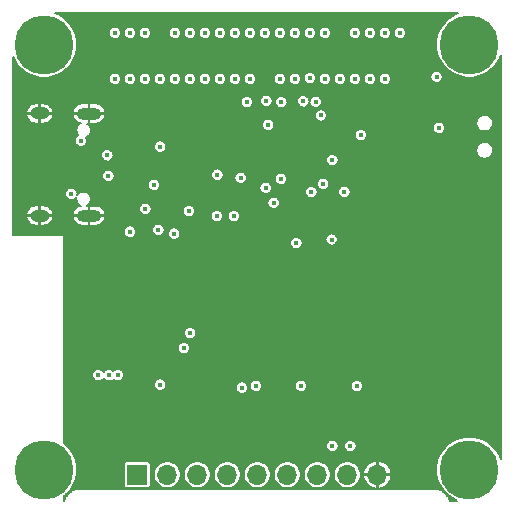
<source format=gbr>
G04 #@! TF.GenerationSoftware,KiCad,Pcbnew,(5.1.6)-1*
G04 #@! TF.CreationDate,2020-10-15T10:51:02+02:00*
G04 #@! TF.ProjectId,DynOSSAT-EDU-Comms,44796e4f-5353-4415-942d-4544552d436f,rev?*
G04 #@! TF.SameCoordinates,Original*
G04 #@! TF.FileFunction,Copper,L2,Inr*
G04 #@! TF.FilePolarity,Positive*
%FSLAX46Y46*%
G04 Gerber Fmt 4.6, Leading zero omitted, Abs format (unit mm)*
G04 Created by KiCad (PCBNEW (5.1.6)-1) date 2020-10-15 10:51:02*
%MOMM*%
%LPD*%
G01*
G04 APERTURE LIST*
G04 #@! TA.AperFunction,ViaPad*
%ADD10C,5.000000*%
G04 #@! TD*
G04 #@! TA.AperFunction,ViaPad*
%ADD11C,0.800000*%
G04 #@! TD*
G04 #@! TA.AperFunction,ViaPad*
%ADD12O,1.600000X1.000000*%
G04 #@! TD*
G04 #@! TA.AperFunction,ViaPad*
%ADD13O,2.100000X1.000000*%
G04 #@! TD*
G04 #@! TA.AperFunction,ViaPad*
%ADD14R,1.700000X1.700000*%
G04 #@! TD*
G04 #@! TA.AperFunction,ViaPad*
%ADD15O,1.700000X1.700000*%
G04 #@! TD*
G04 #@! TA.AperFunction,ViaPad*
%ADD16C,0.450000*%
G04 #@! TD*
G04 #@! TA.AperFunction,Conductor*
%ADD17C,0.200000*%
G04 #@! TD*
G04 APERTURE END LIST*
D10*
X130903000Y-91513000D03*
D11*
X132778000Y-91513000D03*
X132228825Y-92838825D03*
X130903000Y-93388000D03*
X129577175Y-92838825D03*
X129028000Y-91513000D03*
X129577175Y-90187175D03*
X130903000Y-89638000D03*
X132228825Y-90187175D03*
X168230825Y-90187175D03*
X166905000Y-89638000D03*
X165579175Y-90187175D03*
X165030000Y-91513000D03*
X165579175Y-92838825D03*
X166905000Y-93388000D03*
X168230825Y-92838825D03*
X168780000Y-91513000D03*
D10*
X166905000Y-91513000D03*
X130903000Y-127508000D03*
D11*
X132778000Y-127508000D03*
X132228825Y-128833825D03*
X130903000Y-129383000D03*
X129577175Y-128833825D03*
X129028000Y-127508000D03*
X129577175Y-126182175D03*
X130903000Y-125633000D03*
X132228825Y-126182175D03*
X168230825Y-126182175D03*
X166905000Y-125633000D03*
X165579175Y-126182175D03*
X165030000Y-127508000D03*
X165579175Y-128833825D03*
X166905000Y-129383000D03*
X168230825Y-128833825D03*
X168780000Y-127508000D03*
D10*
X166905000Y-127508000D03*
D12*
X130528900Y-97341500D03*
D13*
X134708900Y-105985500D03*
D12*
X130528900Y-105981500D03*
D13*
X134708900Y-97345500D03*
D14*
X138811000Y-127914400D03*
D15*
X141351000Y-127914400D03*
X143891000Y-127914400D03*
X146431000Y-127914400D03*
X148971000Y-127914400D03*
X151511000Y-127914400D03*
X154051000Y-127914400D03*
X156591000Y-127914400D03*
X159131000Y-127914400D03*
D16*
X153352500Y-97980500D03*
X149034500Y-104203500D03*
X164592000Y-104394000D03*
X165608000Y-104394000D03*
X145669000Y-123190000D03*
X148209000Y-123317000D03*
X133022000Y-121182000D03*
X149606000Y-94405992D03*
X161036000Y-94406004D03*
X155956000Y-90505994D03*
X140716000Y-90506006D03*
X148844000Y-110490000D03*
X141986000Y-114554000D03*
X141986000Y-112014000D03*
X146050000Y-110490000D03*
X139954000Y-114046000D03*
X134874000Y-111760000D03*
X134874000Y-116840000D03*
X133604000Y-111760000D03*
X133604000Y-116840000D03*
X151384000Y-108204000D03*
X149098000Y-116332000D03*
X163068000Y-116332000D03*
X159258000Y-116332000D03*
X164592000Y-105918000D03*
X165608000Y-105918000D03*
X168656000Y-104140000D03*
X167894000Y-104140000D03*
X167132000Y-104140000D03*
X166370000Y-104140000D03*
X166370000Y-106934000D03*
X168656000Y-106934000D03*
X164846000Y-108204000D03*
X164846000Y-108966000D03*
X164846000Y-109728000D03*
X164846000Y-110490000D03*
X165862000Y-110998000D03*
X166624000Y-110998000D03*
X167386000Y-110998000D03*
X168148000Y-110998000D03*
X168910000Y-110998000D03*
X165862000Y-107442000D03*
X159258000Y-113284000D03*
X159258000Y-110490000D03*
X159321500Y-108267500D03*
X159258000Y-119888000D03*
X141478000Y-97282000D03*
X162814000Y-94742000D03*
X156972000Y-101600000D03*
X159258000Y-101600000D03*
X161798000Y-101600000D03*
X148526500Y-97853500D03*
X148259800Y-102133400D03*
X142570200Y-98958400D03*
X146253200Y-100076000D03*
X134010400Y-99644200D03*
X133222998Y-104140000D03*
X140716000Y-94405994D03*
X141986000Y-90506008D03*
X143256000Y-90506006D03*
X156337000Y-103987600D03*
X159766000Y-94405996D03*
X144526000Y-90506004D03*
X153416000Y-94361000D03*
X157734000Y-99187000D03*
X147650200Y-120557009D03*
X157378400Y-120421400D03*
X145796000Y-90505992D03*
X152146000Y-94406000D03*
X154330400Y-97510600D03*
X154533600Y-103301800D03*
X147066000Y-90506008D03*
X148336000Y-90506004D03*
X148336000Y-94406000D03*
X149885400Y-98298000D03*
X141912000Y-107515996D03*
X147066000Y-94405994D03*
X145796000Y-94405992D03*
X143256000Y-94406012D03*
X141986000Y-94405994D03*
X157226000Y-90505996D03*
X137160000Y-119507000D03*
X158496000Y-90505994D03*
X156845000Y-125501400D03*
X159766000Y-90506004D03*
X161036000Y-90506030D03*
X135509000Y-119507000D03*
X136398000Y-119507000D03*
X144526000Y-94406000D03*
X139446000Y-90506008D03*
X153416000Y-90505992D03*
X152857200Y-96316800D03*
X150342600Y-104902000D03*
X154686000Y-90505984D03*
X152273000Y-108331000D03*
X153898600Y-96367600D03*
X136271000Y-100888800D03*
X136347200Y-102616000D03*
X150876000Y-94406000D03*
X136906000Y-94406006D03*
X138176000Y-94406008D03*
X145578054Y-102525054D03*
X155956000Y-94405996D03*
X154686000Y-94406008D03*
X136906000Y-90505990D03*
X155257500Y-108013500D03*
X153543000Y-104013000D03*
X155321000Y-101282500D03*
X164338000Y-98552000D03*
X138176000Y-90505992D03*
X164134800Y-94234000D03*
X140208000Y-103378000D03*
X143154400Y-105613204D03*
X139446000Y-94405986D03*
X140741400Y-100152200D03*
X150952200Y-102870000D03*
X147548600Y-102793800D03*
X148844000Y-120396000D03*
X152654000Y-120396000D03*
X149606000Y-90506000D03*
X148082000Y-96393000D03*
X139482021Y-105410000D03*
X155321000Y-125476000D03*
X150876000Y-90506000D03*
X149733000Y-96266000D03*
X138176000Y-107351021D03*
X140741401Y-120294401D03*
X152146000Y-90506000D03*
X140589000Y-107188000D03*
X151003000Y-96393000D03*
X157226000Y-94406000D03*
X146964400Y-106045000D03*
X143273000Y-115951000D03*
X158496000Y-94405996D03*
X149669500Y-103632000D03*
X145524999Y-106027999D03*
X142748000Y-117221000D03*
D17*
G36*
X165578703Y-89031672D02*
G01*
X165120104Y-89338098D01*
X164730098Y-89728104D01*
X164423672Y-90186703D01*
X164212602Y-90696270D01*
X164105000Y-91237224D01*
X164105000Y-91788776D01*
X164212602Y-92329730D01*
X164423672Y-92839297D01*
X164730098Y-93297896D01*
X165120104Y-93687902D01*
X165578703Y-93994328D01*
X166088270Y-94205398D01*
X166629224Y-94313000D01*
X167180776Y-94313000D01*
X167721730Y-94205398D01*
X168231297Y-93994328D01*
X168689896Y-93687902D01*
X169079902Y-93297896D01*
X169386328Y-92839297D01*
X169562000Y-92415188D01*
X169562001Y-126605814D01*
X169386328Y-126181703D01*
X169079902Y-125723104D01*
X168689896Y-125333098D01*
X168231297Y-125026672D01*
X167721730Y-124815602D01*
X167180776Y-124708000D01*
X166629224Y-124708000D01*
X166088270Y-124815602D01*
X165578703Y-125026672D01*
X165120104Y-125333098D01*
X164730098Y-125723104D01*
X164423672Y-126181703D01*
X164212602Y-126691270D01*
X164105000Y-127232224D01*
X164105000Y-127783776D01*
X164212602Y-128324730D01*
X164423672Y-128834297D01*
X164730098Y-129292896D01*
X165120104Y-129682902D01*
X165578703Y-129989328D01*
X165884033Y-130115800D01*
X165255292Y-130115800D01*
X165217092Y-129992394D01*
X165203920Y-129961059D01*
X165191189Y-129929549D01*
X165188731Y-129924925D01*
X165095907Y-129753249D01*
X165076900Y-129725070D01*
X165058289Y-129696630D01*
X165054980Y-129692572D01*
X164930576Y-129542194D01*
X164906430Y-129518216D01*
X164882679Y-129493963D01*
X164878645Y-129490625D01*
X164727403Y-129367275D01*
X164699090Y-129348464D01*
X164671050Y-129329264D01*
X164666444Y-129326774D01*
X164494121Y-129235148D01*
X164462686Y-129222192D01*
X164431459Y-129208808D01*
X164426457Y-129207259D01*
X164239621Y-129150850D01*
X164206273Y-129144247D01*
X164173035Y-129137182D01*
X164167827Y-129136635D01*
X163973594Y-129117590D01*
X163973593Y-129117590D01*
X163955418Y-129115800D01*
X133916836Y-129115803D01*
X133900620Y-129117400D01*
X133896031Y-129117368D01*
X133890820Y-129117878D01*
X133696723Y-129138279D01*
X133663359Y-129145128D01*
X133630045Y-129151483D01*
X133625036Y-129152995D01*
X133625030Y-129152996D01*
X133625024Y-129152998D01*
X133438594Y-129210708D01*
X133407259Y-129223880D01*
X133375749Y-129236611D01*
X133371125Y-129239069D01*
X133199449Y-129331893D01*
X133171270Y-129350900D01*
X133142830Y-129369511D01*
X133138772Y-129372820D01*
X132988394Y-129497224D01*
X132964416Y-129521370D01*
X132940163Y-129545121D01*
X132936825Y-129549155D01*
X132813475Y-129700397D01*
X132794664Y-129728710D01*
X132775464Y-129756750D01*
X132772974Y-129761356D01*
X132681348Y-129933679D01*
X132668392Y-129965114D01*
X132655008Y-129996341D01*
X132653459Y-130001343D01*
X132618902Y-130115800D01*
X132561000Y-130115800D01*
X132561000Y-129767691D01*
X132687896Y-129682902D01*
X133077902Y-129292896D01*
X133384328Y-128834297D01*
X133595398Y-128324730D01*
X133703000Y-127783776D01*
X133703000Y-127232224D01*
X133669618Y-127064400D01*
X137659549Y-127064400D01*
X137659549Y-128764400D01*
X137665341Y-128823210D01*
X137682496Y-128879760D01*
X137710353Y-128931877D01*
X137747842Y-128977558D01*
X137793523Y-129015047D01*
X137845640Y-129042904D01*
X137902190Y-129060059D01*
X137961000Y-129065851D01*
X139661000Y-129065851D01*
X139719810Y-129060059D01*
X139776360Y-129042904D01*
X139828477Y-129015047D01*
X139874158Y-128977558D01*
X139911647Y-128931877D01*
X139939504Y-128879760D01*
X139956659Y-128823210D01*
X139962451Y-128764400D01*
X139962451Y-127801135D01*
X140201000Y-127801135D01*
X140201000Y-128027665D01*
X140245194Y-128249843D01*
X140331884Y-128459129D01*
X140457737Y-128647482D01*
X140617918Y-128807663D01*
X140806271Y-128933516D01*
X141015557Y-129020206D01*
X141237735Y-129064400D01*
X141464265Y-129064400D01*
X141686443Y-129020206D01*
X141895729Y-128933516D01*
X142084082Y-128807663D01*
X142244263Y-128647482D01*
X142370116Y-128459129D01*
X142456806Y-128249843D01*
X142501000Y-128027665D01*
X142501000Y-127801135D01*
X142741000Y-127801135D01*
X142741000Y-128027665D01*
X142785194Y-128249843D01*
X142871884Y-128459129D01*
X142997737Y-128647482D01*
X143157918Y-128807663D01*
X143346271Y-128933516D01*
X143555557Y-129020206D01*
X143777735Y-129064400D01*
X144004265Y-129064400D01*
X144226443Y-129020206D01*
X144435729Y-128933516D01*
X144624082Y-128807663D01*
X144784263Y-128647482D01*
X144910116Y-128459129D01*
X144996806Y-128249843D01*
X145041000Y-128027665D01*
X145041000Y-127801135D01*
X145281000Y-127801135D01*
X145281000Y-128027665D01*
X145325194Y-128249843D01*
X145411884Y-128459129D01*
X145537737Y-128647482D01*
X145697918Y-128807663D01*
X145886271Y-128933516D01*
X146095557Y-129020206D01*
X146317735Y-129064400D01*
X146544265Y-129064400D01*
X146766443Y-129020206D01*
X146975729Y-128933516D01*
X147164082Y-128807663D01*
X147324263Y-128647482D01*
X147450116Y-128459129D01*
X147536806Y-128249843D01*
X147581000Y-128027665D01*
X147581000Y-127801135D01*
X147821000Y-127801135D01*
X147821000Y-128027665D01*
X147865194Y-128249843D01*
X147951884Y-128459129D01*
X148077737Y-128647482D01*
X148237918Y-128807663D01*
X148426271Y-128933516D01*
X148635557Y-129020206D01*
X148857735Y-129064400D01*
X149084265Y-129064400D01*
X149306443Y-129020206D01*
X149515729Y-128933516D01*
X149704082Y-128807663D01*
X149864263Y-128647482D01*
X149990116Y-128459129D01*
X150076806Y-128249843D01*
X150121000Y-128027665D01*
X150121000Y-127801135D01*
X150361000Y-127801135D01*
X150361000Y-128027665D01*
X150405194Y-128249843D01*
X150491884Y-128459129D01*
X150617737Y-128647482D01*
X150777918Y-128807663D01*
X150966271Y-128933516D01*
X151175557Y-129020206D01*
X151397735Y-129064400D01*
X151624265Y-129064400D01*
X151846443Y-129020206D01*
X152055729Y-128933516D01*
X152244082Y-128807663D01*
X152404263Y-128647482D01*
X152530116Y-128459129D01*
X152616806Y-128249843D01*
X152661000Y-128027665D01*
X152661000Y-127801135D01*
X152901000Y-127801135D01*
X152901000Y-128027665D01*
X152945194Y-128249843D01*
X153031884Y-128459129D01*
X153157737Y-128647482D01*
X153317918Y-128807663D01*
X153506271Y-128933516D01*
X153715557Y-129020206D01*
X153937735Y-129064400D01*
X154164265Y-129064400D01*
X154386443Y-129020206D01*
X154595729Y-128933516D01*
X154784082Y-128807663D01*
X154944263Y-128647482D01*
X155070116Y-128459129D01*
X155156806Y-128249843D01*
X155201000Y-128027665D01*
X155201000Y-127801135D01*
X155441000Y-127801135D01*
X155441000Y-128027665D01*
X155485194Y-128249843D01*
X155571884Y-128459129D01*
X155697737Y-128647482D01*
X155857918Y-128807663D01*
X156046271Y-128933516D01*
X156255557Y-129020206D01*
X156477735Y-129064400D01*
X156704265Y-129064400D01*
X156926443Y-129020206D01*
X157135729Y-128933516D01*
X157324082Y-128807663D01*
X157484263Y-128647482D01*
X157610116Y-128459129D01*
X157696806Y-128249843D01*
X157721286Y-128126773D01*
X157949941Y-128126773D01*
X158014067Y-128353105D01*
X158121116Y-128562578D01*
X158266974Y-128747142D01*
X158446036Y-128899704D01*
X158651421Y-129014402D01*
X158875236Y-129086827D01*
X158918627Y-129095458D01*
X159106000Y-129026619D01*
X159106000Y-127939400D01*
X159156000Y-127939400D01*
X159156000Y-129026619D01*
X159343373Y-129095458D01*
X159386764Y-129086827D01*
X159610579Y-129014402D01*
X159815964Y-128899704D01*
X159995026Y-128747142D01*
X160140884Y-128562578D01*
X160247933Y-128353105D01*
X160312059Y-128126773D01*
X160243241Y-127939400D01*
X159156000Y-127939400D01*
X159106000Y-127939400D01*
X158018759Y-127939400D01*
X157949941Y-128126773D01*
X157721286Y-128126773D01*
X157741000Y-128027665D01*
X157741000Y-127801135D01*
X157721287Y-127702027D01*
X157949941Y-127702027D01*
X158018759Y-127889400D01*
X159106000Y-127889400D01*
X159106000Y-126802181D01*
X159156000Y-126802181D01*
X159156000Y-127889400D01*
X160243241Y-127889400D01*
X160312059Y-127702027D01*
X160247933Y-127475695D01*
X160140884Y-127266222D01*
X159995026Y-127081658D01*
X159815964Y-126929096D01*
X159610579Y-126814398D01*
X159386764Y-126741973D01*
X159343373Y-126733342D01*
X159156000Y-126802181D01*
X159106000Y-126802181D01*
X158918627Y-126733342D01*
X158875236Y-126741973D01*
X158651421Y-126814398D01*
X158446036Y-126929096D01*
X158266974Y-127081658D01*
X158121116Y-127266222D01*
X158014067Y-127475695D01*
X157949941Y-127702027D01*
X157721287Y-127702027D01*
X157696806Y-127578957D01*
X157610116Y-127369671D01*
X157484263Y-127181318D01*
X157324082Y-127021137D01*
X157135729Y-126895284D01*
X156926443Y-126808594D01*
X156704265Y-126764400D01*
X156477735Y-126764400D01*
X156255557Y-126808594D01*
X156046271Y-126895284D01*
X155857918Y-127021137D01*
X155697737Y-127181318D01*
X155571884Y-127369671D01*
X155485194Y-127578957D01*
X155441000Y-127801135D01*
X155201000Y-127801135D01*
X155156806Y-127578957D01*
X155070116Y-127369671D01*
X154944263Y-127181318D01*
X154784082Y-127021137D01*
X154595729Y-126895284D01*
X154386443Y-126808594D01*
X154164265Y-126764400D01*
X153937735Y-126764400D01*
X153715557Y-126808594D01*
X153506271Y-126895284D01*
X153317918Y-127021137D01*
X153157737Y-127181318D01*
X153031884Y-127369671D01*
X152945194Y-127578957D01*
X152901000Y-127801135D01*
X152661000Y-127801135D01*
X152616806Y-127578957D01*
X152530116Y-127369671D01*
X152404263Y-127181318D01*
X152244082Y-127021137D01*
X152055729Y-126895284D01*
X151846443Y-126808594D01*
X151624265Y-126764400D01*
X151397735Y-126764400D01*
X151175557Y-126808594D01*
X150966271Y-126895284D01*
X150777918Y-127021137D01*
X150617737Y-127181318D01*
X150491884Y-127369671D01*
X150405194Y-127578957D01*
X150361000Y-127801135D01*
X150121000Y-127801135D01*
X150076806Y-127578957D01*
X149990116Y-127369671D01*
X149864263Y-127181318D01*
X149704082Y-127021137D01*
X149515729Y-126895284D01*
X149306443Y-126808594D01*
X149084265Y-126764400D01*
X148857735Y-126764400D01*
X148635557Y-126808594D01*
X148426271Y-126895284D01*
X148237918Y-127021137D01*
X148077737Y-127181318D01*
X147951884Y-127369671D01*
X147865194Y-127578957D01*
X147821000Y-127801135D01*
X147581000Y-127801135D01*
X147536806Y-127578957D01*
X147450116Y-127369671D01*
X147324263Y-127181318D01*
X147164082Y-127021137D01*
X146975729Y-126895284D01*
X146766443Y-126808594D01*
X146544265Y-126764400D01*
X146317735Y-126764400D01*
X146095557Y-126808594D01*
X145886271Y-126895284D01*
X145697918Y-127021137D01*
X145537737Y-127181318D01*
X145411884Y-127369671D01*
X145325194Y-127578957D01*
X145281000Y-127801135D01*
X145041000Y-127801135D01*
X144996806Y-127578957D01*
X144910116Y-127369671D01*
X144784263Y-127181318D01*
X144624082Y-127021137D01*
X144435729Y-126895284D01*
X144226443Y-126808594D01*
X144004265Y-126764400D01*
X143777735Y-126764400D01*
X143555557Y-126808594D01*
X143346271Y-126895284D01*
X143157918Y-127021137D01*
X142997737Y-127181318D01*
X142871884Y-127369671D01*
X142785194Y-127578957D01*
X142741000Y-127801135D01*
X142501000Y-127801135D01*
X142456806Y-127578957D01*
X142370116Y-127369671D01*
X142244263Y-127181318D01*
X142084082Y-127021137D01*
X141895729Y-126895284D01*
X141686443Y-126808594D01*
X141464265Y-126764400D01*
X141237735Y-126764400D01*
X141015557Y-126808594D01*
X140806271Y-126895284D01*
X140617918Y-127021137D01*
X140457737Y-127181318D01*
X140331884Y-127369671D01*
X140245194Y-127578957D01*
X140201000Y-127801135D01*
X139962451Y-127801135D01*
X139962451Y-127064400D01*
X139956659Y-127005590D01*
X139939504Y-126949040D01*
X139911647Y-126896923D01*
X139874158Y-126851242D01*
X139828477Y-126813753D01*
X139776360Y-126785896D01*
X139719810Y-126768741D01*
X139661000Y-126762949D01*
X137961000Y-126762949D01*
X137902190Y-126768741D01*
X137845640Y-126785896D01*
X137793523Y-126813753D01*
X137747842Y-126851242D01*
X137710353Y-126896923D01*
X137682496Y-126949040D01*
X137665341Y-127005590D01*
X137659549Y-127064400D01*
X133669618Y-127064400D01*
X133595398Y-126691270D01*
X133384328Y-126181703D01*
X133077902Y-125723104D01*
X132779090Y-125424292D01*
X154796000Y-125424292D01*
X154796000Y-125527708D01*
X154816176Y-125629137D01*
X154855751Y-125724681D01*
X154913206Y-125810668D01*
X154986332Y-125883794D01*
X155072319Y-125941249D01*
X155167863Y-125980824D01*
X155269292Y-126001000D01*
X155372708Y-126001000D01*
X155474137Y-125980824D01*
X155569681Y-125941249D01*
X155655668Y-125883794D01*
X155728794Y-125810668D01*
X155786249Y-125724681D01*
X155825824Y-125629137D01*
X155846000Y-125527708D01*
X155846000Y-125449692D01*
X156320000Y-125449692D01*
X156320000Y-125553108D01*
X156340176Y-125654537D01*
X156379751Y-125750081D01*
X156437206Y-125836068D01*
X156510332Y-125909194D01*
X156596319Y-125966649D01*
X156691863Y-126006224D01*
X156793292Y-126026400D01*
X156896708Y-126026400D01*
X156998137Y-126006224D01*
X157093681Y-125966649D01*
X157179668Y-125909194D01*
X157252794Y-125836068D01*
X157310249Y-125750081D01*
X157349824Y-125654537D01*
X157370000Y-125553108D01*
X157370000Y-125449692D01*
X157349824Y-125348263D01*
X157310249Y-125252719D01*
X157252794Y-125166732D01*
X157179668Y-125093606D01*
X157093681Y-125036151D01*
X156998137Y-124996576D01*
X156896708Y-124976400D01*
X156793292Y-124976400D01*
X156691863Y-124996576D01*
X156596319Y-125036151D01*
X156510332Y-125093606D01*
X156437206Y-125166732D01*
X156379751Y-125252719D01*
X156340176Y-125348263D01*
X156320000Y-125449692D01*
X155846000Y-125449692D01*
X155846000Y-125424292D01*
X155825824Y-125322863D01*
X155786249Y-125227319D01*
X155728794Y-125141332D01*
X155655668Y-125068206D01*
X155569681Y-125010751D01*
X155474137Y-124971176D01*
X155372708Y-124951000D01*
X155269292Y-124951000D01*
X155167863Y-124971176D01*
X155072319Y-125010751D01*
X154986332Y-125068206D01*
X154913206Y-125141332D01*
X154855751Y-125227319D01*
X154816176Y-125322863D01*
X154796000Y-125424292D01*
X132779090Y-125424292D01*
X132687896Y-125333098D01*
X132561000Y-125248309D01*
X132561000Y-120242693D01*
X140216401Y-120242693D01*
X140216401Y-120346109D01*
X140236577Y-120447538D01*
X140276152Y-120543082D01*
X140333607Y-120629069D01*
X140406733Y-120702195D01*
X140492720Y-120759650D01*
X140588264Y-120799225D01*
X140689693Y-120819401D01*
X140793109Y-120819401D01*
X140894538Y-120799225D01*
X140990082Y-120759650D01*
X141076069Y-120702195D01*
X141149195Y-120629069D01*
X141206650Y-120543082D01*
X141222299Y-120505301D01*
X147125200Y-120505301D01*
X147125200Y-120608717D01*
X147145376Y-120710146D01*
X147184951Y-120805690D01*
X147242406Y-120891677D01*
X147315532Y-120964803D01*
X147401519Y-121022258D01*
X147497063Y-121061833D01*
X147598492Y-121082009D01*
X147701908Y-121082009D01*
X147803337Y-121061833D01*
X147898881Y-121022258D01*
X147984868Y-120964803D01*
X148057994Y-120891677D01*
X148115449Y-120805690D01*
X148155024Y-120710146D01*
X148175200Y-120608717D01*
X148175200Y-120505301D01*
X148155024Y-120403872D01*
X148130346Y-120344292D01*
X148319000Y-120344292D01*
X148319000Y-120447708D01*
X148339176Y-120549137D01*
X148378751Y-120644681D01*
X148436206Y-120730668D01*
X148509332Y-120803794D01*
X148595319Y-120861249D01*
X148690863Y-120900824D01*
X148792292Y-120921000D01*
X148895708Y-120921000D01*
X148997137Y-120900824D01*
X149092681Y-120861249D01*
X149178668Y-120803794D01*
X149251794Y-120730668D01*
X149309249Y-120644681D01*
X149348824Y-120549137D01*
X149369000Y-120447708D01*
X149369000Y-120344292D01*
X152129000Y-120344292D01*
X152129000Y-120447708D01*
X152149176Y-120549137D01*
X152188751Y-120644681D01*
X152246206Y-120730668D01*
X152319332Y-120803794D01*
X152405319Y-120861249D01*
X152500863Y-120900824D01*
X152602292Y-120921000D01*
X152705708Y-120921000D01*
X152807137Y-120900824D01*
X152902681Y-120861249D01*
X152988668Y-120803794D01*
X153061794Y-120730668D01*
X153119249Y-120644681D01*
X153158824Y-120549137D01*
X153179000Y-120447708D01*
X153179000Y-120369692D01*
X156853400Y-120369692D01*
X156853400Y-120473108D01*
X156873576Y-120574537D01*
X156913151Y-120670081D01*
X156970606Y-120756068D01*
X157043732Y-120829194D01*
X157129719Y-120886649D01*
X157225263Y-120926224D01*
X157326692Y-120946400D01*
X157430108Y-120946400D01*
X157531537Y-120926224D01*
X157627081Y-120886649D01*
X157713068Y-120829194D01*
X157786194Y-120756068D01*
X157843649Y-120670081D01*
X157883224Y-120574537D01*
X157903400Y-120473108D01*
X157903400Y-120369692D01*
X157883224Y-120268263D01*
X157843649Y-120172719D01*
X157786194Y-120086732D01*
X157713068Y-120013606D01*
X157627081Y-119956151D01*
X157531537Y-119916576D01*
X157430108Y-119896400D01*
X157326692Y-119896400D01*
X157225263Y-119916576D01*
X157129719Y-119956151D01*
X157043732Y-120013606D01*
X156970606Y-120086732D01*
X156913151Y-120172719D01*
X156873576Y-120268263D01*
X156853400Y-120369692D01*
X153179000Y-120369692D01*
X153179000Y-120344292D01*
X153158824Y-120242863D01*
X153119249Y-120147319D01*
X153061794Y-120061332D01*
X152988668Y-119988206D01*
X152902681Y-119930751D01*
X152807137Y-119891176D01*
X152705708Y-119871000D01*
X152602292Y-119871000D01*
X152500863Y-119891176D01*
X152405319Y-119930751D01*
X152319332Y-119988206D01*
X152246206Y-120061332D01*
X152188751Y-120147319D01*
X152149176Y-120242863D01*
X152129000Y-120344292D01*
X149369000Y-120344292D01*
X149348824Y-120242863D01*
X149309249Y-120147319D01*
X149251794Y-120061332D01*
X149178668Y-119988206D01*
X149092681Y-119930751D01*
X148997137Y-119891176D01*
X148895708Y-119871000D01*
X148792292Y-119871000D01*
X148690863Y-119891176D01*
X148595319Y-119930751D01*
X148509332Y-119988206D01*
X148436206Y-120061332D01*
X148378751Y-120147319D01*
X148339176Y-120242863D01*
X148319000Y-120344292D01*
X148130346Y-120344292D01*
X148115449Y-120308328D01*
X148057994Y-120222341D01*
X147984868Y-120149215D01*
X147898881Y-120091760D01*
X147803337Y-120052185D01*
X147701908Y-120032009D01*
X147598492Y-120032009D01*
X147497063Y-120052185D01*
X147401519Y-120091760D01*
X147315532Y-120149215D01*
X147242406Y-120222341D01*
X147184951Y-120308328D01*
X147145376Y-120403872D01*
X147125200Y-120505301D01*
X141222299Y-120505301D01*
X141246225Y-120447538D01*
X141266401Y-120346109D01*
X141266401Y-120242693D01*
X141246225Y-120141264D01*
X141206650Y-120045720D01*
X141149195Y-119959733D01*
X141076069Y-119886607D01*
X140990082Y-119829152D01*
X140894538Y-119789577D01*
X140793109Y-119769401D01*
X140689693Y-119769401D01*
X140588264Y-119789577D01*
X140492720Y-119829152D01*
X140406733Y-119886607D01*
X140333607Y-119959733D01*
X140276152Y-120045720D01*
X140236577Y-120141264D01*
X140216401Y-120242693D01*
X132561000Y-120242693D01*
X132561000Y-119455292D01*
X134984000Y-119455292D01*
X134984000Y-119558708D01*
X135004176Y-119660137D01*
X135043751Y-119755681D01*
X135101206Y-119841668D01*
X135174332Y-119914794D01*
X135260319Y-119972249D01*
X135355863Y-120011824D01*
X135457292Y-120032000D01*
X135560708Y-120032000D01*
X135662137Y-120011824D01*
X135757681Y-119972249D01*
X135843668Y-119914794D01*
X135916794Y-119841668D01*
X135953500Y-119786734D01*
X135990206Y-119841668D01*
X136063332Y-119914794D01*
X136149319Y-119972249D01*
X136244863Y-120011824D01*
X136346292Y-120032000D01*
X136449708Y-120032000D01*
X136551137Y-120011824D01*
X136646681Y-119972249D01*
X136732668Y-119914794D01*
X136779000Y-119868462D01*
X136825332Y-119914794D01*
X136911319Y-119972249D01*
X137006863Y-120011824D01*
X137108292Y-120032000D01*
X137211708Y-120032000D01*
X137313137Y-120011824D01*
X137408681Y-119972249D01*
X137494668Y-119914794D01*
X137567794Y-119841668D01*
X137625249Y-119755681D01*
X137664824Y-119660137D01*
X137685000Y-119558708D01*
X137685000Y-119455292D01*
X137664824Y-119353863D01*
X137625249Y-119258319D01*
X137567794Y-119172332D01*
X137494668Y-119099206D01*
X137408681Y-119041751D01*
X137313137Y-119002176D01*
X137211708Y-118982000D01*
X137108292Y-118982000D01*
X137006863Y-119002176D01*
X136911319Y-119041751D01*
X136825332Y-119099206D01*
X136779000Y-119145538D01*
X136732668Y-119099206D01*
X136646681Y-119041751D01*
X136551137Y-119002176D01*
X136449708Y-118982000D01*
X136346292Y-118982000D01*
X136244863Y-119002176D01*
X136149319Y-119041751D01*
X136063332Y-119099206D01*
X135990206Y-119172332D01*
X135953500Y-119227266D01*
X135916794Y-119172332D01*
X135843668Y-119099206D01*
X135757681Y-119041751D01*
X135662137Y-119002176D01*
X135560708Y-118982000D01*
X135457292Y-118982000D01*
X135355863Y-119002176D01*
X135260319Y-119041751D01*
X135174332Y-119099206D01*
X135101206Y-119172332D01*
X135043751Y-119258319D01*
X135004176Y-119353863D01*
X134984000Y-119455292D01*
X132561000Y-119455292D01*
X132561000Y-117169292D01*
X142223000Y-117169292D01*
X142223000Y-117272708D01*
X142243176Y-117374137D01*
X142282751Y-117469681D01*
X142340206Y-117555668D01*
X142413332Y-117628794D01*
X142499319Y-117686249D01*
X142594863Y-117725824D01*
X142696292Y-117746000D01*
X142799708Y-117746000D01*
X142901137Y-117725824D01*
X142996681Y-117686249D01*
X143082668Y-117628794D01*
X143155794Y-117555668D01*
X143213249Y-117469681D01*
X143252824Y-117374137D01*
X143273000Y-117272708D01*
X143273000Y-117169292D01*
X143252824Y-117067863D01*
X143213249Y-116972319D01*
X143155794Y-116886332D01*
X143082668Y-116813206D01*
X142996681Y-116755751D01*
X142901137Y-116716176D01*
X142799708Y-116696000D01*
X142696292Y-116696000D01*
X142594863Y-116716176D01*
X142499319Y-116755751D01*
X142413332Y-116813206D01*
X142340206Y-116886332D01*
X142282751Y-116972319D01*
X142243176Y-117067863D01*
X142223000Y-117169292D01*
X132561000Y-117169292D01*
X132561000Y-115899292D01*
X142748000Y-115899292D01*
X142748000Y-116002708D01*
X142768176Y-116104137D01*
X142807751Y-116199681D01*
X142865206Y-116285668D01*
X142938332Y-116358794D01*
X143024319Y-116416249D01*
X143119863Y-116455824D01*
X143221292Y-116476000D01*
X143324708Y-116476000D01*
X143426137Y-116455824D01*
X143521681Y-116416249D01*
X143607668Y-116358794D01*
X143680794Y-116285668D01*
X143738249Y-116199681D01*
X143777824Y-116104137D01*
X143798000Y-116002708D01*
X143798000Y-115899292D01*
X143777824Y-115797863D01*
X143738249Y-115702319D01*
X143680794Y-115616332D01*
X143607668Y-115543206D01*
X143521681Y-115485751D01*
X143426137Y-115446176D01*
X143324708Y-115426000D01*
X143221292Y-115426000D01*
X143119863Y-115446176D01*
X143024319Y-115485751D01*
X142938332Y-115543206D01*
X142865206Y-115616332D01*
X142807751Y-115702319D01*
X142768176Y-115797863D01*
X142748000Y-115899292D01*
X132561000Y-115899292D01*
X132561000Y-108279292D01*
X151748000Y-108279292D01*
X151748000Y-108382708D01*
X151768176Y-108484137D01*
X151807751Y-108579681D01*
X151865206Y-108665668D01*
X151938332Y-108738794D01*
X152024319Y-108796249D01*
X152119863Y-108835824D01*
X152221292Y-108856000D01*
X152324708Y-108856000D01*
X152426137Y-108835824D01*
X152521681Y-108796249D01*
X152607668Y-108738794D01*
X152680794Y-108665668D01*
X152738249Y-108579681D01*
X152777824Y-108484137D01*
X152798000Y-108382708D01*
X152798000Y-108279292D01*
X152777824Y-108177863D01*
X152738249Y-108082319D01*
X152680794Y-107996332D01*
X152646254Y-107961792D01*
X154732500Y-107961792D01*
X154732500Y-108065208D01*
X154752676Y-108166637D01*
X154792251Y-108262181D01*
X154849706Y-108348168D01*
X154922832Y-108421294D01*
X155008819Y-108478749D01*
X155104363Y-108518324D01*
X155205792Y-108538500D01*
X155309208Y-108538500D01*
X155410637Y-108518324D01*
X155506181Y-108478749D01*
X155592168Y-108421294D01*
X155665294Y-108348168D01*
X155722749Y-108262181D01*
X155762324Y-108166637D01*
X155782500Y-108065208D01*
X155782500Y-107961792D01*
X155762324Y-107860363D01*
X155722749Y-107764819D01*
X155665294Y-107678832D01*
X155592168Y-107605706D01*
X155506181Y-107548251D01*
X155410637Y-107508676D01*
X155309208Y-107488500D01*
X155205792Y-107488500D01*
X155104363Y-107508676D01*
X155008819Y-107548251D01*
X154922832Y-107605706D01*
X154849706Y-107678832D01*
X154792251Y-107764819D01*
X154752676Y-107860363D01*
X154732500Y-107961792D01*
X152646254Y-107961792D01*
X152607668Y-107923206D01*
X152521681Y-107865751D01*
X152426137Y-107826176D01*
X152324708Y-107806000D01*
X152221292Y-107806000D01*
X152119863Y-107826176D01*
X152024319Y-107865751D01*
X151938332Y-107923206D01*
X151865206Y-107996332D01*
X151807751Y-108082319D01*
X151768176Y-108177863D01*
X151748000Y-108279292D01*
X132561000Y-108279292D01*
X132561000Y-107696000D01*
X132559079Y-107676491D01*
X132553388Y-107657732D01*
X132544147Y-107640443D01*
X132531711Y-107625289D01*
X132516557Y-107612853D01*
X132499268Y-107603612D01*
X132480509Y-107597921D01*
X132461000Y-107596000D01*
X128312000Y-107596000D01*
X128312000Y-107299313D01*
X137651000Y-107299313D01*
X137651000Y-107402729D01*
X137671176Y-107504158D01*
X137710751Y-107599702D01*
X137768206Y-107685689D01*
X137841332Y-107758815D01*
X137927319Y-107816270D01*
X138022863Y-107855845D01*
X138124292Y-107876021D01*
X138227708Y-107876021D01*
X138329137Y-107855845D01*
X138424681Y-107816270D01*
X138510668Y-107758815D01*
X138583794Y-107685689D01*
X138641249Y-107599702D01*
X138680824Y-107504158D01*
X138701000Y-107402729D01*
X138701000Y-107299313D01*
X138680824Y-107197884D01*
X138655313Y-107136292D01*
X140064000Y-107136292D01*
X140064000Y-107239708D01*
X140084176Y-107341137D01*
X140123751Y-107436681D01*
X140181206Y-107522668D01*
X140254332Y-107595794D01*
X140340319Y-107653249D01*
X140435863Y-107692824D01*
X140537292Y-107713000D01*
X140640708Y-107713000D01*
X140742137Y-107692824D01*
X140837681Y-107653249D01*
X140923668Y-107595794D01*
X140996794Y-107522668D01*
X141035802Y-107464288D01*
X141387000Y-107464288D01*
X141387000Y-107567704D01*
X141407176Y-107669133D01*
X141446751Y-107764677D01*
X141504206Y-107850664D01*
X141577332Y-107923790D01*
X141663319Y-107981245D01*
X141758863Y-108020820D01*
X141860292Y-108040996D01*
X141963708Y-108040996D01*
X142065137Y-108020820D01*
X142160681Y-107981245D01*
X142246668Y-107923790D01*
X142319794Y-107850664D01*
X142377249Y-107764677D01*
X142416824Y-107669133D01*
X142437000Y-107567704D01*
X142437000Y-107464288D01*
X142416824Y-107362859D01*
X142377249Y-107267315D01*
X142319794Y-107181328D01*
X142246668Y-107108202D01*
X142160681Y-107050747D01*
X142065137Y-107011172D01*
X141963708Y-106990996D01*
X141860292Y-106990996D01*
X141758863Y-107011172D01*
X141663319Y-107050747D01*
X141577332Y-107108202D01*
X141504206Y-107181328D01*
X141446751Y-107267315D01*
X141407176Y-107362859D01*
X141387000Y-107464288D01*
X141035802Y-107464288D01*
X141054249Y-107436681D01*
X141093824Y-107341137D01*
X141114000Y-107239708D01*
X141114000Y-107136292D01*
X141093824Y-107034863D01*
X141054249Y-106939319D01*
X140996794Y-106853332D01*
X140923668Y-106780206D01*
X140837681Y-106722751D01*
X140742137Y-106683176D01*
X140640708Y-106663000D01*
X140537292Y-106663000D01*
X140435863Y-106683176D01*
X140340319Y-106722751D01*
X140254332Y-106780206D01*
X140181206Y-106853332D01*
X140123751Y-106939319D01*
X140084176Y-107034863D01*
X140064000Y-107136292D01*
X138655313Y-107136292D01*
X138641249Y-107102340D01*
X138583794Y-107016353D01*
X138510668Y-106943227D01*
X138424681Y-106885772D01*
X138329137Y-106846197D01*
X138227708Y-106826021D01*
X138124292Y-106826021D01*
X138022863Y-106846197D01*
X137927319Y-106885772D01*
X137841332Y-106943227D01*
X137768206Y-107016353D01*
X137710751Y-107102340D01*
X137671176Y-107197884D01*
X137651000Y-107299313D01*
X128312000Y-107299313D01*
X128312000Y-106139104D01*
X129393639Y-106139104D01*
X129434037Y-106283684D01*
X129508263Y-106432948D01*
X129610183Y-106564863D01*
X129735880Y-106674360D01*
X129880523Y-106757230D01*
X130038554Y-106810290D01*
X130203900Y-106831500D01*
X130503900Y-106831500D01*
X130503900Y-106006500D01*
X130553900Y-106006500D01*
X130553900Y-106831500D01*
X130853900Y-106831500D01*
X131019246Y-106810290D01*
X131177277Y-106757230D01*
X131321920Y-106674360D01*
X131447617Y-106564863D01*
X131549537Y-106432948D01*
X131623763Y-106283684D01*
X131663043Y-106143104D01*
X133323639Y-106143104D01*
X133364037Y-106287684D01*
X133438263Y-106436948D01*
X133540183Y-106568863D01*
X133665880Y-106678360D01*
X133810523Y-106761230D01*
X133968554Y-106814290D01*
X134133900Y-106835500D01*
X134683900Y-106835500D01*
X134683900Y-106010500D01*
X134733900Y-106010500D01*
X134733900Y-106835500D01*
X135283900Y-106835500D01*
X135449246Y-106814290D01*
X135607277Y-106761230D01*
X135751920Y-106678360D01*
X135877617Y-106568863D01*
X135979537Y-106436948D01*
X136053763Y-106287684D01*
X136094161Y-106143104D01*
X136020990Y-106010500D01*
X134733900Y-106010500D01*
X134683900Y-106010500D01*
X133396810Y-106010500D01*
X133323639Y-106143104D01*
X131663043Y-106143104D01*
X131664161Y-106139104D01*
X131590990Y-106006500D01*
X130553900Y-106006500D01*
X130503900Y-106006500D01*
X129466810Y-106006500D01*
X129393639Y-106139104D01*
X128312000Y-106139104D01*
X128312000Y-105823896D01*
X129393639Y-105823896D01*
X129466810Y-105956500D01*
X130503900Y-105956500D01*
X130503900Y-105131500D01*
X130553900Y-105131500D01*
X130553900Y-105956500D01*
X131590990Y-105956500D01*
X131664161Y-105823896D01*
X131623763Y-105679316D01*
X131549537Y-105530052D01*
X131447617Y-105398137D01*
X131321920Y-105288640D01*
X131177277Y-105205770D01*
X131019246Y-105152710D01*
X130853900Y-105131500D01*
X130553900Y-105131500D01*
X130503900Y-105131500D01*
X130203900Y-105131500D01*
X130038554Y-105152710D01*
X129880523Y-105205770D01*
X129735880Y-105288640D01*
X129610183Y-105398137D01*
X129508263Y-105530052D01*
X129434037Y-105679316D01*
X129393639Y-105823896D01*
X128312000Y-105823896D01*
X128312000Y-104088292D01*
X132697998Y-104088292D01*
X132697998Y-104191708D01*
X132718174Y-104293137D01*
X132757749Y-104388681D01*
X132815204Y-104474668D01*
X132888330Y-104547794D01*
X132974317Y-104605249D01*
X133069861Y-104644824D01*
X133171290Y-104665000D01*
X133274706Y-104665000D01*
X133376135Y-104644824D01*
X133471679Y-104605249D01*
X133557666Y-104547794D01*
X133630792Y-104474668D01*
X133656722Y-104435861D01*
X133639400Y-104522943D01*
X133639400Y-104646057D01*
X133663419Y-104766806D01*
X133710532Y-104880548D01*
X133778931Y-104982914D01*
X133865986Y-105069969D01*
X133968352Y-105138368D01*
X134002211Y-105152393D01*
X133968554Y-105156710D01*
X133810523Y-105209770D01*
X133665880Y-105292640D01*
X133540183Y-105402137D01*
X133438263Y-105534052D01*
X133364037Y-105683316D01*
X133323639Y-105827896D01*
X133396810Y-105960500D01*
X134683900Y-105960500D01*
X134683900Y-105135500D01*
X134733900Y-105135500D01*
X134733900Y-105960500D01*
X136020990Y-105960500D01*
X136094161Y-105827896D01*
X136053763Y-105683316D01*
X135979537Y-105534052D01*
X135877617Y-105402137D01*
X135827286Y-105358292D01*
X138957021Y-105358292D01*
X138957021Y-105461708D01*
X138977197Y-105563137D01*
X139016772Y-105658681D01*
X139074227Y-105744668D01*
X139147353Y-105817794D01*
X139233340Y-105875249D01*
X139328884Y-105914824D01*
X139430313Y-105935000D01*
X139533729Y-105935000D01*
X139635158Y-105914824D01*
X139730702Y-105875249D01*
X139816689Y-105817794D01*
X139889815Y-105744668D01*
X139947270Y-105658681D01*
X139986845Y-105563137D01*
X139987171Y-105561496D01*
X142629400Y-105561496D01*
X142629400Y-105664912D01*
X142649576Y-105766341D01*
X142689151Y-105861885D01*
X142746606Y-105947872D01*
X142819732Y-106020998D01*
X142905719Y-106078453D01*
X143001263Y-106118028D01*
X143102692Y-106138204D01*
X143206108Y-106138204D01*
X143307537Y-106118028D01*
X143403081Y-106078453D01*
X143489068Y-106020998D01*
X143533775Y-105976291D01*
X144999999Y-105976291D01*
X144999999Y-106079707D01*
X145020175Y-106181136D01*
X145059750Y-106276680D01*
X145117205Y-106362667D01*
X145190331Y-106435793D01*
X145276318Y-106493248D01*
X145371862Y-106532823D01*
X145473291Y-106552999D01*
X145576707Y-106552999D01*
X145678136Y-106532823D01*
X145773680Y-106493248D01*
X145859667Y-106435793D01*
X145932793Y-106362667D01*
X145990248Y-106276680D01*
X146029823Y-106181136D01*
X146049999Y-106079707D01*
X146049999Y-105993292D01*
X146439400Y-105993292D01*
X146439400Y-106096708D01*
X146459576Y-106198137D01*
X146499151Y-106293681D01*
X146556606Y-106379668D01*
X146629732Y-106452794D01*
X146715719Y-106510249D01*
X146811263Y-106549824D01*
X146912692Y-106570000D01*
X147016108Y-106570000D01*
X147117537Y-106549824D01*
X147213081Y-106510249D01*
X147299068Y-106452794D01*
X147372194Y-106379668D01*
X147429649Y-106293681D01*
X147469224Y-106198137D01*
X147489400Y-106096708D01*
X147489400Y-105993292D01*
X147469224Y-105891863D01*
X147429649Y-105796319D01*
X147372194Y-105710332D01*
X147299068Y-105637206D01*
X147213081Y-105579751D01*
X147117537Y-105540176D01*
X147016108Y-105520000D01*
X146912692Y-105520000D01*
X146811263Y-105540176D01*
X146715719Y-105579751D01*
X146629732Y-105637206D01*
X146556606Y-105710332D01*
X146499151Y-105796319D01*
X146459576Y-105891863D01*
X146439400Y-105993292D01*
X146049999Y-105993292D01*
X146049999Y-105976291D01*
X146029823Y-105874862D01*
X145990248Y-105779318D01*
X145932793Y-105693331D01*
X145859667Y-105620205D01*
X145773680Y-105562750D01*
X145678136Y-105523175D01*
X145576707Y-105502999D01*
X145473291Y-105502999D01*
X145371862Y-105523175D01*
X145276318Y-105562750D01*
X145190331Y-105620205D01*
X145117205Y-105693331D01*
X145059750Y-105779318D01*
X145020175Y-105874862D01*
X144999999Y-105976291D01*
X143533775Y-105976291D01*
X143562194Y-105947872D01*
X143619649Y-105861885D01*
X143659224Y-105766341D01*
X143679400Y-105664912D01*
X143679400Y-105561496D01*
X143659224Y-105460067D01*
X143619649Y-105364523D01*
X143562194Y-105278536D01*
X143489068Y-105205410D01*
X143403081Y-105147955D01*
X143307537Y-105108380D01*
X143206108Y-105088204D01*
X143102692Y-105088204D01*
X143001263Y-105108380D01*
X142905719Y-105147955D01*
X142819732Y-105205410D01*
X142746606Y-105278536D01*
X142689151Y-105364523D01*
X142649576Y-105460067D01*
X142629400Y-105561496D01*
X139987171Y-105561496D01*
X140007021Y-105461708D01*
X140007021Y-105358292D01*
X139986845Y-105256863D01*
X139947270Y-105161319D01*
X139889815Y-105075332D01*
X139816689Y-105002206D01*
X139730702Y-104944751D01*
X139635158Y-104905176D01*
X139533729Y-104885000D01*
X139430313Y-104885000D01*
X139328884Y-104905176D01*
X139233340Y-104944751D01*
X139147353Y-105002206D01*
X139074227Y-105075332D01*
X139016772Y-105161319D01*
X138977197Y-105256863D01*
X138957021Y-105358292D01*
X135827286Y-105358292D01*
X135751920Y-105292640D01*
X135607277Y-105209770D01*
X135449246Y-105156710D01*
X135283900Y-105135500D01*
X134733900Y-105135500D01*
X134683900Y-105135500D01*
X134564740Y-105135500D01*
X134662814Y-105069969D01*
X134749869Y-104982914D01*
X134818268Y-104880548D01*
X134830800Y-104850292D01*
X149817600Y-104850292D01*
X149817600Y-104953708D01*
X149837776Y-105055137D01*
X149877351Y-105150681D01*
X149934806Y-105236668D01*
X150007932Y-105309794D01*
X150093919Y-105367249D01*
X150189463Y-105406824D01*
X150290892Y-105427000D01*
X150394308Y-105427000D01*
X150495737Y-105406824D01*
X150591281Y-105367249D01*
X150677268Y-105309794D01*
X150750394Y-105236668D01*
X150807849Y-105150681D01*
X150847424Y-105055137D01*
X150867600Y-104953708D01*
X150867600Y-104850292D01*
X150847424Y-104748863D01*
X150807849Y-104653319D01*
X150750394Y-104567332D01*
X150677268Y-104494206D01*
X150591281Y-104436751D01*
X150495737Y-104397176D01*
X150394308Y-104377000D01*
X150290892Y-104377000D01*
X150189463Y-104397176D01*
X150093919Y-104436751D01*
X150007932Y-104494206D01*
X149934806Y-104567332D01*
X149877351Y-104653319D01*
X149837776Y-104748863D01*
X149817600Y-104850292D01*
X134830800Y-104850292D01*
X134865381Y-104766806D01*
X134889400Y-104646057D01*
X134889400Y-104522943D01*
X134865381Y-104402194D01*
X134818268Y-104288452D01*
X134749869Y-104186086D01*
X134662814Y-104099031D01*
X134560448Y-104030632D01*
X134446706Y-103983519D01*
X134325957Y-103959500D01*
X134202843Y-103959500D01*
X134082094Y-103983519D01*
X133968352Y-104030632D01*
X133865986Y-104099031D01*
X133778931Y-104186086D01*
X133736478Y-104249621D01*
X133747998Y-104191708D01*
X133747998Y-104088292D01*
X133727822Y-103986863D01*
X133688247Y-103891319D01*
X133630792Y-103805332D01*
X133557666Y-103732206D01*
X133471679Y-103674751D01*
X133376135Y-103635176D01*
X133274706Y-103615000D01*
X133171290Y-103615000D01*
X133069861Y-103635176D01*
X132974317Y-103674751D01*
X132888330Y-103732206D01*
X132815204Y-103805332D01*
X132757749Y-103891319D01*
X132718174Y-103986863D01*
X132697998Y-104088292D01*
X128312000Y-104088292D01*
X128312000Y-103326292D01*
X139683000Y-103326292D01*
X139683000Y-103429708D01*
X139703176Y-103531137D01*
X139742751Y-103626681D01*
X139800206Y-103712668D01*
X139873332Y-103785794D01*
X139959319Y-103843249D01*
X140054863Y-103882824D01*
X140156292Y-103903000D01*
X140259708Y-103903000D01*
X140361137Y-103882824D01*
X140456681Y-103843249D01*
X140542668Y-103785794D01*
X140615794Y-103712668D01*
X140673249Y-103626681D01*
X140692463Y-103580292D01*
X149144500Y-103580292D01*
X149144500Y-103683708D01*
X149164676Y-103785137D01*
X149204251Y-103880681D01*
X149261706Y-103966668D01*
X149334832Y-104039794D01*
X149420819Y-104097249D01*
X149516363Y-104136824D01*
X149617792Y-104157000D01*
X149721208Y-104157000D01*
X149822637Y-104136824D01*
X149918181Y-104097249D01*
X150004168Y-104039794D01*
X150077294Y-103966668D01*
X150080886Y-103961292D01*
X153018000Y-103961292D01*
X153018000Y-104064708D01*
X153038176Y-104166137D01*
X153077751Y-104261681D01*
X153135206Y-104347668D01*
X153208332Y-104420794D01*
X153294319Y-104478249D01*
X153389863Y-104517824D01*
X153491292Y-104538000D01*
X153594708Y-104538000D01*
X153696137Y-104517824D01*
X153791681Y-104478249D01*
X153877668Y-104420794D01*
X153950794Y-104347668D01*
X154008249Y-104261681D01*
X154047824Y-104166137D01*
X154068000Y-104064708D01*
X154068000Y-103961292D01*
X154062948Y-103935892D01*
X155812000Y-103935892D01*
X155812000Y-104039308D01*
X155832176Y-104140737D01*
X155871751Y-104236281D01*
X155929206Y-104322268D01*
X156002332Y-104395394D01*
X156088319Y-104452849D01*
X156183863Y-104492424D01*
X156285292Y-104512600D01*
X156388708Y-104512600D01*
X156490137Y-104492424D01*
X156585681Y-104452849D01*
X156671668Y-104395394D01*
X156744794Y-104322268D01*
X156802249Y-104236281D01*
X156841824Y-104140737D01*
X156862000Y-104039308D01*
X156862000Y-103935892D01*
X156841824Y-103834463D01*
X156802249Y-103738919D01*
X156744794Y-103652932D01*
X156671668Y-103579806D01*
X156585681Y-103522351D01*
X156490137Y-103482776D01*
X156388708Y-103462600D01*
X156285292Y-103462600D01*
X156183863Y-103482776D01*
X156088319Y-103522351D01*
X156002332Y-103579806D01*
X155929206Y-103652932D01*
X155871751Y-103738919D01*
X155832176Y-103834463D01*
X155812000Y-103935892D01*
X154062948Y-103935892D01*
X154047824Y-103859863D01*
X154008249Y-103764319D01*
X153950794Y-103678332D01*
X153877668Y-103605206D01*
X153791681Y-103547751D01*
X153696137Y-103508176D01*
X153594708Y-103488000D01*
X153491292Y-103488000D01*
X153389863Y-103508176D01*
X153294319Y-103547751D01*
X153208332Y-103605206D01*
X153135206Y-103678332D01*
X153077751Y-103764319D01*
X153038176Y-103859863D01*
X153018000Y-103961292D01*
X150080886Y-103961292D01*
X150134749Y-103880681D01*
X150174324Y-103785137D01*
X150194500Y-103683708D01*
X150194500Y-103580292D01*
X150174324Y-103478863D01*
X150134749Y-103383319D01*
X150077294Y-103297332D01*
X150004168Y-103224206D01*
X149918181Y-103166751D01*
X149822637Y-103127176D01*
X149721208Y-103107000D01*
X149617792Y-103107000D01*
X149516363Y-103127176D01*
X149420819Y-103166751D01*
X149334832Y-103224206D01*
X149261706Y-103297332D01*
X149204251Y-103383319D01*
X149164676Y-103478863D01*
X149144500Y-103580292D01*
X140692463Y-103580292D01*
X140712824Y-103531137D01*
X140733000Y-103429708D01*
X140733000Y-103326292D01*
X140712824Y-103224863D01*
X140673249Y-103129319D01*
X140615794Y-103043332D01*
X140542668Y-102970206D01*
X140456681Y-102912751D01*
X140361137Y-102873176D01*
X140259708Y-102853000D01*
X140156292Y-102853000D01*
X140054863Y-102873176D01*
X139959319Y-102912751D01*
X139873332Y-102970206D01*
X139800206Y-103043332D01*
X139742751Y-103129319D01*
X139703176Y-103224863D01*
X139683000Y-103326292D01*
X128312000Y-103326292D01*
X128312000Y-102564292D01*
X135822200Y-102564292D01*
X135822200Y-102667708D01*
X135842376Y-102769137D01*
X135881951Y-102864681D01*
X135939406Y-102950668D01*
X136012532Y-103023794D01*
X136098519Y-103081249D01*
X136194063Y-103120824D01*
X136295492Y-103141000D01*
X136398908Y-103141000D01*
X136500337Y-103120824D01*
X136595881Y-103081249D01*
X136681868Y-103023794D01*
X136754994Y-102950668D01*
X136812449Y-102864681D01*
X136852024Y-102769137D01*
X136872200Y-102667708D01*
X136872200Y-102564292D01*
X136854110Y-102473346D01*
X145053054Y-102473346D01*
X145053054Y-102576762D01*
X145073230Y-102678191D01*
X145112805Y-102773735D01*
X145170260Y-102859722D01*
X145243386Y-102932848D01*
X145329373Y-102990303D01*
X145424917Y-103029878D01*
X145526346Y-103050054D01*
X145629762Y-103050054D01*
X145731191Y-103029878D01*
X145826735Y-102990303D01*
X145912722Y-102932848D01*
X145985848Y-102859722D01*
X146043303Y-102773735D01*
X146056409Y-102742092D01*
X147023600Y-102742092D01*
X147023600Y-102845508D01*
X147043776Y-102946937D01*
X147083351Y-103042481D01*
X147140806Y-103128468D01*
X147213932Y-103201594D01*
X147299919Y-103259049D01*
X147395463Y-103298624D01*
X147496892Y-103318800D01*
X147600308Y-103318800D01*
X147701737Y-103298624D01*
X147797281Y-103259049D01*
X147883268Y-103201594D01*
X147956394Y-103128468D01*
X148013849Y-103042481D01*
X148053424Y-102946937D01*
X148073600Y-102845508D01*
X148073600Y-102818292D01*
X150427200Y-102818292D01*
X150427200Y-102921708D01*
X150447376Y-103023137D01*
X150486951Y-103118681D01*
X150544406Y-103204668D01*
X150617532Y-103277794D01*
X150703519Y-103335249D01*
X150799063Y-103374824D01*
X150900492Y-103395000D01*
X151003908Y-103395000D01*
X151105337Y-103374824D01*
X151200881Y-103335249D01*
X151286868Y-103277794D01*
X151314570Y-103250092D01*
X154008600Y-103250092D01*
X154008600Y-103353508D01*
X154028776Y-103454937D01*
X154068351Y-103550481D01*
X154125806Y-103636468D01*
X154198932Y-103709594D01*
X154284919Y-103767049D01*
X154380463Y-103806624D01*
X154481892Y-103826800D01*
X154585308Y-103826800D01*
X154686737Y-103806624D01*
X154782281Y-103767049D01*
X154868268Y-103709594D01*
X154941394Y-103636468D01*
X154998849Y-103550481D01*
X155038424Y-103454937D01*
X155058600Y-103353508D01*
X155058600Y-103250092D01*
X155038424Y-103148663D01*
X154998849Y-103053119D01*
X154941394Y-102967132D01*
X154868268Y-102894006D01*
X154782281Y-102836551D01*
X154686737Y-102796976D01*
X154585308Y-102776800D01*
X154481892Y-102776800D01*
X154380463Y-102796976D01*
X154284919Y-102836551D01*
X154198932Y-102894006D01*
X154125806Y-102967132D01*
X154068351Y-103053119D01*
X154028776Y-103148663D01*
X154008600Y-103250092D01*
X151314570Y-103250092D01*
X151359994Y-103204668D01*
X151417449Y-103118681D01*
X151457024Y-103023137D01*
X151477200Y-102921708D01*
X151477200Y-102818292D01*
X151457024Y-102716863D01*
X151417449Y-102621319D01*
X151359994Y-102535332D01*
X151286868Y-102462206D01*
X151200881Y-102404751D01*
X151105337Y-102365176D01*
X151003908Y-102345000D01*
X150900492Y-102345000D01*
X150799063Y-102365176D01*
X150703519Y-102404751D01*
X150617532Y-102462206D01*
X150544406Y-102535332D01*
X150486951Y-102621319D01*
X150447376Y-102716863D01*
X150427200Y-102818292D01*
X148073600Y-102818292D01*
X148073600Y-102742092D01*
X148053424Y-102640663D01*
X148013849Y-102545119D01*
X147956394Y-102459132D01*
X147883268Y-102386006D01*
X147797281Y-102328551D01*
X147701737Y-102288976D01*
X147600308Y-102268800D01*
X147496892Y-102268800D01*
X147395463Y-102288976D01*
X147299919Y-102328551D01*
X147213932Y-102386006D01*
X147140806Y-102459132D01*
X147083351Y-102545119D01*
X147043776Y-102640663D01*
X147023600Y-102742092D01*
X146056409Y-102742092D01*
X146082878Y-102678191D01*
X146103054Y-102576762D01*
X146103054Y-102473346D01*
X146082878Y-102371917D01*
X146043303Y-102276373D01*
X145985848Y-102190386D01*
X145912722Y-102117260D01*
X145826735Y-102059805D01*
X145731191Y-102020230D01*
X145629762Y-102000054D01*
X145526346Y-102000054D01*
X145424917Y-102020230D01*
X145329373Y-102059805D01*
X145243386Y-102117260D01*
X145170260Y-102190386D01*
X145112805Y-102276373D01*
X145073230Y-102371917D01*
X145053054Y-102473346D01*
X136854110Y-102473346D01*
X136852024Y-102462863D01*
X136812449Y-102367319D01*
X136754994Y-102281332D01*
X136681868Y-102208206D01*
X136595881Y-102150751D01*
X136500337Y-102111176D01*
X136398908Y-102091000D01*
X136295492Y-102091000D01*
X136194063Y-102111176D01*
X136098519Y-102150751D01*
X136012532Y-102208206D01*
X135939406Y-102281332D01*
X135881951Y-102367319D01*
X135842376Y-102462863D01*
X135822200Y-102564292D01*
X128312000Y-102564292D01*
X128312000Y-100837092D01*
X135746000Y-100837092D01*
X135746000Y-100940508D01*
X135766176Y-101041937D01*
X135805751Y-101137481D01*
X135863206Y-101223468D01*
X135936332Y-101296594D01*
X136022319Y-101354049D01*
X136117863Y-101393624D01*
X136219292Y-101413800D01*
X136322708Y-101413800D01*
X136424137Y-101393624D01*
X136519681Y-101354049D01*
X136605668Y-101296594D01*
X136671470Y-101230792D01*
X154796000Y-101230792D01*
X154796000Y-101334208D01*
X154816176Y-101435637D01*
X154855751Y-101531181D01*
X154913206Y-101617168D01*
X154986332Y-101690294D01*
X155072319Y-101747749D01*
X155167863Y-101787324D01*
X155269292Y-101807500D01*
X155372708Y-101807500D01*
X155474137Y-101787324D01*
X155569681Y-101747749D01*
X155655668Y-101690294D01*
X155728794Y-101617168D01*
X155786249Y-101531181D01*
X155825824Y-101435637D01*
X155846000Y-101334208D01*
X155846000Y-101230792D01*
X155825824Y-101129363D01*
X155786249Y-101033819D01*
X155728794Y-100947832D01*
X155655668Y-100874706D01*
X155569681Y-100817251D01*
X155474137Y-100777676D01*
X155372708Y-100757500D01*
X155269292Y-100757500D01*
X155167863Y-100777676D01*
X155072319Y-100817251D01*
X154986332Y-100874706D01*
X154913206Y-100947832D01*
X154855751Y-101033819D01*
X154816176Y-101129363D01*
X154796000Y-101230792D01*
X136671470Y-101230792D01*
X136678794Y-101223468D01*
X136736249Y-101137481D01*
X136775824Y-101041937D01*
X136796000Y-100940508D01*
X136796000Y-100837092D01*
X136775824Y-100735663D01*
X136736249Y-100640119D01*
X136678794Y-100554132D01*
X136605668Y-100481006D01*
X136519681Y-100423551D01*
X136424137Y-100383976D01*
X136322708Y-100363800D01*
X136219292Y-100363800D01*
X136117863Y-100383976D01*
X136022319Y-100423551D01*
X135936332Y-100481006D01*
X135863206Y-100554132D01*
X135805751Y-100640119D01*
X135766176Y-100735663D01*
X135746000Y-100837092D01*
X128312000Y-100837092D01*
X128312000Y-97499104D01*
X129393639Y-97499104D01*
X129434037Y-97643684D01*
X129508263Y-97792948D01*
X129610183Y-97924863D01*
X129735880Y-98034360D01*
X129880523Y-98117230D01*
X130038554Y-98170290D01*
X130203900Y-98191500D01*
X130503900Y-98191500D01*
X130503900Y-97366500D01*
X130553900Y-97366500D01*
X130553900Y-98191500D01*
X130853900Y-98191500D01*
X131019246Y-98170290D01*
X131177277Y-98117230D01*
X131321920Y-98034360D01*
X131447617Y-97924863D01*
X131549537Y-97792948D01*
X131623763Y-97643684D01*
X131663043Y-97503104D01*
X133323639Y-97503104D01*
X133364037Y-97647684D01*
X133438263Y-97796948D01*
X133540183Y-97928863D01*
X133665880Y-98038360D01*
X133810523Y-98121230D01*
X133968554Y-98174290D01*
X133994837Y-98177662D01*
X133968352Y-98188632D01*
X133865986Y-98257031D01*
X133778931Y-98344086D01*
X133710532Y-98446452D01*
X133663419Y-98560194D01*
X133639400Y-98680943D01*
X133639400Y-98804057D01*
X133663419Y-98924806D01*
X133710532Y-99038548D01*
X133778931Y-99140914D01*
X133800786Y-99162769D01*
X133761719Y-99178951D01*
X133675732Y-99236406D01*
X133602606Y-99309532D01*
X133545151Y-99395519D01*
X133505576Y-99491063D01*
X133485400Y-99592492D01*
X133485400Y-99695908D01*
X133505576Y-99797337D01*
X133545151Y-99892881D01*
X133602606Y-99978868D01*
X133675732Y-100051994D01*
X133761719Y-100109449D01*
X133857263Y-100149024D01*
X133958692Y-100169200D01*
X134062108Y-100169200D01*
X134163537Y-100149024D01*
X134259081Y-100109449D01*
X134272486Y-100100492D01*
X140216400Y-100100492D01*
X140216400Y-100203908D01*
X140236576Y-100305337D01*
X140276151Y-100400881D01*
X140333606Y-100486868D01*
X140406732Y-100559994D01*
X140492719Y-100617449D01*
X140588263Y-100657024D01*
X140689692Y-100677200D01*
X140793108Y-100677200D01*
X140894537Y-100657024D01*
X140990081Y-100617449D01*
X141076068Y-100559994D01*
X141149194Y-100486868D01*
X141206649Y-100400881D01*
X141209061Y-100395056D01*
X167505000Y-100395056D01*
X167505000Y-100532944D01*
X167531901Y-100668182D01*
X167584668Y-100795574D01*
X167661274Y-100910224D01*
X167758776Y-101007726D01*
X167873426Y-101084332D01*
X168000818Y-101137099D01*
X168136056Y-101164000D01*
X168273944Y-101164000D01*
X168409182Y-101137099D01*
X168536574Y-101084332D01*
X168651224Y-101007726D01*
X168748726Y-100910224D01*
X168825332Y-100795574D01*
X168878099Y-100668182D01*
X168905000Y-100532944D01*
X168905000Y-100395056D01*
X168878099Y-100259818D01*
X168825332Y-100132426D01*
X168748726Y-100017776D01*
X168651224Y-99920274D01*
X168536574Y-99843668D01*
X168409182Y-99790901D01*
X168273944Y-99764000D01*
X168136056Y-99764000D01*
X168000818Y-99790901D01*
X167873426Y-99843668D01*
X167758776Y-99920274D01*
X167661274Y-100017776D01*
X167584668Y-100132426D01*
X167531901Y-100259818D01*
X167505000Y-100395056D01*
X141209061Y-100395056D01*
X141246224Y-100305337D01*
X141266400Y-100203908D01*
X141266400Y-100100492D01*
X141246224Y-99999063D01*
X141206649Y-99903519D01*
X141149194Y-99817532D01*
X141076068Y-99744406D01*
X140990081Y-99686951D01*
X140894537Y-99647376D01*
X140793108Y-99627200D01*
X140689692Y-99627200D01*
X140588263Y-99647376D01*
X140492719Y-99686951D01*
X140406732Y-99744406D01*
X140333606Y-99817532D01*
X140276151Y-99903519D01*
X140236576Y-99999063D01*
X140216400Y-100100492D01*
X134272486Y-100100492D01*
X134345068Y-100051994D01*
X134418194Y-99978868D01*
X134475649Y-99892881D01*
X134515224Y-99797337D01*
X134535400Y-99695908D01*
X134535400Y-99592492D01*
X134515224Y-99491063D01*
X134475649Y-99395519D01*
X134441562Y-99344504D01*
X134446706Y-99343481D01*
X134560448Y-99296368D01*
X134662814Y-99227969D01*
X134749869Y-99140914D01*
X134753625Y-99135292D01*
X157209000Y-99135292D01*
X157209000Y-99238708D01*
X157229176Y-99340137D01*
X157268751Y-99435681D01*
X157326206Y-99521668D01*
X157399332Y-99594794D01*
X157485319Y-99652249D01*
X157580863Y-99691824D01*
X157682292Y-99712000D01*
X157785708Y-99712000D01*
X157887137Y-99691824D01*
X157982681Y-99652249D01*
X158068668Y-99594794D01*
X158141794Y-99521668D01*
X158199249Y-99435681D01*
X158238824Y-99340137D01*
X158259000Y-99238708D01*
X158259000Y-99135292D01*
X158238824Y-99033863D01*
X158199249Y-98938319D01*
X158141794Y-98852332D01*
X158068668Y-98779206D01*
X157982681Y-98721751D01*
X157887137Y-98682176D01*
X157785708Y-98662000D01*
X157682292Y-98662000D01*
X157580863Y-98682176D01*
X157485319Y-98721751D01*
X157399332Y-98779206D01*
X157326206Y-98852332D01*
X157268751Y-98938319D01*
X157229176Y-99033863D01*
X157209000Y-99135292D01*
X134753625Y-99135292D01*
X134818268Y-99038548D01*
X134865381Y-98924806D01*
X134889400Y-98804057D01*
X134889400Y-98680943D01*
X134865381Y-98560194D01*
X134818268Y-98446452D01*
X134749869Y-98344086D01*
X134662814Y-98257031D01*
X134646743Y-98246292D01*
X149360400Y-98246292D01*
X149360400Y-98349708D01*
X149380576Y-98451137D01*
X149420151Y-98546681D01*
X149477606Y-98632668D01*
X149550732Y-98705794D01*
X149636719Y-98763249D01*
X149732263Y-98802824D01*
X149833692Y-98823000D01*
X149937108Y-98823000D01*
X150038537Y-98802824D01*
X150134081Y-98763249D01*
X150220068Y-98705794D01*
X150293194Y-98632668D01*
X150350649Y-98546681D01*
X150369863Y-98500292D01*
X163813000Y-98500292D01*
X163813000Y-98603708D01*
X163833176Y-98705137D01*
X163872751Y-98800681D01*
X163930206Y-98886668D01*
X164003332Y-98959794D01*
X164089319Y-99017249D01*
X164184863Y-99056824D01*
X164286292Y-99077000D01*
X164389708Y-99077000D01*
X164491137Y-99056824D01*
X164586681Y-99017249D01*
X164672668Y-98959794D01*
X164745794Y-98886668D01*
X164803249Y-98800681D01*
X164842824Y-98705137D01*
X164863000Y-98603708D01*
X164863000Y-98500292D01*
X164842824Y-98398863D01*
X164803249Y-98303319D01*
X164745794Y-98217332D01*
X164672668Y-98144206D01*
X164599111Y-98095056D01*
X167505000Y-98095056D01*
X167505000Y-98232944D01*
X167531901Y-98368182D01*
X167584668Y-98495574D01*
X167661274Y-98610224D01*
X167758776Y-98707726D01*
X167873426Y-98784332D01*
X168000818Y-98837099D01*
X168136056Y-98864000D01*
X168273944Y-98864000D01*
X168409182Y-98837099D01*
X168536574Y-98784332D01*
X168651224Y-98707726D01*
X168748726Y-98610224D01*
X168825332Y-98495574D01*
X168878099Y-98368182D01*
X168905000Y-98232944D01*
X168905000Y-98095056D01*
X168878099Y-97959818D01*
X168825332Y-97832426D01*
X168748726Y-97717776D01*
X168651224Y-97620274D01*
X168536574Y-97543668D01*
X168409182Y-97490901D01*
X168273944Y-97464000D01*
X168136056Y-97464000D01*
X168000818Y-97490901D01*
X167873426Y-97543668D01*
X167758776Y-97620274D01*
X167661274Y-97717776D01*
X167584668Y-97832426D01*
X167531901Y-97959818D01*
X167505000Y-98095056D01*
X164599111Y-98095056D01*
X164586681Y-98086751D01*
X164491137Y-98047176D01*
X164389708Y-98027000D01*
X164286292Y-98027000D01*
X164184863Y-98047176D01*
X164089319Y-98086751D01*
X164003332Y-98144206D01*
X163930206Y-98217332D01*
X163872751Y-98303319D01*
X163833176Y-98398863D01*
X163813000Y-98500292D01*
X150369863Y-98500292D01*
X150390224Y-98451137D01*
X150410400Y-98349708D01*
X150410400Y-98246292D01*
X150390224Y-98144863D01*
X150350649Y-98049319D01*
X150293194Y-97963332D01*
X150220068Y-97890206D01*
X150134081Y-97832751D01*
X150038537Y-97793176D01*
X149937108Y-97773000D01*
X149833692Y-97773000D01*
X149732263Y-97793176D01*
X149636719Y-97832751D01*
X149550732Y-97890206D01*
X149477606Y-97963332D01*
X149420151Y-98049319D01*
X149380576Y-98144863D01*
X149360400Y-98246292D01*
X134646743Y-98246292D01*
X134570727Y-98195500D01*
X134683900Y-98195500D01*
X134683900Y-97370500D01*
X134733900Y-97370500D01*
X134733900Y-98195500D01*
X135283900Y-98195500D01*
X135449246Y-98174290D01*
X135607277Y-98121230D01*
X135751920Y-98038360D01*
X135877617Y-97928863D01*
X135979537Y-97796948D01*
X136053763Y-97647684D01*
X136094161Y-97503104D01*
X136069765Y-97458892D01*
X153805400Y-97458892D01*
X153805400Y-97562308D01*
X153825576Y-97663737D01*
X153865151Y-97759281D01*
X153922606Y-97845268D01*
X153995732Y-97918394D01*
X154081719Y-97975849D01*
X154177263Y-98015424D01*
X154278692Y-98035600D01*
X154382108Y-98035600D01*
X154483537Y-98015424D01*
X154579081Y-97975849D01*
X154665068Y-97918394D01*
X154738194Y-97845268D01*
X154795649Y-97759281D01*
X154835224Y-97663737D01*
X154855400Y-97562308D01*
X154855400Y-97458892D01*
X154835224Y-97357463D01*
X154795649Y-97261919D01*
X154738194Y-97175932D01*
X154665068Y-97102806D01*
X154579081Y-97045351D01*
X154483537Y-97005776D01*
X154382108Y-96985600D01*
X154278692Y-96985600D01*
X154177263Y-97005776D01*
X154081719Y-97045351D01*
X153995732Y-97102806D01*
X153922606Y-97175932D01*
X153865151Y-97261919D01*
X153825576Y-97357463D01*
X153805400Y-97458892D01*
X136069765Y-97458892D01*
X136020990Y-97370500D01*
X134733900Y-97370500D01*
X134683900Y-97370500D01*
X133396810Y-97370500D01*
X133323639Y-97503104D01*
X131663043Y-97503104D01*
X131664161Y-97499104D01*
X131590990Y-97366500D01*
X130553900Y-97366500D01*
X130503900Y-97366500D01*
X129466810Y-97366500D01*
X129393639Y-97499104D01*
X128312000Y-97499104D01*
X128312000Y-97183896D01*
X129393639Y-97183896D01*
X129466810Y-97316500D01*
X130503900Y-97316500D01*
X130503900Y-96491500D01*
X130553900Y-96491500D01*
X130553900Y-97316500D01*
X131590990Y-97316500D01*
X131661953Y-97187896D01*
X133323639Y-97187896D01*
X133396810Y-97320500D01*
X134683900Y-97320500D01*
X134683900Y-96495500D01*
X134733900Y-96495500D01*
X134733900Y-97320500D01*
X136020990Y-97320500D01*
X136094161Y-97187896D01*
X136053763Y-97043316D01*
X135979537Y-96894052D01*
X135877617Y-96762137D01*
X135751920Y-96652640D01*
X135607277Y-96569770D01*
X135449246Y-96516710D01*
X135283900Y-96495500D01*
X134733900Y-96495500D01*
X134683900Y-96495500D01*
X134133900Y-96495500D01*
X133968554Y-96516710D01*
X133810523Y-96569770D01*
X133665880Y-96652640D01*
X133540183Y-96762137D01*
X133438263Y-96894052D01*
X133364037Y-97043316D01*
X133323639Y-97187896D01*
X131661953Y-97187896D01*
X131664161Y-97183896D01*
X131623763Y-97039316D01*
X131549537Y-96890052D01*
X131447617Y-96758137D01*
X131321920Y-96648640D01*
X131177277Y-96565770D01*
X131019246Y-96512710D01*
X130853900Y-96491500D01*
X130553900Y-96491500D01*
X130503900Y-96491500D01*
X130203900Y-96491500D01*
X130038554Y-96512710D01*
X129880523Y-96565770D01*
X129735880Y-96648640D01*
X129610183Y-96758137D01*
X129508263Y-96890052D01*
X129434037Y-97039316D01*
X129393639Y-97183896D01*
X128312000Y-97183896D01*
X128312000Y-96341292D01*
X147557000Y-96341292D01*
X147557000Y-96444708D01*
X147577176Y-96546137D01*
X147616751Y-96641681D01*
X147674206Y-96727668D01*
X147747332Y-96800794D01*
X147833319Y-96858249D01*
X147928863Y-96897824D01*
X148030292Y-96918000D01*
X148133708Y-96918000D01*
X148235137Y-96897824D01*
X148330681Y-96858249D01*
X148416668Y-96800794D01*
X148489794Y-96727668D01*
X148547249Y-96641681D01*
X148586824Y-96546137D01*
X148607000Y-96444708D01*
X148607000Y-96341292D01*
X148586824Y-96239863D01*
X148576233Y-96214292D01*
X149208000Y-96214292D01*
X149208000Y-96317708D01*
X149228176Y-96419137D01*
X149267751Y-96514681D01*
X149325206Y-96600668D01*
X149398332Y-96673794D01*
X149484319Y-96731249D01*
X149579863Y-96770824D01*
X149681292Y-96791000D01*
X149784708Y-96791000D01*
X149886137Y-96770824D01*
X149981681Y-96731249D01*
X150067668Y-96673794D01*
X150140794Y-96600668D01*
X150198249Y-96514681D01*
X150237824Y-96419137D01*
X150253308Y-96341292D01*
X150478000Y-96341292D01*
X150478000Y-96444708D01*
X150498176Y-96546137D01*
X150537751Y-96641681D01*
X150595206Y-96727668D01*
X150668332Y-96800794D01*
X150754319Y-96858249D01*
X150849863Y-96897824D01*
X150951292Y-96918000D01*
X151054708Y-96918000D01*
X151156137Y-96897824D01*
X151251681Y-96858249D01*
X151337668Y-96800794D01*
X151410794Y-96727668D01*
X151468249Y-96641681D01*
X151507824Y-96546137D01*
X151528000Y-96444708D01*
X151528000Y-96341292D01*
X151512843Y-96265092D01*
X152332200Y-96265092D01*
X152332200Y-96368508D01*
X152352376Y-96469937D01*
X152391951Y-96565481D01*
X152449406Y-96651468D01*
X152522532Y-96724594D01*
X152608519Y-96782049D01*
X152704063Y-96821624D01*
X152805492Y-96841800D01*
X152908908Y-96841800D01*
X153010337Y-96821624D01*
X153105881Y-96782049D01*
X153191868Y-96724594D01*
X153264994Y-96651468D01*
X153322449Y-96565481D01*
X153362024Y-96469937D01*
X153373600Y-96411742D01*
X153373600Y-96419308D01*
X153393776Y-96520737D01*
X153433351Y-96616281D01*
X153490806Y-96702268D01*
X153563932Y-96775394D01*
X153649919Y-96832849D01*
X153745463Y-96872424D01*
X153846892Y-96892600D01*
X153950308Y-96892600D01*
X154051737Y-96872424D01*
X154147281Y-96832849D01*
X154233268Y-96775394D01*
X154306394Y-96702268D01*
X154363849Y-96616281D01*
X154403424Y-96520737D01*
X154423600Y-96419308D01*
X154423600Y-96315892D01*
X154403424Y-96214463D01*
X154363849Y-96118919D01*
X154306394Y-96032932D01*
X154233268Y-95959806D01*
X154147281Y-95902351D01*
X154051737Y-95862776D01*
X153950308Y-95842600D01*
X153846892Y-95842600D01*
X153745463Y-95862776D01*
X153649919Y-95902351D01*
X153563932Y-95959806D01*
X153490806Y-96032932D01*
X153433351Y-96118919D01*
X153393776Y-96214463D01*
X153382200Y-96272658D01*
X153382200Y-96265092D01*
X153362024Y-96163663D01*
X153322449Y-96068119D01*
X153264994Y-95982132D01*
X153191868Y-95909006D01*
X153105881Y-95851551D01*
X153010337Y-95811976D01*
X152908908Y-95791800D01*
X152805492Y-95791800D01*
X152704063Y-95811976D01*
X152608519Y-95851551D01*
X152522532Y-95909006D01*
X152449406Y-95982132D01*
X152391951Y-96068119D01*
X152352376Y-96163663D01*
X152332200Y-96265092D01*
X151512843Y-96265092D01*
X151507824Y-96239863D01*
X151468249Y-96144319D01*
X151410794Y-96058332D01*
X151337668Y-95985206D01*
X151251681Y-95927751D01*
X151156137Y-95888176D01*
X151054708Y-95868000D01*
X150951292Y-95868000D01*
X150849863Y-95888176D01*
X150754319Y-95927751D01*
X150668332Y-95985206D01*
X150595206Y-96058332D01*
X150537751Y-96144319D01*
X150498176Y-96239863D01*
X150478000Y-96341292D01*
X150253308Y-96341292D01*
X150258000Y-96317708D01*
X150258000Y-96214292D01*
X150237824Y-96112863D01*
X150198249Y-96017319D01*
X150140794Y-95931332D01*
X150067668Y-95858206D01*
X149981681Y-95800751D01*
X149886137Y-95761176D01*
X149784708Y-95741000D01*
X149681292Y-95741000D01*
X149579863Y-95761176D01*
X149484319Y-95800751D01*
X149398332Y-95858206D01*
X149325206Y-95931332D01*
X149267751Y-96017319D01*
X149228176Y-96112863D01*
X149208000Y-96214292D01*
X148576233Y-96214292D01*
X148547249Y-96144319D01*
X148489794Y-96058332D01*
X148416668Y-95985206D01*
X148330681Y-95927751D01*
X148235137Y-95888176D01*
X148133708Y-95868000D01*
X148030292Y-95868000D01*
X147928863Y-95888176D01*
X147833319Y-95927751D01*
X147747332Y-95985206D01*
X147674206Y-96058332D01*
X147616751Y-96144319D01*
X147577176Y-96239863D01*
X147557000Y-96341292D01*
X128312000Y-96341292D01*
X128312000Y-94354298D01*
X136381000Y-94354298D01*
X136381000Y-94457714D01*
X136401176Y-94559143D01*
X136440751Y-94654687D01*
X136498206Y-94740674D01*
X136571332Y-94813800D01*
X136657319Y-94871255D01*
X136752863Y-94910830D01*
X136854292Y-94931006D01*
X136957708Y-94931006D01*
X137059137Y-94910830D01*
X137154681Y-94871255D01*
X137240668Y-94813800D01*
X137313794Y-94740674D01*
X137371249Y-94654687D01*
X137410824Y-94559143D01*
X137431000Y-94457714D01*
X137431000Y-94354300D01*
X137651000Y-94354300D01*
X137651000Y-94457716D01*
X137671176Y-94559145D01*
X137710751Y-94654689D01*
X137768206Y-94740676D01*
X137841332Y-94813802D01*
X137927319Y-94871257D01*
X138022863Y-94910832D01*
X138124292Y-94931008D01*
X138227708Y-94931008D01*
X138329137Y-94910832D01*
X138424681Y-94871257D01*
X138510668Y-94813802D01*
X138583794Y-94740676D01*
X138641249Y-94654689D01*
X138680824Y-94559145D01*
X138701000Y-94457716D01*
X138701000Y-94354300D01*
X138700996Y-94354278D01*
X138921000Y-94354278D01*
X138921000Y-94457694D01*
X138941176Y-94559123D01*
X138980751Y-94654667D01*
X139038206Y-94740654D01*
X139111332Y-94813780D01*
X139197319Y-94871235D01*
X139292863Y-94910810D01*
X139394292Y-94930986D01*
X139497708Y-94930986D01*
X139599137Y-94910810D01*
X139694681Y-94871235D01*
X139780668Y-94813780D01*
X139853794Y-94740654D01*
X139911249Y-94654667D01*
X139950824Y-94559123D01*
X139971000Y-94457694D01*
X139971000Y-94354286D01*
X140191000Y-94354286D01*
X140191000Y-94457702D01*
X140211176Y-94559131D01*
X140250751Y-94654675D01*
X140308206Y-94740662D01*
X140381332Y-94813788D01*
X140467319Y-94871243D01*
X140562863Y-94910818D01*
X140664292Y-94930994D01*
X140767708Y-94930994D01*
X140869137Y-94910818D01*
X140964681Y-94871243D01*
X141050668Y-94813788D01*
X141123794Y-94740662D01*
X141181249Y-94654675D01*
X141220824Y-94559131D01*
X141241000Y-94457702D01*
X141241000Y-94354286D01*
X141461000Y-94354286D01*
X141461000Y-94457702D01*
X141481176Y-94559131D01*
X141520751Y-94654675D01*
X141578206Y-94740662D01*
X141651332Y-94813788D01*
X141737319Y-94871243D01*
X141832863Y-94910818D01*
X141934292Y-94930994D01*
X142037708Y-94930994D01*
X142139137Y-94910818D01*
X142234681Y-94871243D01*
X142320668Y-94813788D01*
X142393794Y-94740662D01*
X142451249Y-94654675D01*
X142490824Y-94559131D01*
X142511000Y-94457702D01*
X142511000Y-94354304D01*
X142731000Y-94354304D01*
X142731000Y-94457720D01*
X142751176Y-94559149D01*
X142790751Y-94654693D01*
X142848206Y-94740680D01*
X142921332Y-94813806D01*
X143007319Y-94871261D01*
X143102863Y-94910836D01*
X143204292Y-94931012D01*
X143307708Y-94931012D01*
X143409137Y-94910836D01*
X143504681Y-94871261D01*
X143590668Y-94813806D01*
X143663794Y-94740680D01*
X143721249Y-94654693D01*
X143760824Y-94559149D01*
X143781000Y-94457720D01*
X143781000Y-94354304D01*
X143780998Y-94354292D01*
X144001000Y-94354292D01*
X144001000Y-94457708D01*
X144021176Y-94559137D01*
X144060751Y-94654681D01*
X144118206Y-94740668D01*
X144191332Y-94813794D01*
X144277319Y-94871249D01*
X144372863Y-94910824D01*
X144474292Y-94931000D01*
X144577708Y-94931000D01*
X144679137Y-94910824D01*
X144774681Y-94871249D01*
X144860668Y-94813794D01*
X144933794Y-94740668D01*
X144991249Y-94654681D01*
X145030824Y-94559137D01*
X145051000Y-94457708D01*
X145051000Y-94354292D01*
X145050999Y-94354284D01*
X145271000Y-94354284D01*
X145271000Y-94457700D01*
X145291176Y-94559129D01*
X145330751Y-94654673D01*
X145388206Y-94740660D01*
X145461332Y-94813786D01*
X145547319Y-94871241D01*
X145642863Y-94910816D01*
X145744292Y-94930992D01*
X145847708Y-94930992D01*
X145949137Y-94910816D01*
X146044681Y-94871241D01*
X146130668Y-94813786D01*
X146203794Y-94740660D01*
X146261249Y-94654673D01*
X146300824Y-94559129D01*
X146321000Y-94457700D01*
X146321000Y-94354286D01*
X146541000Y-94354286D01*
X146541000Y-94457702D01*
X146561176Y-94559131D01*
X146600751Y-94654675D01*
X146658206Y-94740662D01*
X146731332Y-94813788D01*
X146817319Y-94871243D01*
X146912863Y-94910818D01*
X147014292Y-94930994D01*
X147117708Y-94930994D01*
X147219137Y-94910818D01*
X147314681Y-94871243D01*
X147400668Y-94813788D01*
X147473794Y-94740662D01*
X147531249Y-94654675D01*
X147570824Y-94559131D01*
X147591000Y-94457702D01*
X147591000Y-94354292D01*
X147811000Y-94354292D01*
X147811000Y-94457708D01*
X147831176Y-94559137D01*
X147870751Y-94654681D01*
X147928206Y-94740668D01*
X148001332Y-94813794D01*
X148087319Y-94871249D01*
X148182863Y-94910824D01*
X148284292Y-94931000D01*
X148387708Y-94931000D01*
X148489137Y-94910824D01*
X148584681Y-94871249D01*
X148670668Y-94813794D01*
X148743794Y-94740668D01*
X148801249Y-94654681D01*
X148840824Y-94559137D01*
X148861000Y-94457708D01*
X148861000Y-94354292D01*
X150351000Y-94354292D01*
X150351000Y-94457708D01*
X150371176Y-94559137D01*
X150410751Y-94654681D01*
X150468206Y-94740668D01*
X150541332Y-94813794D01*
X150627319Y-94871249D01*
X150722863Y-94910824D01*
X150824292Y-94931000D01*
X150927708Y-94931000D01*
X151029137Y-94910824D01*
X151124681Y-94871249D01*
X151210668Y-94813794D01*
X151283794Y-94740668D01*
X151341249Y-94654681D01*
X151380824Y-94559137D01*
X151401000Y-94457708D01*
X151401000Y-94354292D01*
X151621000Y-94354292D01*
X151621000Y-94457708D01*
X151641176Y-94559137D01*
X151680751Y-94654681D01*
X151738206Y-94740668D01*
X151811332Y-94813794D01*
X151897319Y-94871249D01*
X151992863Y-94910824D01*
X152094292Y-94931000D01*
X152197708Y-94931000D01*
X152299137Y-94910824D01*
X152394681Y-94871249D01*
X152480668Y-94813794D01*
X152553794Y-94740668D01*
X152611249Y-94654681D01*
X152650824Y-94559137D01*
X152671000Y-94457708D01*
X152671000Y-94354292D01*
X152662049Y-94309292D01*
X152891000Y-94309292D01*
X152891000Y-94412708D01*
X152911176Y-94514137D01*
X152950751Y-94609681D01*
X153008206Y-94695668D01*
X153081332Y-94768794D01*
X153167319Y-94826249D01*
X153262863Y-94865824D01*
X153364292Y-94886000D01*
X153467708Y-94886000D01*
X153569137Y-94865824D01*
X153664681Y-94826249D01*
X153750668Y-94768794D01*
X153823794Y-94695668D01*
X153881249Y-94609681D01*
X153920824Y-94514137D01*
X153941000Y-94412708D01*
X153941000Y-94354300D01*
X154161000Y-94354300D01*
X154161000Y-94457716D01*
X154181176Y-94559145D01*
X154220751Y-94654689D01*
X154278206Y-94740676D01*
X154351332Y-94813802D01*
X154437319Y-94871257D01*
X154532863Y-94910832D01*
X154634292Y-94931008D01*
X154737708Y-94931008D01*
X154839137Y-94910832D01*
X154934681Y-94871257D01*
X155020668Y-94813802D01*
X155093794Y-94740676D01*
X155151249Y-94654689D01*
X155190824Y-94559145D01*
X155211000Y-94457716D01*
X155211000Y-94354300D01*
X155210998Y-94354288D01*
X155431000Y-94354288D01*
X155431000Y-94457704D01*
X155451176Y-94559133D01*
X155490751Y-94654677D01*
X155548206Y-94740664D01*
X155621332Y-94813790D01*
X155707319Y-94871245D01*
X155802863Y-94910820D01*
X155904292Y-94930996D01*
X156007708Y-94930996D01*
X156109137Y-94910820D01*
X156204681Y-94871245D01*
X156290668Y-94813790D01*
X156363794Y-94740664D01*
X156421249Y-94654677D01*
X156460824Y-94559133D01*
X156481000Y-94457704D01*
X156481000Y-94354292D01*
X156701000Y-94354292D01*
X156701000Y-94457708D01*
X156721176Y-94559137D01*
X156760751Y-94654681D01*
X156818206Y-94740668D01*
X156891332Y-94813794D01*
X156977319Y-94871249D01*
X157072863Y-94910824D01*
X157174292Y-94931000D01*
X157277708Y-94931000D01*
X157379137Y-94910824D01*
X157474681Y-94871249D01*
X157560668Y-94813794D01*
X157633794Y-94740668D01*
X157691249Y-94654681D01*
X157730824Y-94559137D01*
X157751000Y-94457708D01*
X157751000Y-94354292D01*
X157751000Y-94354288D01*
X157971000Y-94354288D01*
X157971000Y-94457704D01*
X157991176Y-94559133D01*
X158030751Y-94654677D01*
X158088206Y-94740664D01*
X158161332Y-94813790D01*
X158247319Y-94871245D01*
X158342863Y-94910820D01*
X158444292Y-94930996D01*
X158547708Y-94930996D01*
X158649137Y-94910820D01*
X158744681Y-94871245D01*
X158830668Y-94813790D01*
X158903794Y-94740664D01*
X158961249Y-94654677D01*
X159000824Y-94559133D01*
X159021000Y-94457704D01*
X159021000Y-94354288D01*
X159241000Y-94354288D01*
X159241000Y-94457704D01*
X159261176Y-94559133D01*
X159300751Y-94654677D01*
X159358206Y-94740664D01*
X159431332Y-94813790D01*
X159517319Y-94871245D01*
X159612863Y-94910820D01*
X159714292Y-94930996D01*
X159817708Y-94930996D01*
X159919137Y-94910820D01*
X160014681Y-94871245D01*
X160100668Y-94813790D01*
X160173794Y-94740664D01*
X160231249Y-94654677D01*
X160270824Y-94559133D01*
X160291000Y-94457704D01*
X160291000Y-94354288D01*
X160270824Y-94252859D01*
X160241595Y-94182292D01*
X163609800Y-94182292D01*
X163609800Y-94285708D01*
X163629976Y-94387137D01*
X163669551Y-94482681D01*
X163727006Y-94568668D01*
X163800132Y-94641794D01*
X163886119Y-94699249D01*
X163981663Y-94738824D01*
X164083092Y-94759000D01*
X164186508Y-94759000D01*
X164287937Y-94738824D01*
X164383481Y-94699249D01*
X164469468Y-94641794D01*
X164542594Y-94568668D01*
X164600049Y-94482681D01*
X164639624Y-94387137D01*
X164659800Y-94285708D01*
X164659800Y-94182292D01*
X164639624Y-94080863D01*
X164600049Y-93985319D01*
X164542594Y-93899332D01*
X164469468Y-93826206D01*
X164383481Y-93768751D01*
X164287937Y-93729176D01*
X164186508Y-93709000D01*
X164083092Y-93709000D01*
X163981663Y-93729176D01*
X163886119Y-93768751D01*
X163800132Y-93826206D01*
X163727006Y-93899332D01*
X163669551Y-93985319D01*
X163629976Y-94080863D01*
X163609800Y-94182292D01*
X160241595Y-94182292D01*
X160231249Y-94157315D01*
X160173794Y-94071328D01*
X160100668Y-93998202D01*
X160014681Y-93940747D01*
X159919137Y-93901172D01*
X159817708Y-93880996D01*
X159714292Y-93880996D01*
X159612863Y-93901172D01*
X159517319Y-93940747D01*
X159431332Y-93998202D01*
X159358206Y-94071328D01*
X159300751Y-94157315D01*
X159261176Y-94252859D01*
X159241000Y-94354288D01*
X159021000Y-94354288D01*
X159000824Y-94252859D01*
X158961249Y-94157315D01*
X158903794Y-94071328D01*
X158830668Y-93998202D01*
X158744681Y-93940747D01*
X158649137Y-93901172D01*
X158547708Y-93880996D01*
X158444292Y-93880996D01*
X158342863Y-93901172D01*
X158247319Y-93940747D01*
X158161332Y-93998202D01*
X158088206Y-94071328D01*
X158030751Y-94157315D01*
X157991176Y-94252859D01*
X157971000Y-94354288D01*
X157751000Y-94354288D01*
X157730824Y-94252863D01*
X157691249Y-94157319D01*
X157633794Y-94071332D01*
X157560668Y-93998206D01*
X157474681Y-93940751D01*
X157379137Y-93901176D01*
X157277708Y-93881000D01*
X157174292Y-93881000D01*
X157072863Y-93901176D01*
X156977319Y-93940751D01*
X156891332Y-93998206D01*
X156818206Y-94071332D01*
X156760751Y-94157319D01*
X156721176Y-94252863D01*
X156701000Y-94354292D01*
X156481000Y-94354292D01*
X156481000Y-94354288D01*
X156460824Y-94252859D01*
X156421249Y-94157315D01*
X156363794Y-94071328D01*
X156290668Y-93998202D01*
X156204681Y-93940747D01*
X156109137Y-93901172D01*
X156007708Y-93880996D01*
X155904292Y-93880996D01*
X155802863Y-93901172D01*
X155707319Y-93940747D01*
X155621332Y-93998202D01*
X155548206Y-94071328D01*
X155490751Y-94157315D01*
X155451176Y-94252859D01*
X155431000Y-94354288D01*
X155210998Y-94354288D01*
X155190824Y-94252871D01*
X155151249Y-94157327D01*
X155093794Y-94071340D01*
X155020668Y-93998214D01*
X154934681Y-93940759D01*
X154839137Y-93901184D01*
X154737708Y-93881008D01*
X154634292Y-93881008D01*
X154532863Y-93901184D01*
X154437319Y-93940759D01*
X154351332Y-93998214D01*
X154278206Y-94071340D01*
X154220751Y-94157327D01*
X154181176Y-94252871D01*
X154161000Y-94354300D01*
X153941000Y-94354300D01*
X153941000Y-94309292D01*
X153920824Y-94207863D01*
X153881249Y-94112319D01*
X153823794Y-94026332D01*
X153750668Y-93953206D01*
X153664681Y-93895751D01*
X153569137Y-93856176D01*
X153467708Y-93836000D01*
X153364292Y-93836000D01*
X153262863Y-93856176D01*
X153167319Y-93895751D01*
X153081332Y-93953206D01*
X153008206Y-94026332D01*
X152950751Y-94112319D01*
X152911176Y-94207863D01*
X152891000Y-94309292D01*
X152662049Y-94309292D01*
X152650824Y-94252863D01*
X152611249Y-94157319D01*
X152553794Y-94071332D01*
X152480668Y-93998206D01*
X152394681Y-93940751D01*
X152299137Y-93901176D01*
X152197708Y-93881000D01*
X152094292Y-93881000D01*
X151992863Y-93901176D01*
X151897319Y-93940751D01*
X151811332Y-93998206D01*
X151738206Y-94071332D01*
X151680751Y-94157319D01*
X151641176Y-94252863D01*
X151621000Y-94354292D01*
X151401000Y-94354292D01*
X151380824Y-94252863D01*
X151341249Y-94157319D01*
X151283794Y-94071332D01*
X151210668Y-93998206D01*
X151124681Y-93940751D01*
X151029137Y-93901176D01*
X150927708Y-93881000D01*
X150824292Y-93881000D01*
X150722863Y-93901176D01*
X150627319Y-93940751D01*
X150541332Y-93998206D01*
X150468206Y-94071332D01*
X150410751Y-94157319D01*
X150371176Y-94252863D01*
X150351000Y-94354292D01*
X148861000Y-94354292D01*
X148840824Y-94252863D01*
X148801249Y-94157319D01*
X148743794Y-94071332D01*
X148670668Y-93998206D01*
X148584681Y-93940751D01*
X148489137Y-93901176D01*
X148387708Y-93881000D01*
X148284292Y-93881000D01*
X148182863Y-93901176D01*
X148087319Y-93940751D01*
X148001332Y-93998206D01*
X147928206Y-94071332D01*
X147870751Y-94157319D01*
X147831176Y-94252863D01*
X147811000Y-94354292D01*
X147591000Y-94354292D01*
X147591000Y-94354286D01*
X147570824Y-94252857D01*
X147531249Y-94157313D01*
X147473794Y-94071326D01*
X147400668Y-93998200D01*
X147314681Y-93940745D01*
X147219137Y-93901170D01*
X147117708Y-93880994D01*
X147014292Y-93880994D01*
X146912863Y-93901170D01*
X146817319Y-93940745D01*
X146731332Y-93998200D01*
X146658206Y-94071326D01*
X146600751Y-94157313D01*
X146561176Y-94252857D01*
X146541000Y-94354286D01*
X146321000Y-94354286D01*
X146321000Y-94354284D01*
X146300824Y-94252855D01*
X146261249Y-94157311D01*
X146203794Y-94071324D01*
X146130668Y-93998198D01*
X146044681Y-93940743D01*
X145949137Y-93901168D01*
X145847708Y-93880992D01*
X145744292Y-93880992D01*
X145642863Y-93901168D01*
X145547319Y-93940743D01*
X145461332Y-93998198D01*
X145388206Y-94071324D01*
X145330751Y-94157311D01*
X145291176Y-94252855D01*
X145271000Y-94354284D01*
X145050999Y-94354284D01*
X145030824Y-94252863D01*
X144991249Y-94157319D01*
X144933794Y-94071332D01*
X144860668Y-93998206D01*
X144774681Y-93940751D01*
X144679137Y-93901176D01*
X144577708Y-93881000D01*
X144474292Y-93881000D01*
X144372863Y-93901176D01*
X144277319Y-93940751D01*
X144191332Y-93998206D01*
X144118206Y-94071332D01*
X144060751Y-94157319D01*
X144021176Y-94252863D01*
X144001000Y-94354292D01*
X143780998Y-94354292D01*
X143760824Y-94252875D01*
X143721249Y-94157331D01*
X143663794Y-94071344D01*
X143590668Y-93998218D01*
X143504681Y-93940763D01*
X143409137Y-93901188D01*
X143307708Y-93881012D01*
X143204292Y-93881012D01*
X143102863Y-93901188D01*
X143007319Y-93940763D01*
X142921332Y-93998218D01*
X142848206Y-94071344D01*
X142790751Y-94157331D01*
X142751176Y-94252875D01*
X142731000Y-94354304D01*
X142511000Y-94354304D01*
X142511000Y-94354286D01*
X142490824Y-94252857D01*
X142451249Y-94157313D01*
X142393794Y-94071326D01*
X142320668Y-93998200D01*
X142234681Y-93940745D01*
X142139137Y-93901170D01*
X142037708Y-93880994D01*
X141934292Y-93880994D01*
X141832863Y-93901170D01*
X141737319Y-93940745D01*
X141651332Y-93998200D01*
X141578206Y-94071326D01*
X141520751Y-94157313D01*
X141481176Y-94252857D01*
X141461000Y-94354286D01*
X141241000Y-94354286D01*
X141220824Y-94252857D01*
X141181249Y-94157313D01*
X141123794Y-94071326D01*
X141050668Y-93998200D01*
X140964681Y-93940745D01*
X140869137Y-93901170D01*
X140767708Y-93880994D01*
X140664292Y-93880994D01*
X140562863Y-93901170D01*
X140467319Y-93940745D01*
X140381332Y-93998200D01*
X140308206Y-94071326D01*
X140250751Y-94157313D01*
X140211176Y-94252857D01*
X140191000Y-94354286D01*
X139971000Y-94354286D01*
X139971000Y-94354278D01*
X139950824Y-94252849D01*
X139911249Y-94157305D01*
X139853794Y-94071318D01*
X139780668Y-93998192D01*
X139694681Y-93940737D01*
X139599137Y-93901162D01*
X139497708Y-93880986D01*
X139394292Y-93880986D01*
X139292863Y-93901162D01*
X139197319Y-93940737D01*
X139111332Y-93998192D01*
X139038206Y-94071318D01*
X138980751Y-94157305D01*
X138941176Y-94252849D01*
X138921000Y-94354278D01*
X138700996Y-94354278D01*
X138680824Y-94252871D01*
X138641249Y-94157327D01*
X138583794Y-94071340D01*
X138510668Y-93998214D01*
X138424681Y-93940759D01*
X138329137Y-93901184D01*
X138227708Y-93881008D01*
X138124292Y-93881008D01*
X138022863Y-93901184D01*
X137927319Y-93940759D01*
X137841332Y-93998214D01*
X137768206Y-94071340D01*
X137710751Y-94157327D01*
X137671176Y-94252871D01*
X137651000Y-94354300D01*
X137431000Y-94354300D01*
X137431000Y-94354298D01*
X137410824Y-94252869D01*
X137371249Y-94157325D01*
X137313794Y-94071338D01*
X137240668Y-93998212D01*
X137154681Y-93940757D01*
X137059137Y-93901182D01*
X136957708Y-93881006D01*
X136854292Y-93881006D01*
X136752863Y-93901182D01*
X136657319Y-93940757D01*
X136571332Y-93998212D01*
X136498206Y-94071338D01*
X136440751Y-94157325D01*
X136401176Y-94252869D01*
X136381000Y-94354298D01*
X128312000Y-94354298D01*
X128312000Y-92574526D01*
X128421672Y-92839297D01*
X128728098Y-93297896D01*
X129118104Y-93687902D01*
X129576703Y-93994328D01*
X130086270Y-94205398D01*
X130627224Y-94313000D01*
X131178776Y-94313000D01*
X131719730Y-94205398D01*
X132229297Y-93994328D01*
X132687896Y-93687902D01*
X133077902Y-93297896D01*
X133384328Y-92839297D01*
X133595398Y-92329730D01*
X133703000Y-91788776D01*
X133703000Y-91237224D01*
X133595398Y-90696270D01*
X133495164Y-90454282D01*
X136381000Y-90454282D01*
X136381000Y-90557698D01*
X136401176Y-90659127D01*
X136440751Y-90754671D01*
X136498206Y-90840658D01*
X136571332Y-90913784D01*
X136657319Y-90971239D01*
X136752863Y-91010814D01*
X136854292Y-91030990D01*
X136957708Y-91030990D01*
X137059137Y-91010814D01*
X137154681Y-90971239D01*
X137240668Y-90913784D01*
X137313794Y-90840658D01*
X137371249Y-90754671D01*
X137410824Y-90659127D01*
X137431000Y-90557698D01*
X137431000Y-90454284D01*
X137651000Y-90454284D01*
X137651000Y-90557700D01*
X137671176Y-90659129D01*
X137710751Y-90754673D01*
X137768206Y-90840660D01*
X137841332Y-90913786D01*
X137927319Y-90971241D01*
X138022863Y-91010816D01*
X138124292Y-91030992D01*
X138227708Y-91030992D01*
X138329137Y-91010816D01*
X138424681Y-90971241D01*
X138510668Y-90913786D01*
X138583794Y-90840660D01*
X138641249Y-90754673D01*
X138680824Y-90659129D01*
X138701000Y-90557700D01*
X138701000Y-90454300D01*
X138921000Y-90454300D01*
X138921000Y-90557716D01*
X138941176Y-90659145D01*
X138980751Y-90754689D01*
X139038206Y-90840676D01*
X139111332Y-90913802D01*
X139197319Y-90971257D01*
X139292863Y-91010832D01*
X139394292Y-91031008D01*
X139497708Y-91031008D01*
X139599137Y-91010832D01*
X139694681Y-90971257D01*
X139780668Y-90913802D01*
X139853794Y-90840676D01*
X139911249Y-90754689D01*
X139950824Y-90659145D01*
X139971000Y-90557716D01*
X139971000Y-90454300D01*
X141461000Y-90454300D01*
X141461000Y-90557716D01*
X141481176Y-90659145D01*
X141520751Y-90754689D01*
X141578206Y-90840676D01*
X141651332Y-90913802D01*
X141737319Y-90971257D01*
X141832863Y-91010832D01*
X141934292Y-91031008D01*
X142037708Y-91031008D01*
X142139137Y-91010832D01*
X142234681Y-90971257D01*
X142320668Y-90913802D01*
X142393794Y-90840676D01*
X142451249Y-90754689D01*
X142490824Y-90659145D01*
X142511000Y-90557716D01*
X142511000Y-90454300D01*
X142511000Y-90454298D01*
X142731000Y-90454298D01*
X142731000Y-90557714D01*
X142751176Y-90659143D01*
X142790751Y-90754687D01*
X142848206Y-90840674D01*
X142921332Y-90913800D01*
X143007319Y-90971255D01*
X143102863Y-91010830D01*
X143204292Y-91031006D01*
X143307708Y-91031006D01*
X143409137Y-91010830D01*
X143504681Y-90971255D01*
X143590668Y-90913800D01*
X143663794Y-90840674D01*
X143721249Y-90754687D01*
X143760824Y-90659143D01*
X143781000Y-90557714D01*
X143781000Y-90454298D01*
X143781000Y-90454296D01*
X144001000Y-90454296D01*
X144001000Y-90557712D01*
X144021176Y-90659141D01*
X144060751Y-90754685D01*
X144118206Y-90840672D01*
X144191332Y-90913798D01*
X144277319Y-90971253D01*
X144372863Y-91010828D01*
X144474292Y-91031004D01*
X144577708Y-91031004D01*
X144679137Y-91010828D01*
X144774681Y-90971253D01*
X144860668Y-90913798D01*
X144933794Y-90840672D01*
X144991249Y-90754685D01*
X145030824Y-90659141D01*
X145051000Y-90557712D01*
X145051000Y-90454296D01*
X145050998Y-90454284D01*
X145271000Y-90454284D01*
X145271000Y-90557700D01*
X145291176Y-90659129D01*
X145330751Y-90754673D01*
X145388206Y-90840660D01*
X145461332Y-90913786D01*
X145547319Y-90971241D01*
X145642863Y-91010816D01*
X145744292Y-91030992D01*
X145847708Y-91030992D01*
X145949137Y-91010816D01*
X146044681Y-90971241D01*
X146130668Y-90913786D01*
X146203794Y-90840660D01*
X146261249Y-90754673D01*
X146300824Y-90659129D01*
X146321000Y-90557700D01*
X146321000Y-90454300D01*
X146541000Y-90454300D01*
X146541000Y-90557716D01*
X146561176Y-90659145D01*
X146600751Y-90754689D01*
X146658206Y-90840676D01*
X146731332Y-90913802D01*
X146817319Y-90971257D01*
X146912863Y-91010832D01*
X147014292Y-91031008D01*
X147117708Y-91031008D01*
X147219137Y-91010832D01*
X147314681Y-90971257D01*
X147400668Y-90913802D01*
X147473794Y-90840676D01*
X147531249Y-90754689D01*
X147570824Y-90659145D01*
X147591000Y-90557716D01*
X147591000Y-90454300D01*
X147591000Y-90454296D01*
X147811000Y-90454296D01*
X147811000Y-90557712D01*
X147831176Y-90659141D01*
X147870751Y-90754685D01*
X147928206Y-90840672D01*
X148001332Y-90913798D01*
X148087319Y-90971253D01*
X148182863Y-91010828D01*
X148284292Y-91031004D01*
X148387708Y-91031004D01*
X148489137Y-91010828D01*
X148584681Y-90971253D01*
X148670668Y-90913798D01*
X148743794Y-90840672D01*
X148801249Y-90754685D01*
X148840824Y-90659141D01*
X148861000Y-90557712D01*
X148861000Y-90454296D01*
X148861000Y-90454292D01*
X149081000Y-90454292D01*
X149081000Y-90557708D01*
X149101176Y-90659137D01*
X149140751Y-90754681D01*
X149198206Y-90840668D01*
X149271332Y-90913794D01*
X149357319Y-90971249D01*
X149452863Y-91010824D01*
X149554292Y-91031000D01*
X149657708Y-91031000D01*
X149759137Y-91010824D01*
X149854681Y-90971249D01*
X149940668Y-90913794D01*
X150013794Y-90840668D01*
X150071249Y-90754681D01*
X150110824Y-90659137D01*
X150131000Y-90557708D01*
X150131000Y-90454292D01*
X150351000Y-90454292D01*
X150351000Y-90557708D01*
X150371176Y-90659137D01*
X150410751Y-90754681D01*
X150468206Y-90840668D01*
X150541332Y-90913794D01*
X150627319Y-90971249D01*
X150722863Y-91010824D01*
X150824292Y-91031000D01*
X150927708Y-91031000D01*
X151029137Y-91010824D01*
X151124681Y-90971249D01*
X151210668Y-90913794D01*
X151283794Y-90840668D01*
X151341249Y-90754681D01*
X151380824Y-90659137D01*
X151401000Y-90557708D01*
X151401000Y-90454292D01*
X151621000Y-90454292D01*
X151621000Y-90557708D01*
X151641176Y-90659137D01*
X151680751Y-90754681D01*
X151738206Y-90840668D01*
X151811332Y-90913794D01*
X151897319Y-90971249D01*
X151992863Y-91010824D01*
X152094292Y-91031000D01*
X152197708Y-91031000D01*
X152299137Y-91010824D01*
X152394681Y-90971249D01*
X152480668Y-90913794D01*
X152553794Y-90840668D01*
X152611249Y-90754681D01*
X152650824Y-90659137D01*
X152671000Y-90557708D01*
X152671000Y-90454292D01*
X152670999Y-90454284D01*
X152891000Y-90454284D01*
X152891000Y-90557700D01*
X152911176Y-90659129D01*
X152950751Y-90754673D01*
X153008206Y-90840660D01*
X153081332Y-90913786D01*
X153167319Y-90971241D01*
X153262863Y-91010816D01*
X153364292Y-91030992D01*
X153467708Y-91030992D01*
X153569137Y-91010816D01*
X153664681Y-90971241D01*
X153750668Y-90913786D01*
X153823794Y-90840660D01*
X153881249Y-90754673D01*
X153920824Y-90659129D01*
X153941000Y-90557700D01*
X153941000Y-90454284D01*
X153940999Y-90454276D01*
X154161000Y-90454276D01*
X154161000Y-90557692D01*
X154181176Y-90659121D01*
X154220751Y-90754665D01*
X154278206Y-90840652D01*
X154351332Y-90913778D01*
X154437319Y-90971233D01*
X154532863Y-91010808D01*
X154634292Y-91030984D01*
X154737708Y-91030984D01*
X154839137Y-91010808D01*
X154934681Y-90971233D01*
X155020668Y-90913778D01*
X155093794Y-90840652D01*
X155151249Y-90754665D01*
X155190824Y-90659121D01*
X155211000Y-90557692D01*
X155211000Y-90454288D01*
X156701000Y-90454288D01*
X156701000Y-90557704D01*
X156721176Y-90659133D01*
X156760751Y-90754677D01*
X156818206Y-90840664D01*
X156891332Y-90913790D01*
X156977319Y-90971245D01*
X157072863Y-91010820D01*
X157174292Y-91030996D01*
X157277708Y-91030996D01*
X157379137Y-91010820D01*
X157474681Y-90971245D01*
X157560668Y-90913790D01*
X157633794Y-90840664D01*
X157691249Y-90754677D01*
X157730824Y-90659133D01*
X157751000Y-90557704D01*
X157751000Y-90454288D01*
X157751000Y-90454286D01*
X157971000Y-90454286D01*
X157971000Y-90557702D01*
X157991176Y-90659131D01*
X158030751Y-90754675D01*
X158088206Y-90840662D01*
X158161332Y-90913788D01*
X158247319Y-90971243D01*
X158342863Y-91010818D01*
X158444292Y-91030994D01*
X158547708Y-91030994D01*
X158649137Y-91010818D01*
X158744681Y-90971243D01*
X158830668Y-90913788D01*
X158903794Y-90840662D01*
X158961249Y-90754675D01*
X159000824Y-90659131D01*
X159021000Y-90557702D01*
X159021000Y-90454296D01*
X159241000Y-90454296D01*
X159241000Y-90557712D01*
X159261176Y-90659141D01*
X159300751Y-90754685D01*
X159358206Y-90840672D01*
X159431332Y-90913798D01*
X159517319Y-90971253D01*
X159612863Y-91010828D01*
X159714292Y-91031004D01*
X159817708Y-91031004D01*
X159919137Y-91010828D01*
X160014681Y-90971253D01*
X160100668Y-90913798D01*
X160173794Y-90840672D01*
X160231249Y-90754685D01*
X160270824Y-90659141D01*
X160291000Y-90557712D01*
X160291000Y-90454322D01*
X160511000Y-90454322D01*
X160511000Y-90557738D01*
X160531176Y-90659167D01*
X160570751Y-90754711D01*
X160628206Y-90840698D01*
X160701332Y-90913824D01*
X160787319Y-90971279D01*
X160882863Y-91010854D01*
X160984292Y-91031030D01*
X161087708Y-91031030D01*
X161189137Y-91010854D01*
X161284681Y-90971279D01*
X161370668Y-90913824D01*
X161443794Y-90840698D01*
X161501249Y-90754711D01*
X161540824Y-90659167D01*
X161561000Y-90557738D01*
X161561000Y-90454322D01*
X161540824Y-90352893D01*
X161501249Y-90257349D01*
X161443794Y-90171362D01*
X161370668Y-90098236D01*
X161284681Y-90040781D01*
X161189137Y-90001206D01*
X161087708Y-89981030D01*
X160984292Y-89981030D01*
X160882863Y-90001206D01*
X160787319Y-90040781D01*
X160701332Y-90098236D01*
X160628206Y-90171362D01*
X160570751Y-90257349D01*
X160531176Y-90352893D01*
X160511000Y-90454322D01*
X160291000Y-90454322D01*
X160291000Y-90454296D01*
X160270824Y-90352867D01*
X160231249Y-90257323D01*
X160173794Y-90171336D01*
X160100668Y-90098210D01*
X160014681Y-90040755D01*
X159919137Y-90001180D01*
X159817708Y-89981004D01*
X159714292Y-89981004D01*
X159612863Y-90001180D01*
X159517319Y-90040755D01*
X159431332Y-90098210D01*
X159358206Y-90171336D01*
X159300751Y-90257323D01*
X159261176Y-90352867D01*
X159241000Y-90454296D01*
X159021000Y-90454296D01*
X159021000Y-90454286D01*
X159000824Y-90352857D01*
X158961249Y-90257313D01*
X158903794Y-90171326D01*
X158830668Y-90098200D01*
X158744681Y-90040745D01*
X158649137Y-90001170D01*
X158547708Y-89980994D01*
X158444292Y-89980994D01*
X158342863Y-90001170D01*
X158247319Y-90040745D01*
X158161332Y-90098200D01*
X158088206Y-90171326D01*
X158030751Y-90257313D01*
X157991176Y-90352857D01*
X157971000Y-90454286D01*
X157751000Y-90454286D01*
X157730824Y-90352859D01*
X157691249Y-90257315D01*
X157633794Y-90171328D01*
X157560668Y-90098202D01*
X157474681Y-90040747D01*
X157379137Y-90001172D01*
X157277708Y-89980996D01*
X157174292Y-89980996D01*
X157072863Y-90001172D01*
X156977319Y-90040747D01*
X156891332Y-90098202D01*
X156818206Y-90171328D01*
X156760751Y-90257315D01*
X156721176Y-90352859D01*
X156701000Y-90454288D01*
X155211000Y-90454288D01*
X155211000Y-90454276D01*
X155190824Y-90352847D01*
X155151249Y-90257303D01*
X155093794Y-90171316D01*
X155020668Y-90098190D01*
X154934681Y-90040735D01*
X154839137Y-90001160D01*
X154737708Y-89980984D01*
X154634292Y-89980984D01*
X154532863Y-90001160D01*
X154437319Y-90040735D01*
X154351332Y-90098190D01*
X154278206Y-90171316D01*
X154220751Y-90257303D01*
X154181176Y-90352847D01*
X154161000Y-90454276D01*
X153940999Y-90454276D01*
X153920824Y-90352855D01*
X153881249Y-90257311D01*
X153823794Y-90171324D01*
X153750668Y-90098198D01*
X153664681Y-90040743D01*
X153569137Y-90001168D01*
X153467708Y-89980992D01*
X153364292Y-89980992D01*
X153262863Y-90001168D01*
X153167319Y-90040743D01*
X153081332Y-90098198D01*
X153008206Y-90171324D01*
X152950751Y-90257311D01*
X152911176Y-90352855D01*
X152891000Y-90454284D01*
X152670999Y-90454284D01*
X152650824Y-90352863D01*
X152611249Y-90257319D01*
X152553794Y-90171332D01*
X152480668Y-90098206D01*
X152394681Y-90040751D01*
X152299137Y-90001176D01*
X152197708Y-89981000D01*
X152094292Y-89981000D01*
X151992863Y-90001176D01*
X151897319Y-90040751D01*
X151811332Y-90098206D01*
X151738206Y-90171332D01*
X151680751Y-90257319D01*
X151641176Y-90352863D01*
X151621000Y-90454292D01*
X151401000Y-90454292D01*
X151380824Y-90352863D01*
X151341249Y-90257319D01*
X151283794Y-90171332D01*
X151210668Y-90098206D01*
X151124681Y-90040751D01*
X151029137Y-90001176D01*
X150927708Y-89981000D01*
X150824292Y-89981000D01*
X150722863Y-90001176D01*
X150627319Y-90040751D01*
X150541332Y-90098206D01*
X150468206Y-90171332D01*
X150410751Y-90257319D01*
X150371176Y-90352863D01*
X150351000Y-90454292D01*
X150131000Y-90454292D01*
X150110824Y-90352863D01*
X150071249Y-90257319D01*
X150013794Y-90171332D01*
X149940668Y-90098206D01*
X149854681Y-90040751D01*
X149759137Y-90001176D01*
X149657708Y-89981000D01*
X149554292Y-89981000D01*
X149452863Y-90001176D01*
X149357319Y-90040751D01*
X149271332Y-90098206D01*
X149198206Y-90171332D01*
X149140751Y-90257319D01*
X149101176Y-90352863D01*
X149081000Y-90454292D01*
X148861000Y-90454292D01*
X148840824Y-90352867D01*
X148801249Y-90257323D01*
X148743794Y-90171336D01*
X148670668Y-90098210D01*
X148584681Y-90040755D01*
X148489137Y-90001180D01*
X148387708Y-89981004D01*
X148284292Y-89981004D01*
X148182863Y-90001180D01*
X148087319Y-90040755D01*
X148001332Y-90098210D01*
X147928206Y-90171336D01*
X147870751Y-90257323D01*
X147831176Y-90352867D01*
X147811000Y-90454296D01*
X147591000Y-90454296D01*
X147570824Y-90352871D01*
X147531249Y-90257327D01*
X147473794Y-90171340D01*
X147400668Y-90098214D01*
X147314681Y-90040759D01*
X147219137Y-90001184D01*
X147117708Y-89981008D01*
X147014292Y-89981008D01*
X146912863Y-90001184D01*
X146817319Y-90040759D01*
X146731332Y-90098214D01*
X146658206Y-90171340D01*
X146600751Y-90257327D01*
X146561176Y-90352871D01*
X146541000Y-90454300D01*
X146321000Y-90454300D01*
X146321000Y-90454284D01*
X146300824Y-90352855D01*
X146261249Y-90257311D01*
X146203794Y-90171324D01*
X146130668Y-90098198D01*
X146044681Y-90040743D01*
X145949137Y-90001168D01*
X145847708Y-89980992D01*
X145744292Y-89980992D01*
X145642863Y-90001168D01*
X145547319Y-90040743D01*
X145461332Y-90098198D01*
X145388206Y-90171324D01*
X145330751Y-90257311D01*
X145291176Y-90352855D01*
X145271000Y-90454284D01*
X145050998Y-90454284D01*
X145030824Y-90352867D01*
X144991249Y-90257323D01*
X144933794Y-90171336D01*
X144860668Y-90098210D01*
X144774681Y-90040755D01*
X144679137Y-90001180D01*
X144577708Y-89981004D01*
X144474292Y-89981004D01*
X144372863Y-90001180D01*
X144277319Y-90040755D01*
X144191332Y-90098210D01*
X144118206Y-90171336D01*
X144060751Y-90257323D01*
X144021176Y-90352867D01*
X144001000Y-90454296D01*
X143781000Y-90454296D01*
X143760824Y-90352869D01*
X143721249Y-90257325D01*
X143663794Y-90171338D01*
X143590668Y-90098212D01*
X143504681Y-90040757D01*
X143409137Y-90001182D01*
X143307708Y-89981006D01*
X143204292Y-89981006D01*
X143102863Y-90001182D01*
X143007319Y-90040757D01*
X142921332Y-90098212D01*
X142848206Y-90171338D01*
X142790751Y-90257325D01*
X142751176Y-90352869D01*
X142731000Y-90454298D01*
X142511000Y-90454298D01*
X142490824Y-90352871D01*
X142451249Y-90257327D01*
X142393794Y-90171340D01*
X142320668Y-90098214D01*
X142234681Y-90040759D01*
X142139137Y-90001184D01*
X142037708Y-89981008D01*
X141934292Y-89981008D01*
X141832863Y-90001184D01*
X141737319Y-90040759D01*
X141651332Y-90098214D01*
X141578206Y-90171340D01*
X141520751Y-90257327D01*
X141481176Y-90352871D01*
X141461000Y-90454300D01*
X139971000Y-90454300D01*
X139950824Y-90352871D01*
X139911249Y-90257327D01*
X139853794Y-90171340D01*
X139780668Y-90098214D01*
X139694681Y-90040759D01*
X139599137Y-90001184D01*
X139497708Y-89981008D01*
X139394292Y-89981008D01*
X139292863Y-90001184D01*
X139197319Y-90040759D01*
X139111332Y-90098214D01*
X139038206Y-90171340D01*
X138980751Y-90257327D01*
X138941176Y-90352871D01*
X138921000Y-90454300D01*
X138701000Y-90454300D01*
X138701000Y-90454284D01*
X138680824Y-90352855D01*
X138641249Y-90257311D01*
X138583794Y-90171324D01*
X138510668Y-90098198D01*
X138424681Y-90040743D01*
X138329137Y-90001168D01*
X138227708Y-89980992D01*
X138124292Y-89980992D01*
X138022863Y-90001168D01*
X137927319Y-90040743D01*
X137841332Y-90098198D01*
X137768206Y-90171324D01*
X137710751Y-90257311D01*
X137671176Y-90352855D01*
X137651000Y-90454284D01*
X137431000Y-90454284D01*
X137431000Y-90454282D01*
X137410824Y-90352853D01*
X137371249Y-90257309D01*
X137313794Y-90171322D01*
X137240668Y-90098196D01*
X137154681Y-90040741D01*
X137059137Y-90001166D01*
X136957708Y-89980990D01*
X136854292Y-89980990D01*
X136752863Y-90001166D01*
X136657319Y-90040741D01*
X136571332Y-90098196D01*
X136498206Y-90171322D01*
X136440751Y-90257309D01*
X136401176Y-90352853D01*
X136381000Y-90454282D01*
X133495164Y-90454282D01*
X133384328Y-90186703D01*
X133077902Y-89728104D01*
X132687896Y-89338098D01*
X132229297Y-89031672D01*
X131828859Y-88865805D01*
X165979155Y-88865799D01*
X165578703Y-89031672D01*
G37*
X165578703Y-89031672D02*
X165120104Y-89338098D01*
X164730098Y-89728104D01*
X164423672Y-90186703D01*
X164212602Y-90696270D01*
X164105000Y-91237224D01*
X164105000Y-91788776D01*
X164212602Y-92329730D01*
X164423672Y-92839297D01*
X164730098Y-93297896D01*
X165120104Y-93687902D01*
X165578703Y-93994328D01*
X166088270Y-94205398D01*
X166629224Y-94313000D01*
X167180776Y-94313000D01*
X167721730Y-94205398D01*
X168231297Y-93994328D01*
X168689896Y-93687902D01*
X169079902Y-93297896D01*
X169386328Y-92839297D01*
X169562000Y-92415188D01*
X169562001Y-126605814D01*
X169386328Y-126181703D01*
X169079902Y-125723104D01*
X168689896Y-125333098D01*
X168231297Y-125026672D01*
X167721730Y-124815602D01*
X167180776Y-124708000D01*
X166629224Y-124708000D01*
X166088270Y-124815602D01*
X165578703Y-125026672D01*
X165120104Y-125333098D01*
X164730098Y-125723104D01*
X164423672Y-126181703D01*
X164212602Y-126691270D01*
X164105000Y-127232224D01*
X164105000Y-127783776D01*
X164212602Y-128324730D01*
X164423672Y-128834297D01*
X164730098Y-129292896D01*
X165120104Y-129682902D01*
X165578703Y-129989328D01*
X165884033Y-130115800D01*
X165255292Y-130115800D01*
X165217092Y-129992394D01*
X165203920Y-129961059D01*
X165191189Y-129929549D01*
X165188731Y-129924925D01*
X165095907Y-129753249D01*
X165076900Y-129725070D01*
X165058289Y-129696630D01*
X165054980Y-129692572D01*
X164930576Y-129542194D01*
X164906430Y-129518216D01*
X164882679Y-129493963D01*
X164878645Y-129490625D01*
X164727403Y-129367275D01*
X164699090Y-129348464D01*
X164671050Y-129329264D01*
X164666444Y-129326774D01*
X164494121Y-129235148D01*
X164462686Y-129222192D01*
X164431459Y-129208808D01*
X164426457Y-129207259D01*
X164239621Y-129150850D01*
X164206273Y-129144247D01*
X164173035Y-129137182D01*
X164167827Y-129136635D01*
X163973594Y-129117590D01*
X163973593Y-129117590D01*
X163955418Y-129115800D01*
X133916836Y-129115803D01*
X133900620Y-129117400D01*
X133896031Y-129117368D01*
X133890820Y-129117878D01*
X133696723Y-129138279D01*
X133663359Y-129145128D01*
X133630045Y-129151483D01*
X133625036Y-129152995D01*
X133625030Y-129152996D01*
X133625024Y-129152998D01*
X133438594Y-129210708D01*
X133407259Y-129223880D01*
X133375749Y-129236611D01*
X133371125Y-129239069D01*
X133199449Y-129331893D01*
X133171270Y-129350900D01*
X133142830Y-129369511D01*
X133138772Y-129372820D01*
X132988394Y-129497224D01*
X132964416Y-129521370D01*
X132940163Y-129545121D01*
X132936825Y-129549155D01*
X132813475Y-129700397D01*
X132794664Y-129728710D01*
X132775464Y-129756750D01*
X132772974Y-129761356D01*
X132681348Y-129933679D01*
X132668392Y-129965114D01*
X132655008Y-129996341D01*
X132653459Y-130001343D01*
X132618902Y-130115800D01*
X132561000Y-130115800D01*
X132561000Y-129767691D01*
X132687896Y-129682902D01*
X133077902Y-129292896D01*
X133384328Y-128834297D01*
X133595398Y-128324730D01*
X133703000Y-127783776D01*
X133703000Y-127232224D01*
X133669618Y-127064400D01*
X137659549Y-127064400D01*
X137659549Y-128764400D01*
X137665341Y-128823210D01*
X137682496Y-128879760D01*
X137710353Y-128931877D01*
X137747842Y-128977558D01*
X137793523Y-129015047D01*
X137845640Y-129042904D01*
X137902190Y-129060059D01*
X137961000Y-129065851D01*
X139661000Y-129065851D01*
X139719810Y-129060059D01*
X139776360Y-129042904D01*
X139828477Y-129015047D01*
X139874158Y-128977558D01*
X139911647Y-128931877D01*
X139939504Y-128879760D01*
X139956659Y-128823210D01*
X139962451Y-128764400D01*
X139962451Y-127801135D01*
X140201000Y-127801135D01*
X140201000Y-128027665D01*
X140245194Y-128249843D01*
X140331884Y-128459129D01*
X140457737Y-128647482D01*
X140617918Y-128807663D01*
X140806271Y-128933516D01*
X141015557Y-129020206D01*
X141237735Y-129064400D01*
X141464265Y-129064400D01*
X141686443Y-129020206D01*
X141895729Y-128933516D01*
X142084082Y-128807663D01*
X142244263Y-128647482D01*
X142370116Y-128459129D01*
X142456806Y-128249843D01*
X142501000Y-128027665D01*
X142501000Y-127801135D01*
X142741000Y-127801135D01*
X142741000Y-128027665D01*
X142785194Y-128249843D01*
X142871884Y-128459129D01*
X142997737Y-128647482D01*
X143157918Y-128807663D01*
X143346271Y-128933516D01*
X143555557Y-129020206D01*
X143777735Y-129064400D01*
X144004265Y-129064400D01*
X144226443Y-129020206D01*
X144435729Y-128933516D01*
X144624082Y-128807663D01*
X144784263Y-128647482D01*
X144910116Y-128459129D01*
X144996806Y-128249843D01*
X145041000Y-128027665D01*
X145041000Y-127801135D01*
X145281000Y-127801135D01*
X145281000Y-128027665D01*
X145325194Y-128249843D01*
X145411884Y-128459129D01*
X145537737Y-128647482D01*
X145697918Y-128807663D01*
X145886271Y-128933516D01*
X146095557Y-129020206D01*
X146317735Y-129064400D01*
X146544265Y-129064400D01*
X146766443Y-129020206D01*
X146975729Y-128933516D01*
X147164082Y-128807663D01*
X147324263Y-128647482D01*
X147450116Y-128459129D01*
X147536806Y-128249843D01*
X147581000Y-128027665D01*
X147581000Y-127801135D01*
X147821000Y-127801135D01*
X147821000Y-128027665D01*
X147865194Y-128249843D01*
X147951884Y-128459129D01*
X148077737Y-128647482D01*
X148237918Y-128807663D01*
X148426271Y-128933516D01*
X148635557Y-129020206D01*
X148857735Y-129064400D01*
X149084265Y-129064400D01*
X149306443Y-129020206D01*
X149515729Y-128933516D01*
X149704082Y-128807663D01*
X149864263Y-128647482D01*
X149990116Y-128459129D01*
X150076806Y-128249843D01*
X150121000Y-128027665D01*
X150121000Y-127801135D01*
X150361000Y-127801135D01*
X150361000Y-128027665D01*
X150405194Y-128249843D01*
X150491884Y-128459129D01*
X150617737Y-128647482D01*
X150777918Y-128807663D01*
X150966271Y-128933516D01*
X151175557Y-129020206D01*
X151397735Y-129064400D01*
X151624265Y-129064400D01*
X151846443Y-129020206D01*
X152055729Y-128933516D01*
X152244082Y-128807663D01*
X152404263Y-128647482D01*
X152530116Y-128459129D01*
X152616806Y-128249843D01*
X152661000Y-128027665D01*
X152661000Y-127801135D01*
X152901000Y-127801135D01*
X152901000Y-128027665D01*
X152945194Y-128249843D01*
X153031884Y-128459129D01*
X153157737Y-128647482D01*
X153317918Y-128807663D01*
X153506271Y-128933516D01*
X153715557Y-129020206D01*
X153937735Y-129064400D01*
X154164265Y-129064400D01*
X154386443Y-129020206D01*
X154595729Y-128933516D01*
X154784082Y-128807663D01*
X154944263Y-128647482D01*
X155070116Y-128459129D01*
X155156806Y-128249843D01*
X155201000Y-128027665D01*
X155201000Y-127801135D01*
X155441000Y-127801135D01*
X155441000Y-128027665D01*
X155485194Y-128249843D01*
X155571884Y-128459129D01*
X155697737Y-128647482D01*
X155857918Y-128807663D01*
X156046271Y-128933516D01*
X156255557Y-129020206D01*
X156477735Y-129064400D01*
X156704265Y-129064400D01*
X156926443Y-129020206D01*
X157135729Y-128933516D01*
X157324082Y-128807663D01*
X157484263Y-128647482D01*
X157610116Y-128459129D01*
X157696806Y-128249843D01*
X157721286Y-128126773D01*
X157949941Y-128126773D01*
X158014067Y-128353105D01*
X158121116Y-128562578D01*
X158266974Y-128747142D01*
X158446036Y-128899704D01*
X158651421Y-129014402D01*
X158875236Y-129086827D01*
X158918627Y-129095458D01*
X159106000Y-129026619D01*
X159106000Y-127939400D01*
X159156000Y-127939400D01*
X159156000Y-129026619D01*
X159343373Y-129095458D01*
X159386764Y-129086827D01*
X159610579Y-129014402D01*
X159815964Y-128899704D01*
X159995026Y-128747142D01*
X160140884Y-128562578D01*
X160247933Y-128353105D01*
X160312059Y-128126773D01*
X160243241Y-127939400D01*
X159156000Y-127939400D01*
X159106000Y-127939400D01*
X158018759Y-127939400D01*
X157949941Y-128126773D01*
X157721286Y-128126773D01*
X157741000Y-128027665D01*
X157741000Y-127801135D01*
X157721287Y-127702027D01*
X157949941Y-127702027D01*
X158018759Y-127889400D01*
X159106000Y-127889400D01*
X159106000Y-126802181D01*
X159156000Y-126802181D01*
X159156000Y-127889400D01*
X160243241Y-127889400D01*
X160312059Y-127702027D01*
X160247933Y-127475695D01*
X160140884Y-127266222D01*
X159995026Y-127081658D01*
X159815964Y-126929096D01*
X159610579Y-126814398D01*
X159386764Y-126741973D01*
X159343373Y-126733342D01*
X159156000Y-126802181D01*
X159106000Y-126802181D01*
X158918627Y-126733342D01*
X158875236Y-126741973D01*
X158651421Y-126814398D01*
X158446036Y-126929096D01*
X158266974Y-127081658D01*
X158121116Y-127266222D01*
X158014067Y-127475695D01*
X157949941Y-127702027D01*
X157721287Y-127702027D01*
X157696806Y-127578957D01*
X157610116Y-127369671D01*
X157484263Y-127181318D01*
X157324082Y-127021137D01*
X157135729Y-126895284D01*
X156926443Y-126808594D01*
X156704265Y-126764400D01*
X156477735Y-126764400D01*
X156255557Y-126808594D01*
X156046271Y-126895284D01*
X155857918Y-127021137D01*
X155697737Y-127181318D01*
X155571884Y-127369671D01*
X155485194Y-127578957D01*
X155441000Y-127801135D01*
X155201000Y-127801135D01*
X155156806Y-127578957D01*
X155070116Y-127369671D01*
X154944263Y-127181318D01*
X154784082Y-127021137D01*
X154595729Y-126895284D01*
X154386443Y-126808594D01*
X154164265Y-126764400D01*
X153937735Y-126764400D01*
X153715557Y-126808594D01*
X153506271Y-126895284D01*
X153317918Y-127021137D01*
X153157737Y-127181318D01*
X153031884Y-127369671D01*
X152945194Y-127578957D01*
X152901000Y-127801135D01*
X152661000Y-127801135D01*
X152616806Y-127578957D01*
X152530116Y-127369671D01*
X152404263Y-127181318D01*
X152244082Y-127021137D01*
X152055729Y-126895284D01*
X151846443Y-126808594D01*
X151624265Y-126764400D01*
X151397735Y-126764400D01*
X151175557Y-126808594D01*
X150966271Y-126895284D01*
X150777918Y-127021137D01*
X150617737Y-127181318D01*
X150491884Y-127369671D01*
X150405194Y-127578957D01*
X150361000Y-127801135D01*
X150121000Y-127801135D01*
X150076806Y-127578957D01*
X149990116Y-127369671D01*
X149864263Y-127181318D01*
X149704082Y-127021137D01*
X149515729Y-126895284D01*
X149306443Y-126808594D01*
X149084265Y-126764400D01*
X148857735Y-126764400D01*
X148635557Y-126808594D01*
X148426271Y-126895284D01*
X148237918Y-127021137D01*
X148077737Y-127181318D01*
X147951884Y-127369671D01*
X147865194Y-127578957D01*
X147821000Y-127801135D01*
X147581000Y-127801135D01*
X147536806Y-127578957D01*
X147450116Y-127369671D01*
X147324263Y-127181318D01*
X147164082Y-127021137D01*
X146975729Y-126895284D01*
X146766443Y-126808594D01*
X146544265Y-126764400D01*
X146317735Y-126764400D01*
X146095557Y-126808594D01*
X145886271Y-126895284D01*
X145697918Y-127021137D01*
X145537737Y-127181318D01*
X145411884Y-127369671D01*
X145325194Y-127578957D01*
X145281000Y-127801135D01*
X145041000Y-127801135D01*
X144996806Y-127578957D01*
X144910116Y-127369671D01*
X144784263Y-127181318D01*
X144624082Y-127021137D01*
X144435729Y-126895284D01*
X144226443Y-126808594D01*
X144004265Y-126764400D01*
X143777735Y-126764400D01*
X143555557Y-126808594D01*
X143346271Y-126895284D01*
X143157918Y-127021137D01*
X142997737Y-127181318D01*
X142871884Y-127369671D01*
X142785194Y-127578957D01*
X142741000Y-127801135D01*
X142501000Y-127801135D01*
X142456806Y-127578957D01*
X142370116Y-127369671D01*
X142244263Y-127181318D01*
X142084082Y-127021137D01*
X141895729Y-126895284D01*
X141686443Y-126808594D01*
X141464265Y-126764400D01*
X141237735Y-126764400D01*
X141015557Y-126808594D01*
X140806271Y-126895284D01*
X140617918Y-127021137D01*
X140457737Y-127181318D01*
X140331884Y-127369671D01*
X140245194Y-127578957D01*
X140201000Y-127801135D01*
X139962451Y-127801135D01*
X139962451Y-127064400D01*
X139956659Y-127005590D01*
X139939504Y-126949040D01*
X139911647Y-126896923D01*
X139874158Y-126851242D01*
X139828477Y-126813753D01*
X139776360Y-126785896D01*
X139719810Y-126768741D01*
X139661000Y-126762949D01*
X137961000Y-126762949D01*
X137902190Y-126768741D01*
X137845640Y-126785896D01*
X137793523Y-126813753D01*
X137747842Y-126851242D01*
X137710353Y-126896923D01*
X137682496Y-126949040D01*
X137665341Y-127005590D01*
X137659549Y-127064400D01*
X133669618Y-127064400D01*
X133595398Y-126691270D01*
X133384328Y-126181703D01*
X133077902Y-125723104D01*
X132779090Y-125424292D01*
X154796000Y-125424292D01*
X154796000Y-125527708D01*
X154816176Y-125629137D01*
X154855751Y-125724681D01*
X154913206Y-125810668D01*
X154986332Y-125883794D01*
X155072319Y-125941249D01*
X155167863Y-125980824D01*
X155269292Y-126001000D01*
X155372708Y-126001000D01*
X155474137Y-125980824D01*
X155569681Y-125941249D01*
X155655668Y-125883794D01*
X155728794Y-125810668D01*
X155786249Y-125724681D01*
X155825824Y-125629137D01*
X155846000Y-125527708D01*
X155846000Y-125449692D01*
X156320000Y-125449692D01*
X156320000Y-125553108D01*
X156340176Y-125654537D01*
X156379751Y-125750081D01*
X156437206Y-125836068D01*
X156510332Y-125909194D01*
X156596319Y-125966649D01*
X156691863Y-126006224D01*
X156793292Y-126026400D01*
X156896708Y-126026400D01*
X156998137Y-126006224D01*
X157093681Y-125966649D01*
X157179668Y-125909194D01*
X157252794Y-125836068D01*
X157310249Y-125750081D01*
X157349824Y-125654537D01*
X157370000Y-125553108D01*
X157370000Y-125449692D01*
X157349824Y-125348263D01*
X157310249Y-125252719D01*
X157252794Y-125166732D01*
X157179668Y-125093606D01*
X157093681Y-125036151D01*
X156998137Y-124996576D01*
X156896708Y-124976400D01*
X156793292Y-124976400D01*
X156691863Y-124996576D01*
X156596319Y-125036151D01*
X156510332Y-125093606D01*
X156437206Y-125166732D01*
X156379751Y-125252719D01*
X156340176Y-125348263D01*
X156320000Y-125449692D01*
X155846000Y-125449692D01*
X155846000Y-125424292D01*
X155825824Y-125322863D01*
X155786249Y-125227319D01*
X155728794Y-125141332D01*
X155655668Y-125068206D01*
X155569681Y-125010751D01*
X155474137Y-124971176D01*
X155372708Y-124951000D01*
X155269292Y-124951000D01*
X155167863Y-124971176D01*
X155072319Y-125010751D01*
X154986332Y-125068206D01*
X154913206Y-125141332D01*
X154855751Y-125227319D01*
X154816176Y-125322863D01*
X154796000Y-125424292D01*
X132779090Y-125424292D01*
X132687896Y-125333098D01*
X132561000Y-125248309D01*
X132561000Y-120242693D01*
X140216401Y-120242693D01*
X140216401Y-120346109D01*
X140236577Y-120447538D01*
X140276152Y-120543082D01*
X140333607Y-120629069D01*
X140406733Y-120702195D01*
X140492720Y-120759650D01*
X140588264Y-120799225D01*
X140689693Y-120819401D01*
X140793109Y-120819401D01*
X140894538Y-120799225D01*
X140990082Y-120759650D01*
X141076069Y-120702195D01*
X141149195Y-120629069D01*
X141206650Y-120543082D01*
X141222299Y-120505301D01*
X147125200Y-120505301D01*
X147125200Y-120608717D01*
X147145376Y-120710146D01*
X147184951Y-120805690D01*
X147242406Y-120891677D01*
X147315532Y-120964803D01*
X147401519Y-121022258D01*
X147497063Y-121061833D01*
X147598492Y-121082009D01*
X147701908Y-121082009D01*
X147803337Y-121061833D01*
X147898881Y-121022258D01*
X147984868Y-120964803D01*
X148057994Y-120891677D01*
X148115449Y-120805690D01*
X148155024Y-120710146D01*
X148175200Y-120608717D01*
X148175200Y-120505301D01*
X148155024Y-120403872D01*
X148130346Y-120344292D01*
X148319000Y-120344292D01*
X148319000Y-120447708D01*
X148339176Y-120549137D01*
X148378751Y-120644681D01*
X148436206Y-120730668D01*
X148509332Y-120803794D01*
X148595319Y-120861249D01*
X148690863Y-120900824D01*
X148792292Y-120921000D01*
X148895708Y-120921000D01*
X148997137Y-120900824D01*
X149092681Y-120861249D01*
X149178668Y-120803794D01*
X149251794Y-120730668D01*
X149309249Y-120644681D01*
X149348824Y-120549137D01*
X149369000Y-120447708D01*
X149369000Y-120344292D01*
X152129000Y-120344292D01*
X152129000Y-120447708D01*
X152149176Y-120549137D01*
X152188751Y-120644681D01*
X152246206Y-120730668D01*
X152319332Y-120803794D01*
X152405319Y-120861249D01*
X152500863Y-120900824D01*
X152602292Y-120921000D01*
X152705708Y-120921000D01*
X152807137Y-120900824D01*
X152902681Y-120861249D01*
X152988668Y-120803794D01*
X153061794Y-120730668D01*
X153119249Y-120644681D01*
X153158824Y-120549137D01*
X153179000Y-120447708D01*
X153179000Y-120369692D01*
X156853400Y-120369692D01*
X156853400Y-120473108D01*
X156873576Y-120574537D01*
X156913151Y-120670081D01*
X156970606Y-120756068D01*
X157043732Y-120829194D01*
X157129719Y-120886649D01*
X157225263Y-120926224D01*
X157326692Y-120946400D01*
X157430108Y-120946400D01*
X157531537Y-120926224D01*
X157627081Y-120886649D01*
X157713068Y-120829194D01*
X157786194Y-120756068D01*
X157843649Y-120670081D01*
X157883224Y-120574537D01*
X157903400Y-120473108D01*
X157903400Y-120369692D01*
X157883224Y-120268263D01*
X157843649Y-120172719D01*
X157786194Y-120086732D01*
X157713068Y-120013606D01*
X157627081Y-119956151D01*
X157531537Y-119916576D01*
X157430108Y-119896400D01*
X157326692Y-119896400D01*
X157225263Y-119916576D01*
X157129719Y-119956151D01*
X157043732Y-120013606D01*
X156970606Y-120086732D01*
X156913151Y-120172719D01*
X156873576Y-120268263D01*
X156853400Y-120369692D01*
X153179000Y-120369692D01*
X153179000Y-120344292D01*
X153158824Y-120242863D01*
X153119249Y-120147319D01*
X153061794Y-120061332D01*
X152988668Y-119988206D01*
X152902681Y-119930751D01*
X152807137Y-119891176D01*
X152705708Y-119871000D01*
X152602292Y-119871000D01*
X152500863Y-119891176D01*
X152405319Y-119930751D01*
X152319332Y-119988206D01*
X152246206Y-120061332D01*
X152188751Y-120147319D01*
X152149176Y-120242863D01*
X152129000Y-120344292D01*
X149369000Y-120344292D01*
X149348824Y-120242863D01*
X149309249Y-120147319D01*
X149251794Y-120061332D01*
X149178668Y-119988206D01*
X149092681Y-119930751D01*
X148997137Y-119891176D01*
X148895708Y-119871000D01*
X148792292Y-119871000D01*
X148690863Y-119891176D01*
X148595319Y-119930751D01*
X148509332Y-119988206D01*
X148436206Y-120061332D01*
X148378751Y-120147319D01*
X148339176Y-120242863D01*
X148319000Y-120344292D01*
X148130346Y-120344292D01*
X148115449Y-120308328D01*
X148057994Y-120222341D01*
X147984868Y-120149215D01*
X147898881Y-120091760D01*
X147803337Y-120052185D01*
X147701908Y-120032009D01*
X147598492Y-120032009D01*
X147497063Y-120052185D01*
X147401519Y-120091760D01*
X147315532Y-120149215D01*
X147242406Y-120222341D01*
X147184951Y-120308328D01*
X147145376Y-120403872D01*
X147125200Y-120505301D01*
X141222299Y-120505301D01*
X141246225Y-120447538D01*
X141266401Y-120346109D01*
X141266401Y-120242693D01*
X141246225Y-120141264D01*
X141206650Y-120045720D01*
X141149195Y-119959733D01*
X141076069Y-119886607D01*
X140990082Y-119829152D01*
X140894538Y-119789577D01*
X140793109Y-119769401D01*
X140689693Y-119769401D01*
X140588264Y-119789577D01*
X140492720Y-119829152D01*
X140406733Y-119886607D01*
X140333607Y-119959733D01*
X140276152Y-120045720D01*
X140236577Y-120141264D01*
X140216401Y-120242693D01*
X132561000Y-120242693D01*
X132561000Y-119455292D01*
X134984000Y-119455292D01*
X134984000Y-119558708D01*
X135004176Y-119660137D01*
X135043751Y-119755681D01*
X135101206Y-119841668D01*
X135174332Y-119914794D01*
X135260319Y-119972249D01*
X135355863Y-120011824D01*
X135457292Y-120032000D01*
X135560708Y-120032000D01*
X135662137Y-120011824D01*
X135757681Y-119972249D01*
X135843668Y-119914794D01*
X135916794Y-119841668D01*
X135953500Y-119786734D01*
X135990206Y-119841668D01*
X136063332Y-119914794D01*
X136149319Y-119972249D01*
X136244863Y-120011824D01*
X136346292Y-120032000D01*
X136449708Y-120032000D01*
X136551137Y-120011824D01*
X136646681Y-119972249D01*
X136732668Y-119914794D01*
X136779000Y-119868462D01*
X136825332Y-119914794D01*
X136911319Y-119972249D01*
X137006863Y-120011824D01*
X137108292Y-120032000D01*
X137211708Y-120032000D01*
X137313137Y-120011824D01*
X137408681Y-119972249D01*
X137494668Y-119914794D01*
X137567794Y-119841668D01*
X137625249Y-119755681D01*
X137664824Y-119660137D01*
X137685000Y-119558708D01*
X137685000Y-119455292D01*
X137664824Y-119353863D01*
X137625249Y-119258319D01*
X137567794Y-119172332D01*
X137494668Y-119099206D01*
X137408681Y-119041751D01*
X137313137Y-119002176D01*
X137211708Y-118982000D01*
X137108292Y-118982000D01*
X137006863Y-119002176D01*
X136911319Y-119041751D01*
X136825332Y-119099206D01*
X136779000Y-119145538D01*
X136732668Y-119099206D01*
X136646681Y-119041751D01*
X136551137Y-119002176D01*
X136449708Y-118982000D01*
X136346292Y-118982000D01*
X136244863Y-119002176D01*
X136149319Y-119041751D01*
X136063332Y-119099206D01*
X135990206Y-119172332D01*
X135953500Y-119227266D01*
X135916794Y-119172332D01*
X135843668Y-119099206D01*
X135757681Y-119041751D01*
X135662137Y-119002176D01*
X135560708Y-118982000D01*
X135457292Y-118982000D01*
X135355863Y-119002176D01*
X135260319Y-119041751D01*
X135174332Y-119099206D01*
X135101206Y-119172332D01*
X135043751Y-119258319D01*
X135004176Y-119353863D01*
X134984000Y-119455292D01*
X132561000Y-119455292D01*
X132561000Y-117169292D01*
X142223000Y-117169292D01*
X142223000Y-117272708D01*
X142243176Y-117374137D01*
X142282751Y-117469681D01*
X142340206Y-117555668D01*
X142413332Y-117628794D01*
X142499319Y-117686249D01*
X142594863Y-117725824D01*
X142696292Y-117746000D01*
X142799708Y-117746000D01*
X142901137Y-117725824D01*
X142996681Y-117686249D01*
X143082668Y-117628794D01*
X143155794Y-117555668D01*
X143213249Y-117469681D01*
X143252824Y-117374137D01*
X143273000Y-117272708D01*
X143273000Y-117169292D01*
X143252824Y-117067863D01*
X143213249Y-116972319D01*
X143155794Y-116886332D01*
X143082668Y-116813206D01*
X142996681Y-116755751D01*
X142901137Y-116716176D01*
X142799708Y-116696000D01*
X142696292Y-116696000D01*
X142594863Y-116716176D01*
X142499319Y-116755751D01*
X142413332Y-116813206D01*
X142340206Y-116886332D01*
X142282751Y-116972319D01*
X142243176Y-117067863D01*
X142223000Y-117169292D01*
X132561000Y-117169292D01*
X132561000Y-115899292D01*
X142748000Y-115899292D01*
X142748000Y-116002708D01*
X142768176Y-116104137D01*
X142807751Y-116199681D01*
X142865206Y-116285668D01*
X142938332Y-116358794D01*
X143024319Y-116416249D01*
X143119863Y-116455824D01*
X143221292Y-116476000D01*
X143324708Y-116476000D01*
X143426137Y-116455824D01*
X143521681Y-116416249D01*
X143607668Y-116358794D01*
X143680794Y-116285668D01*
X143738249Y-116199681D01*
X143777824Y-116104137D01*
X143798000Y-116002708D01*
X143798000Y-115899292D01*
X143777824Y-115797863D01*
X143738249Y-115702319D01*
X143680794Y-115616332D01*
X143607668Y-115543206D01*
X143521681Y-115485751D01*
X143426137Y-115446176D01*
X143324708Y-115426000D01*
X143221292Y-115426000D01*
X143119863Y-115446176D01*
X143024319Y-115485751D01*
X142938332Y-115543206D01*
X142865206Y-115616332D01*
X142807751Y-115702319D01*
X142768176Y-115797863D01*
X142748000Y-115899292D01*
X132561000Y-115899292D01*
X132561000Y-108279292D01*
X151748000Y-108279292D01*
X151748000Y-108382708D01*
X151768176Y-108484137D01*
X151807751Y-108579681D01*
X151865206Y-108665668D01*
X151938332Y-108738794D01*
X152024319Y-108796249D01*
X152119863Y-108835824D01*
X152221292Y-108856000D01*
X152324708Y-108856000D01*
X152426137Y-108835824D01*
X152521681Y-108796249D01*
X152607668Y-108738794D01*
X152680794Y-108665668D01*
X152738249Y-108579681D01*
X152777824Y-108484137D01*
X152798000Y-108382708D01*
X152798000Y-108279292D01*
X152777824Y-108177863D01*
X152738249Y-108082319D01*
X152680794Y-107996332D01*
X152646254Y-107961792D01*
X154732500Y-107961792D01*
X154732500Y-108065208D01*
X154752676Y-108166637D01*
X154792251Y-108262181D01*
X154849706Y-108348168D01*
X154922832Y-108421294D01*
X155008819Y-108478749D01*
X155104363Y-108518324D01*
X155205792Y-108538500D01*
X155309208Y-108538500D01*
X155410637Y-108518324D01*
X155506181Y-108478749D01*
X155592168Y-108421294D01*
X155665294Y-108348168D01*
X155722749Y-108262181D01*
X155762324Y-108166637D01*
X155782500Y-108065208D01*
X155782500Y-107961792D01*
X155762324Y-107860363D01*
X155722749Y-107764819D01*
X155665294Y-107678832D01*
X155592168Y-107605706D01*
X155506181Y-107548251D01*
X155410637Y-107508676D01*
X155309208Y-107488500D01*
X155205792Y-107488500D01*
X155104363Y-107508676D01*
X155008819Y-107548251D01*
X154922832Y-107605706D01*
X154849706Y-107678832D01*
X154792251Y-107764819D01*
X154752676Y-107860363D01*
X154732500Y-107961792D01*
X152646254Y-107961792D01*
X152607668Y-107923206D01*
X152521681Y-107865751D01*
X152426137Y-107826176D01*
X152324708Y-107806000D01*
X152221292Y-107806000D01*
X152119863Y-107826176D01*
X152024319Y-107865751D01*
X151938332Y-107923206D01*
X151865206Y-107996332D01*
X151807751Y-108082319D01*
X151768176Y-108177863D01*
X151748000Y-108279292D01*
X132561000Y-108279292D01*
X132561000Y-107696000D01*
X132559079Y-107676491D01*
X132553388Y-107657732D01*
X132544147Y-107640443D01*
X132531711Y-107625289D01*
X132516557Y-107612853D01*
X132499268Y-107603612D01*
X132480509Y-107597921D01*
X132461000Y-107596000D01*
X128312000Y-107596000D01*
X128312000Y-107299313D01*
X137651000Y-107299313D01*
X137651000Y-107402729D01*
X137671176Y-107504158D01*
X137710751Y-107599702D01*
X137768206Y-107685689D01*
X137841332Y-107758815D01*
X137927319Y-107816270D01*
X138022863Y-107855845D01*
X138124292Y-107876021D01*
X138227708Y-107876021D01*
X138329137Y-107855845D01*
X138424681Y-107816270D01*
X138510668Y-107758815D01*
X138583794Y-107685689D01*
X138641249Y-107599702D01*
X138680824Y-107504158D01*
X138701000Y-107402729D01*
X138701000Y-107299313D01*
X138680824Y-107197884D01*
X138655313Y-107136292D01*
X140064000Y-107136292D01*
X140064000Y-107239708D01*
X140084176Y-107341137D01*
X140123751Y-107436681D01*
X140181206Y-107522668D01*
X140254332Y-107595794D01*
X140340319Y-107653249D01*
X140435863Y-107692824D01*
X140537292Y-107713000D01*
X140640708Y-107713000D01*
X140742137Y-107692824D01*
X140837681Y-107653249D01*
X140923668Y-107595794D01*
X140996794Y-107522668D01*
X141035802Y-107464288D01*
X141387000Y-107464288D01*
X141387000Y-107567704D01*
X141407176Y-107669133D01*
X141446751Y-107764677D01*
X141504206Y-107850664D01*
X141577332Y-107923790D01*
X141663319Y-107981245D01*
X141758863Y-108020820D01*
X141860292Y-108040996D01*
X141963708Y-108040996D01*
X142065137Y-108020820D01*
X142160681Y-107981245D01*
X142246668Y-107923790D01*
X142319794Y-107850664D01*
X142377249Y-107764677D01*
X142416824Y-107669133D01*
X142437000Y-107567704D01*
X142437000Y-107464288D01*
X142416824Y-107362859D01*
X142377249Y-107267315D01*
X142319794Y-107181328D01*
X142246668Y-107108202D01*
X142160681Y-107050747D01*
X142065137Y-107011172D01*
X141963708Y-106990996D01*
X141860292Y-106990996D01*
X141758863Y-107011172D01*
X141663319Y-107050747D01*
X141577332Y-107108202D01*
X141504206Y-107181328D01*
X141446751Y-107267315D01*
X141407176Y-107362859D01*
X141387000Y-107464288D01*
X141035802Y-107464288D01*
X141054249Y-107436681D01*
X141093824Y-107341137D01*
X141114000Y-107239708D01*
X141114000Y-107136292D01*
X141093824Y-107034863D01*
X141054249Y-106939319D01*
X140996794Y-106853332D01*
X140923668Y-106780206D01*
X140837681Y-106722751D01*
X140742137Y-106683176D01*
X140640708Y-106663000D01*
X140537292Y-106663000D01*
X140435863Y-106683176D01*
X140340319Y-106722751D01*
X140254332Y-106780206D01*
X140181206Y-106853332D01*
X140123751Y-106939319D01*
X140084176Y-107034863D01*
X140064000Y-107136292D01*
X138655313Y-107136292D01*
X138641249Y-107102340D01*
X138583794Y-107016353D01*
X138510668Y-106943227D01*
X138424681Y-106885772D01*
X138329137Y-106846197D01*
X138227708Y-106826021D01*
X138124292Y-106826021D01*
X138022863Y-106846197D01*
X137927319Y-106885772D01*
X137841332Y-106943227D01*
X137768206Y-107016353D01*
X137710751Y-107102340D01*
X137671176Y-107197884D01*
X137651000Y-107299313D01*
X128312000Y-107299313D01*
X128312000Y-106139104D01*
X129393639Y-106139104D01*
X129434037Y-106283684D01*
X129508263Y-106432948D01*
X129610183Y-106564863D01*
X129735880Y-106674360D01*
X129880523Y-106757230D01*
X130038554Y-106810290D01*
X130203900Y-106831500D01*
X130503900Y-106831500D01*
X130503900Y-106006500D01*
X130553900Y-106006500D01*
X130553900Y-106831500D01*
X130853900Y-106831500D01*
X131019246Y-106810290D01*
X131177277Y-106757230D01*
X131321920Y-106674360D01*
X131447617Y-106564863D01*
X131549537Y-106432948D01*
X131623763Y-106283684D01*
X131663043Y-106143104D01*
X133323639Y-106143104D01*
X133364037Y-106287684D01*
X133438263Y-106436948D01*
X133540183Y-106568863D01*
X133665880Y-106678360D01*
X133810523Y-106761230D01*
X133968554Y-106814290D01*
X134133900Y-106835500D01*
X134683900Y-106835500D01*
X134683900Y-106010500D01*
X134733900Y-106010500D01*
X134733900Y-106835500D01*
X135283900Y-106835500D01*
X135449246Y-106814290D01*
X135607277Y-106761230D01*
X135751920Y-106678360D01*
X135877617Y-106568863D01*
X135979537Y-106436948D01*
X136053763Y-106287684D01*
X136094161Y-106143104D01*
X136020990Y-106010500D01*
X134733900Y-106010500D01*
X134683900Y-106010500D01*
X133396810Y-106010500D01*
X133323639Y-106143104D01*
X131663043Y-106143104D01*
X131664161Y-106139104D01*
X131590990Y-106006500D01*
X130553900Y-106006500D01*
X130503900Y-106006500D01*
X129466810Y-106006500D01*
X129393639Y-106139104D01*
X128312000Y-106139104D01*
X128312000Y-105823896D01*
X129393639Y-105823896D01*
X129466810Y-105956500D01*
X130503900Y-105956500D01*
X130503900Y-105131500D01*
X130553900Y-105131500D01*
X130553900Y-105956500D01*
X131590990Y-105956500D01*
X131664161Y-105823896D01*
X131623763Y-105679316D01*
X131549537Y-105530052D01*
X131447617Y-105398137D01*
X131321920Y-105288640D01*
X131177277Y-105205770D01*
X131019246Y-105152710D01*
X130853900Y-105131500D01*
X130553900Y-105131500D01*
X130503900Y-105131500D01*
X130203900Y-105131500D01*
X130038554Y-105152710D01*
X129880523Y-105205770D01*
X129735880Y-105288640D01*
X129610183Y-105398137D01*
X129508263Y-105530052D01*
X129434037Y-105679316D01*
X129393639Y-105823896D01*
X128312000Y-105823896D01*
X128312000Y-104088292D01*
X132697998Y-104088292D01*
X132697998Y-104191708D01*
X132718174Y-104293137D01*
X132757749Y-104388681D01*
X132815204Y-104474668D01*
X132888330Y-104547794D01*
X132974317Y-104605249D01*
X133069861Y-104644824D01*
X133171290Y-104665000D01*
X133274706Y-104665000D01*
X133376135Y-104644824D01*
X133471679Y-104605249D01*
X133557666Y-104547794D01*
X133630792Y-104474668D01*
X133656722Y-104435861D01*
X133639400Y-104522943D01*
X133639400Y-104646057D01*
X133663419Y-104766806D01*
X133710532Y-104880548D01*
X133778931Y-104982914D01*
X133865986Y-105069969D01*
X133968352Y-105138368D01*
X134002211Y-105152393D01*
X133968554Y-105156710D01*
X133810523Y-105209770D01*
X133665880Y-105292640D01*
X133540183Y-105402137D01*
X133438263Y-105534052D01*
X133364037Y-105683316D01*
X133323639Y-105827896D01*
X133396810Y-105960500D01*
X134683900Y-105960500D01*
X134683900Y-105135500D01*
X134733900Y-105135500D01*
X134733900Y-105960500D01*
X136020990Y-105960500D01*
X136094161Y-105827896D01*
X136053763Y-105683316D01*
X135979537Y-105534052D01*
X135877617Y-105402137D01*
X135827286Y-105358292D01*
X138957021Y-105358292D01*
X138957021Y-105461708D01*
X138977197Y-105563137D01*
X139016772Y-105658681D01*
X139074227Y-105744668D01*
X139147353Y-105817794D01*
X139233340Y-105875249D01*
X139328884Y-105914824D01*
X139430313Y-105935000D01*
X139533729Y-105935000D01*
X139635158Y-105914824D01*
X139730702Y-105875249D01*
X139816689Y-105817794D01*
X139889815Y-105744668D01*
X139947270Y-105658681D01*
X139986845Y-105563137D01*
X139987171Y-105561496D01*
X142629400Y-105561496D01*
X142629400Y-105664912D01*
X142649576Y-105766341D01*
X142689151Y-105861885D01*
X142746606Y-105947872D01*
X142819732Y-106020998D01*
X142905719Y-106078453D01*
X143001263Y-106118028D01*
X143102692Y-106138204D01*
X143206108Y-106138204D01*
X143307537Y-106118028D01*
X143403081Y-106078453D01*
X143489068Y-106020998D01*
X143533775Y-105976291D01*
X144999999Y-105976291D01*
X144999999Y-106079707D01*
X145020175Y-106181136D01*
X145059750Y-106276680D01*
X145117205Y-106362667D01*
X145190331Y-106435793D01*
X145276318Y-106493248D01*
X145371862Y-106532823D01*
X145473291Y-106552999D01*
X145576707Y-106552999D01*
X145678136Y-106532823D01*
X145773680Y-106493248D01*
X145859667Y-106435793D01*
X145932793Y-106362667D01*
X145990248Y-106276680D01*
X146029823Y-106181136D01*
X146049999Y-106079707D01*
X146049999Y-105993292D01*
X146439400Y-105993292D01*
X146439400Y-106096708D01*
X146459576Y-106198137D01*
X146499151Y-106293681D01*
X146556606Y-106379668D01*
X146629732Y-106452794D01*
X146715719Y-106510249D01*
X146811263Y-106549824D01*
X146912692Y-106570000D01*
X147016108Y-106570000D01*
X147117537Y-106549824D01*
X147213081Y-106510249D01*
X147299068Y-106452794D01*
X147372194Y-106379668D01*
X147429649Y-106293681D01*
X147469224Y-106198137D01*
X147489400Y-106096708D01*
X147489400Y-105993292D01*
X147469224Y-105891863D01*
X147429649Y-105796319D01*
X147372194Y-105710332D01*
X147299068Y-105637206D01*
X147213081Y-105579751D01*
X147117537Y-105540176D01*
X147016108Y-105520000D01*
X146912692Y-105520000D01*
X146811263Y-105540176D01*
X146715719Y-105579751D01*
X146629732Y-105637206D01*
X146556606Y-105710332D01*
X146499151Y-105796319D01*
X146459576Y-105891863D01*
X146439400Y-105993292D01*
X146049999Y-105993292D01*
X146049999Y-105976291D01*
X146029823Y-105874862D01*
X145990248Y-105779318D01*
X145932793Y-105693331D01*
X145859667Y-105620205D01*
X145773680Y-105562750D01*
X145678136Y-105523175D01*
X145576707Y-105502999D01*
X145473291Y-105502999D01*
X145371862Y-105523175D01*
X145276318Y-105562750D01*
X145190331Y-105620205D01*
X145117205Y-105693331D01*
X145059750Y-105779318D01*
X145020175Y-105874862D01*
X144999999Y-105976291D01*
X143533775Y-105976291D01*
X143562194Y-105947872D01*
X143619649Y-105861885D01*
X143659224Y-105766341D01*
X143679400Y-105664912D01*
X143679400Y-105561496D01*
X143659224Y-105460067D01*
X143619649Y-105364523D01*
X143562194Y-105278536D01*
X143489068Y-105205410D01*
X143403081Y-105147955D01*
X143307537Y-105108380D01*
X143206108Y-105088204D01*
X143102692Y-105088204D01*
X143001263Y-105108380D01*
X142905719Y-105147955D01*
X142819732Y-105205410D01*
X142746606Y-105278536D01*
X142689151Y-105364523D01*
X142649576Y-105460067D01*
X142629400Y-105561496D01*
X139987171Y-105561496D01*
X140007021Y-105461708D01*
X140007021Y-105358292D01*
X139986845Y-105256863D01*
X139947270Y-105161319D01*
X139889815Y-105075332D01*
X139816689Y-105002206D01*
X139730702Y-104944751D01*
X139635158Y-104905176D01*
X139533729Y-104885000D01*
X139430313Y-104885000D01*
X139328884Y-104905176D01*
X139233340Y-104944751D01*
X139147353Y-105002206D01*
X139074227Y-105075332D01*
X139016772Y-105161319D01*
X138977197Y-105256863D01*
X138957021Y-105358292D01*
X135827286Y-105358292D01*
X135751920Y-105292640D01*
X135607277Y-105209770D01*
X135449246Y-105156710D01*
X135283900Y-105135500D01*
X134733900Y-105135500D01*
X134683900Y-105135500D01*
X134564740Y-105135500D01*
X134662814Y-105069969D01*
X134749869Y-104982914D01*
X134818268Y-104880548D01*
X134830800Y-104850292D01*
X149817600Y-104850292D01*
X149817600Y-104953708D01*
X149837776Y-105055137D01*
X149877351Y-105150681D01*
X149934806Y-105236668D01*
X150007932Y-105309794D01*
X150093919Y-105367249D01*
X150189463Y-105406824D01*
X150290892Y-105427000D01*
X150394308Y-105427000D01*
X150495737Y-105406824D01*
X150591281Y-105367249D01*
X150677268Y-105309794D01*
X150750394Y-105236668D01*
X150807849Y-105150681D01*
X150847424Y-105055137D01*
X150867600Y-104953708D01*
X150867600Y-104850292D01*
X150847424Y-104748863D01*
X150807849Y-104653319D01*
X150750394Y-104567332D01*
X150677268Y-104494206D01*
X150591281Y-104436751D01*
X150495737Y-104397176D01*
X150394308Y-104377000D01*
X150290892Y-104377000D01*
X150189463Y-104397176D01*
X150093919Y-104436751D01*
X150007932Y-104494206D01*
X149934806Y-104567332D01*
X149877351Y-104653319D01*
X149837776Y-104748863D01*
X149817600Y-104850292D01*
X134830800Y-104850292D01*
X134865381Y-104766806D01*
X134889400Y-104646057D01*
X134889400Y-104522943D01*
X134865381Y-104402194D01*
X134818268Y-104288452D01*
X134749869Y-104186086D01*
X134662814Y-104099031D01*
X134560448Y-104030632D01*
X134446706Y-103983519D01*
X134325957Y-103959500D01*
X134202843Y-103959500D01*
X134082094Y-103983519D01*
X133968352Y-104030632D01*
X133865986Y-104099031D01*
X133778931Y-104186086D01*
X133736478Y-104249621D01*
X133747998Y-104191708D01*
X133747998Y-104088292D01*
X133727822Y-103986863D01*
X133688247Y-103891319D01*
X133630792Y-103805332D01*
X133557666Y-103732206D01*
X133471679Y-103674751D01*
X133376135Y-103635176D01*
X133274706Y-103615000D01*
X133171290Y-103615000D01*
X133069861Y-103635176D01*
X132974317Y-103674751D01*
X132888330Y-103732206D01*
X132815204Y-103805332D01*
X132757749Y-103891319D01*
X132718174Y-103986863D01*
X132697998Y-104088292D01*
X128312000Y-104088292D01*
X128312000Y-103326292D01*
X139683000Y-103326292D01*
X139683000Y-103429708D01*
X139703176Y-103531137D01*
X139742751Y-103626681D01*
X139800206Y-103712668D01*
X139873332Y-103785794D01*
X139959319Y-103843249D01*
X140054863Y-103882824D01*
X140156292Y-103903000D01*
X140259708Y-103903000D01*
X140361137Y-103882824D01*
X140456681Y-103843249D01*
X140542668Y-103785794D01*
X140615794Y-103712668D01*
X140673249Y-103626681D01*
X140692463Y-103580292D01*
X149144500Y-103580292D01*
X149144500Y-103683708D01*
X149164676Y-103785137D01*
X149204251Y-103880681D01*
X149261706Y-103966668D01*
X149334832Y-104039794D01*
X149420819Y-104097249D01*
X149516363Y-104136824D01*
X149617792Y-104157000D01*
X149721208Y-104157000D01*
X149822637Y-104136824D01*
X149918181Y-104097249D01*
X150004168Y-104039794D01*
X150077294Y-103966668D01*
X150080886Y-103961292D01*
X153018000Y-103961292D01*
X153018000Y-104064708D01*
X153038176Y-104166137D01*
X153077751Y-104261681D01*
X153135206Y-104347668D01*
X153208332Y-104420794D01*
X153294319Y-104478249D01*
X153389863Y-104517824D01*
X153491292Y-104538000D01*
X153594708Y-104538000D01*
X153696137Y-104517824D01*
X153791681Y-104478249D01*
X153877668Y-104420794D01*
X153950794Y-104347668D01*
X154008249Y-104261681D01*
X154047824Y-104166137D01*
X154068000Y-104064708D01*
X154068000Y-103961292D01*
X154062948Y-103935892D01*
X155812000Y-103935892D01*
X155812000Y-104039308D01*
X155832176Y-104140737D01*
X155871751Y-104236281D01*
X155929206Y-104322268D01*
X156002332Y-104395394D01*
X156088319Y-104452849D01*
X156183863Y-104492424D01*
X156285292Y-104512600D01*
X156388708Y-104512600D01*
X156490137Y-104492424D01*
X156585681Y-104452849D01*
X156671668Y-104395394D01*
X156744794Y-104322268D01*
X156802249Y-104236281D01*
X156841824Y-104140737D01*
X156862000Y-104039308D01*
X156862000Y-103935892D01*
X156841824Y-103834463D01*
X156802249Y-103738919D01*
X156744794Y-103652932D01*
X156671668Y-103579806D01*
X156585681Y-103522351D01*
X156490137Y-103482776D01*
X156388708Y-103462600D01*
X156285292Y-103462600D01*
X156183863Y-103482776D01*
X156088319Y-103522351D01*
X156002332Y-103579806D01*
X155929206Y-103652932D01*
X155871751Y-103738919D01*
X155832176Y-103834463D01*
X155812000Y-103935892D01*
X154062948Y-103935892D01*
X154047824Y-103859863D01*
X154008249Y-103764319D01*
X153950794Y-103678332D01*
X153877668Y-103605206D01*
X153791681Y-103547751D01*
X153696137Y-103508176D01*
X153594708Y-103488000D01*
X153491292Y-103488000D01*
X153389863Y-103508176D01*
X153294319Y-103547751D01*
X153208332Y-103605206D01*
X153135206Y-103678332D01*
X153077751Y-103764319D01*
X153038176Y-103859863D01*
X153018000Y-103961292D01*
X150080886Y-103961292D01*
X150134749Y-103880681D01*
X150174324Y-103785137D01*
X150194500Y-103683708D01*
X150194500Y-103580292D01*
X150174324Y-103478863D01*
X150134749Y-103383319D01*
X150077294Y-103297332D01*
X150004168Y-103224206D01*
X149918181Y-103166751D01*
X149822637Y-103127176D01*
X149721208Y-103107000D01*
X149617792Y-103107000D01*
X149516363Y-103127176D01*
X149420819Y-103166751D01*
X149334832Y-103224206D01*
X149261706Y-103297332D01*
X149204251Y-103383319D01*
X149164676Y-103478863D01*
X149144500Y-103580292D01*
X140692463Y-103580292D01*
X140712824Y-103531137D01*
X140733000Y-103429708D01*
X140733000Y-103326292D01*
X140712824Y-103224863D01*
X140673249Y-103129319D01*
X140615794Y-103043332D01*
X140542668Y-102970206D01*
X140456681Y-102912751D01*
X140361137Y-102873176D01*
X140259708Y-102853000D01*
X140156292Y-102853000D01*
X140054863Y-102873176D01*
X139959319Y-102912751D01*
X139873332Y-102970206D01*
X139800206Y-103043332D01*
X139742751Y-103129319D01*
X139703176Y-103224863D01*
X139683000Y-103326292D01*
X128312000Y-103326292D01*
X128312000Y-102564292D01*
X135822200Y-102564292D01*
X135822200Y-102667708D01*
X135842376Y-102769137D01*
X135881951Y-102864681D01*
X135939406Y-102950668D01*
X136012532Y-103023794D01*
X136098519Y-103081249D01*
X136194063Y-103120824D01*
X136295492Y-103141000D01*
X136398908Y-103141000D01*
X136500337Y-103120824D01*
X136595881Y-103081249D01*
X136681868Y-103023794D01*
X136754994Y-102950668D01*
X136812449Y-102864681D01*
X136852024Y-102769137D01*
X136872200Y-102667708D01*
X136872200Y-102564292D01*
X136854110Y-102473346D01*
X145053054Y-102473346D01*
X145053054Y-102576762D01*
X145073230Y-102678191D01*
X145112805Y-102773735D01*
X145170260Y-102859722D01*
X145243386Y-102932848D01*
X145329373Y-102990303D01*
X145424917Y-103029878D01*
X145526346Y-103050054D01*
X145629762Y-103050054D01*
X145731191Y-103029878D01*
X145826735Y-102990303D01*
X145912722Y-102932848D01*
X145985848Y-102859722D01*
X146043303Y-102773735D01*
X146056409Y-102742092D01*
X147023600Y-102742092D01*
X147023600Y-102845508D01*
X147043776Y-102946937D01*
X147083351Y-103042481D01*
X147140806Y-103128468D01*
X147213932Y-103201594D01*
X147299919Y-103259049D01*
X147395463Y-103298624D01*
X147496892Y-103318800D01*
X147600308Y-103318800D01*
X147701737Y-103298624D01*
X147797281Y-103259049D01*
X147883268Y-103201594D01*
X147956394Y-103128468D01*
X148013849Y-103042481D01*
X148053424Y-102946937D01*
X148073600Y-102845508D01*
X148073600Y-102818292D01*
X150427200Y-102818292D01*
X150427200Y-102921708D01*
X150447376Y-103023137D01*
X150486951Y-103118681D01*
X150544406Y-103204668D01*
X150617532Y-103277794D01*
X150703519Y-103335249D01*
X150799063Y-103374824D01*
X150900492Y-103395000D01*
X151003908Y-103395000D01*
X151105337Y-103374824D01*
X151200881Y-103335249D01*
X151286868Y-103277794D01*
X151314570Y-103250092D01*
X154008600Y-103250092D01*
X154008600Y-103353508D01*
X154028776Y-103454937D01*
X154068351Y-103550481D01*
X154125806Y-103636468D01*
X154198932Y-103709594D01*
X154284919Y-103767049D01*
X154380463Y-103806624D01*
X154481892Y-103826800D01*
X154585308Y-103826800D01*
X154686737Y-103806624D01*
X154782281Y-103767049D01*
X154868268Y-103709594D01*
X154941394Y-103636468D01*
X154998849Y-103550481D01*
X155038424Y-103454937D01*
X155058600Y-103353508D01*
X155058600Y-103250092D01*
X155038424Y-103148663D01*
X154998849Y-103053119D01*
X154941394Y-102967132D01*
X154868268Y-102894006D01*
X154782281Y-102836551D01*
X154686737Y-102796976D01*
X154585308Y-102776800D01*
X154481892Y-102776800D01*
X154380463Y-102796976D01*
X154284919Y-102836551D01*
X154198932Y-102894006D01*
X154125806Y-102967132D01*
X154068351Y-103053119D01*
X154028776Y-103148663D01*
X154008600Y-103250092D01*
X151314570Y-103250092D01*
X151359994Y-103204668D01*
X151417449Y-103118681D01*
X151457024Y-103023137D01*
X151477200Y-102921708D01*
X151477200Y-102818292D01*
X151457024Y-102716863D01*
X151417449Y-102621319D01*
X151359994Y-102535332D01*
X151286868Y-102462206D01*
X151200881Y-102404751D01*
X151105337Y-102365176D01*
X151003908Y-102345000D01*
X150900492Y-102345000D01*
X150799063Y-102365176D01*
X150703519Y-102404751D01*
X150617532Y-102462206D01*
X150544406Y-102535332D01*
X150486951Y-102621319D01*
X150447376Y-102716863D01*
X150427200Y-102818292D01*
X148073600Y-102818292D01*
X148073600Y-102742092D01*
X148053424Y-102640663D01*
X148013849Y-102545119D01*
X147956394Y-102459132D01*
X147883268Y-102386006D01*
X147797281Y-102328551D01*
X147701737Y-102288976D01*
X147600308Y-102268800D01*
X147496892Y-102268800D01*
X147395463Y-102288976D01*
X147299919Y-102328551D01*
X147213932Y-102386006D01*
X147140806Y-102459132D01*
X147083351Y-102545119D01*
X147043776Y-102640663D01*
X147023600Y-102742092D01*
X146056409Y-102742092D01*
X146082878Y-102678191D01*
X146103054Y-102576762D01*
X146103054Y-102473346D01*
X146082878Y-102371917D01*
X146043303Y-102276373D01*
X145985848Y-102190386D01*
X145912722Y-102117260D01*
X145826735Y-102059805D01*
X145731191Y-102020230D01*
X145629762Y-102000054D01*
X145526346Y-102000054D01*
X145424917Y-102020230D01*
X145329373Y-102059805D01*
X145243386Y-102117260D01*
X145170260Y-102190386D01*
X145112805Y-102276373D01*
X145073230Y-102371917D01*
X145053054Y-102473346D01*
X136854110Y-102473346D01*
X136852024Y-102462863D01*
X136812449Y-102367319D01*
X136754994Y-102281332D01*
X136681868Y-102208206D01*
X136595881Y-102150751D01*
X136500337Y-102111176D01*
X136398908Y-102091000D01*
X136295492Y-102091000D01*
X136194063Y-102111176D01*
X136098519Y-102150751D01*
X136012532Y-102208206D01*
X135939406Y-102281332D01*
X135881951Y-102367319D01*
X135842376Y-102462863D01*
X135822200Y-102564292D01*
X128312000Y-102564292D01*
X128312000Y-100837092D01*
X135746000Y-100837092D01*
X135746000Y-100940508D01*
X135766176Y-101041937D01*
X135805751Y-101137481D01*
X135863206Y-101223468D01*
X135936332Y-101296594D01*
X136022319Y-101354049D01*
X136117863Y-101393624D01*
X136219292Y-101413800D01*
X136322708Y-101413800D01*
X136424137Y-101393624D01*
X136519681Y-101354049D01*
X136605668Y-101296594D01*
X136671470Y-101230792D01*
X154796000Y-101230792D01*
X154796000Y-101334208D01*
X154816176Y-101435637D01*
X154855751Y-101531181D01*
X154913206Y-101617168D01*
X154986332Y-101690294D01*
X155072319Y-101747749D01*
X155167863Y-101787324D01*
X155269292Y-101807500D01*
X155372708Y-101807500D01*
X155474137Y-101787324D01*
X155569681Y-101747749D01*
X155655668Y-101690294D01*
X155728794Y-101617168D01*
X155786249Y-101531181D01*
X155825824Y-101435637D01*
X155846000Y-101334208D01*
X155846000Y-101230792D01*
X155825824Y-101129363D01*
X155786249Y-101033819D01*
X155728794Y-100947832D01*
X155655668Y-100874706D01*
X155569681Y-100817251D01*
X155474137Y-100777676D01*
X155372708Y-100757500D01*
X155269292Y-100757500D01*
X155167863Y-100777676D01*
X155072319Y-100817251D01*
X154986332Y-100874706D01*
X154913206Y-100947832D01*
X154855751Y-101033819D01*
X154816176Y-101129363D01*
X154796000Y-101230792D01*
X136671470Y-101230792D01*
X136678794Y-101223468D01*
X136736249Y-101137481D01*
X136775824Y-101041937D01*
X136796000Y-100940508D01*
X136796000Y-100837092D01*
X136775824Y-100735663D01*
X136736249Y-100640119D01*
X136678794Y-100554132D01*
X136605668Y-100481006D01*
X136519681Y-100423551D01*
X136424137Y-100383976D01*
X136322708Y-100363800D01*
X136219292Y-100363800D01*
X136117863Y-100383976D01*
X136022319Y-100423551D01*
X135936332Y-100481006D01*
X135863206Y-100554132D01*
X135805751Y-100640119D01*
X135766176Y-100735663D01*
X135746000Y-100837092D01*
X128312000Y-100837092D01*
X128312000Y-97499104D01*
X129393639Y-97499104D01*
X129434037Y-97643684D01*
X129508263Y-97792948D01*
X129610183Y-97924863D01*
X129735880Y-98034360D01*
X129880523Y-98117230D01*
X130038554Y-98170290D01*
X130203900Y-98191500D01*
X130503900Y-98191500D01*
X130503900Y-97366500D01*
X130553900Y-97366500D01*
X130553900Y-98191500D01*
X130853900Y-98191500D01*
X131019246Y-98170290D01*
X131177277Y-98117230D01*
X131321920Y-98034360D01*
X131447617Y-97924863D01*
X131549537Y-97792948D01*
X131623763Y-97643684D01*
X131663043Y-97503104D01*
X133323639Y-97503104D01*
X133364037Y-97647684D01*
X133438263Y-97796948D01*
X133540183Y-97928863D01*
X133665880Y-98038360D01*
X133810523Y-98121230D01*
X133968554Y-98174290D01*
X133994837Y-98177662D01*
X133968352Y-98188632D01*
X133865986Y-98257031D01*
X133778931Y-98344086D01*
X133710532Y-98446452D01*
X133663419Y-98560194D01*
X133639400Y-98680943D01*
X133639400Y-98804057D01*
X133663419Y-98924806D01*
X133710532Y-99038548D01*
X133778931Y-99140914D01*
X133800786Y-99162769D01*
X133761719Y-99178951D01*
X133675732Y-99236406D01*
X133602606Y-99309532D01*
X133545151Y-99395519D01*
X133505576Y-99491063D01*
X133485400Y-99592492D01*
X133485400Y-99695908D01*
X133505576Y-99797337D01*
X133545151Y-99892881D01*
X133602606Y-99978868D01*
X133675732Y-100051994D01*
X133761719Y-100109449D01*
X133857263Y-100149024D01*
X133958692Y-100169200D01*
X134062108Y-100169200D01*
X134163537Y-100149024D01*
X134259081Y-100109449D01*
X134272486Y-100100492D01*
X140216400Y-100100492D01*
X140216400Y-100203908D01*
X140236576Y-100305337D01*
X140276151Y-100400881D01*
X140333606Y-100486868D01*
X140406732Y-100559994D01*
X140492719Y-100617449D01*
X140588263Y-100657024D01*
X140689692Y-100677200D01*
X140793108Y-100677200D01*
X140894537Y-100657024D01*
X140990081Y-100617449D01*
X141076068Y-100559994D01*
X141149194Y-100486868D01*
X141206649Y-100400881D01*
X141209061Y-100395056D01*
X167505000Y-100395056D01*
X167505000Y-100532944D01*
X167531901Y-100668182D01*
X167584668Y-100795574D01*
X167661274Y-100910224D01*
X167758776Y-101007726D01*
X167873426Y-101084332D01*
X168000818Y-101137099D01*
X168136056Y-101164000D01*
X168273944Y-101164000D01*
X168409182Y-101137099D01*
X168536574Y-101084332D01*
X168651224Y-101007726D01*
X168748726Y-100910224D01*
X168825332Y-100795574D01*
X168878099Y-100668182D01*
X168905000Y-100532944D01*
X168905000Y-100395056D01*
X168878099Y-100259818D01*
X168825332Y-100132426D01*
X168748726Y-100017776D01*
X168651224Y-99920274D01*
X168536574Y-99843668D01*
X168409182Y-99790901D01*
X168273944Y-99764000D01*
X168136056Y-99764000D01*
X168000818Y-99790901D01*
X167873426Y-99843668D01*
X167758776Y-99920274D01*
X167661274Y-100017776D01*
X167584668Y-100132426D01*
X167531901Y-100259818D01*
X167505000Y-100395056D01*
X141209061Y-100395056D01*
X141246224Y-100305337D01*
X141266400Y-100203908D01*
X141266400Y-100100492D01*
X141246224Y-99999063D01*
X141206649Y-99903519D01*
X141149194Y-99817532D01*
X141076068Y-99744406D01*
X140990081Y-99686951D01*
X140894537Y-99647376D01*
X140793108Y-99627200D01*
X140689692Y-99627200D01*
X140588263Y-99647376D01*
X140492719Y-99686951D01*
X140406732Y-99744406D01*
X140333606Y-99817532D01*
X140276151Y-99903519D01*
X140236576Y-99999063D01*
X140216400Y-100100492D01*
X134272486Y-100100492D01*
X134345068Y-100051994D01*
X134418194Y-99978868D01*
X134475649Y-99892881D01*
X134515224Y-99797337D01*
X134535400Y-99695908D01*
X134535400Y-99592492D01*
X134515224Y-99491063D01*
X134475649Y-99395519D01*
X134441562Y-99344504D01*
X134446706Y-99343481D01*
X134560448Y-99296368D01*
X134662814Y-99227969D01*
X134749869Y-99140914D01*
X134753625Y-99135292D01*
X157209000Y-99135292D01*
X157209000Y-99238708D01*
X157229176Y-99340137D01*
X157268751Y-99435681D01*
X157326206Y-99521668D01*
X157399332Y-99594794D01*
X157485319Y-99652249D01*
X157580863Y-99691824D01*
X157682292Y-99712000D01*
X157785708Y-99712000D01*
X157887137Y-99691824D01*
X157982681Y-99652249D01*
X158068668Y-99594794D01*
X158141794Y-99521668D01*
X158199249Y-99435681D01*
X158238824Y-99340137D01*
X158259000Y-99238708D01*
X158259000Y-99135292D01*
X158238824Y-99033863D01*
X158199249Y-98938319D01*
X158141794Y-98852332D01*
X158068668Y-98779206D01*
X157982681Y-98721751D01*
X157887137Y-98682176D01*
X157785708Y-98662000D01*
X157682292Y-98662000D01*
X157580863Y-98682176D01*
X157485319Y-98721751D01*
X157399332Y-98779206D01*
X157326206Y-98852332D01*
X157268751Y-98938319D01*
X157229176Y-99033863D01*
X157209000Y-99135292D01*
X134753625Y-99135292D01*
X134818268Y-99038548D01*
X134865381Y-98924806D01*
X134889400Y-98804057D01*
X134889400Y-98680943D01*
X134865381Y-98560194D01*
X134818268Y-98446452D01*
X134749869Y-98344086D01*
X134662814Y-98257031D01*
X134646743Y-98246292D01*
X149360400Y-98246292D01*
X149360400Y-98349708D01*
X149380576Y-98451137D01*
X149420151Y-98546681D01*
X149477606Y-98632668D01*
X149550732Y-98705794D01*
X149636719Y-98763249D01*
X149732263Y-98802824D01*
X149833692Y-98823000D01*
X149937108Y-98823000D01*
X150038537Y-98802824D01*
X150134081Y-98763249D01*
X150220068Y-98705794D01*
X150293194Y-98632668D01*
X150350649Y-98546681D01*
X150369863Y-98500292D01*
X163813000Y-98500292D01*
X163813000Y-98603708D01*
X163833176Y-98705137D01*
X163872751Y-98800681D01*
X163930206Y-98886668D01*
X164003332Y-98959794D01*
X164089319Y-99017249D01*
X164184863Y-99056824D01*
X164286292Y-99077000D01*
X164389708Y-99077000D01*
X164491137Y-99056824D01*
X164586681Y-99017249D01*
X164672668Y-98959794D01*
X164745794Y-98886668D01*
X164803249Y-98800681D01*
X164842824Y-98705137D01*
X164863000Y-98603708D01*
X164863000Y-98500292D01*
X164842824Y-98398863D01*
X164803249Y-98303319D01*
X164745794Y-98217332D01*
X164672668Y-98144206D01*
X164599111Y-98095056D01*
X167505000Y-98095056D01*
X167505000Y-98232944D01*
X167531901Y-98368182D01*
X167584668Y-98495574D01*
X167661274Y-98610224D01*
X167758776Y-98707726D01*
X167873426Y-98784332D01*
X168000818Y-98837099D01*
X168136056Y-98864000D01*
X168273944Y-98864000D01*
X168409182Y-98837099D01*
X168536574Y-98784332D01*
X168651224Y-98707726D01*
X168748726Y-98610224D01*
X168825332Y-98495574D01*
X168878099Y-98368182D01*
X168905000Y-98232944D01*
X168905000Y-98095056D01*
X168878099Y-97959818D01*
X168825332Y-97832426D01*
X168748726Y-97717776D01*
X168651224Y-97620274D01*
X168536574Y-97543668D01*
X168409182Y-97490901D01*
X168273944Y-97464000D01*
X168136056Y-97464000D01*
X168000818Y-97490901D01*
X167873426Y-97543668D01*
X167758776Y-97620274D01*
X167661274Y-97717776D01*
X167584668Y-97832426D01*
X167531901Y-97959818D01*
X167505000Y-98095056D01*
X164599111Y-98095056D01*
X164586681Y-98086751D01*
X164491137Y-98047176D01*
X164389708Y-98027000D01*
X164286292Y-98027000D01*
X164184863Y-98047176D01*
X164089319Y-98086751D01*
X164003332Y-98144206D01*
X163930206Y-98217332D01*
X163872751Y-98303319D01*
X163833176Y-98398863D01*
X163813000Y-98500292D01*
X150369863Y-98500292D01*
X150390224Y-98451137D01*
X150410400Y-98349708D01*
X150410400Y-98246292D01*
X150390224Y-98144863D01*
X150350649Y-98049319D01*
X150293194Y-97963332D01*
X150220068Y-97890206D01*
X150134081Y-97832751D01*
X150038537Y-97793176D01*
X149937108Y-97773000D01*
X149833692Y-97773000D01*
X149732263Y-97793176D01*
X149636719Y-97832751D01*
X149550732Y-97890206D01*
X149477606Y-97963332D01*
X149420151Y-98049319D01*
X149380576Y-98144863D01*
X149360400Y-98246292D01*
X134646743Y-98246292D01*
X134570727Y-98195500D01*
X134683900Y-98195500D01*
X134683900Y-97370500D01*
X134733900Y-97370500D01*
X134733900Y-98195500D01*
X135283900Y-98195500D01*
X135449246Y-98174290D01*
X135607277Y-98121230D01*
X135751920Y-98038360D01*
X135877617Y-97928863D01*
X135979537Y-97796948D01*
X136053763Y-97647684D01*
X136094161Y-97503104D01*
X136069765Y-97458892D01*
X153805400Y-97458892D01*
X153805400Y-97562308D01*
X153825576Y-97663737D01*
X153865151Y-97759281D01*
X153922606Y-97845268D01*
X153995732Y-97918394D01*
X154081719Y-97975849D01*
X154177263Y-98015424D01*
X154278692Y-98035600D01*
X154382108Y-98035600D01*
X154483537Y-98015424D01*
X154579081Y-97975849D01*
X154665068Y-97918394D01*
X154738194Y-97845268D01*
X154795649Y-97759281D01*
X154835224Y-97663737D01*
X154855400Y-97562308D01*
X154855400Y-97458892D01*
X154835224Y-97357463D01*
X154795649Y-97261919D01*
X154738194Y-97175932D01*
X154665068Y-97102806D01*
X154579081Y-97045351D01*
X154483537Y-97005776D01*
X154382108Y-96985600D01*
X154278692Y-96985600D01*
X154177263Y-97005776D01*
X154081719Y-97045351D01*
X153995732Y-97102806D01*
X153922606Y-97175932D01*
X153865151Y-97261919D01*
X153825576Y-97357463D01*
X153805400Y-97458892D01*
X136069765Y-97458892D01*
X136020990Y-97370500D01*
X134733900Y-97370500D01*
X134683900Y-97370500D01*
X133396810Y-97370500D01*
X133323639Y-97503104D01*
X131663043Y-97503104D01*
X131664161Y-97499104D01*
X131590990Y-97366500D01*
X130553900Y-97366500D01*
X130503900Y-97366500D01*
X129466810Y-97366500D01*
X129393639Y-97499104D01*
X128312000Y-97499104D01*
X128312000Y-97183896D01*
X129393639Y-97183896D01*
X129466810Y-97316500D01*
X130503900Y-97316500D01*
X130503900Y-96491500D01*
X130553900Y-96491500D01*
X130553900Y-97316500D01*
X131590990Y-97316500D01*
X131661953Y-97187896D01*
X133323639Y-97187896D01*
X133396810Y-97320500D01*
X134683900Y-97320500D01*
X134683900Y-96495500D01*
X134733900Y-96495500D01*
X134733900Y-97320500D01*
X136020990Y-97320500D01*
X136094161Y-97187896D01*
X136053763Y-97043316D01*
X135979537Y-96894052D01*
X135877617Y-96762137D01*
X135751920Y-96652640D01*
X135607277Y-96569770D01*
X135449246Y-96516710D01*
X135283900Y-96495500D01*
X134733900Y-96495500D01*
X134683900Y-96495500D01*
X134133900Y-96495500D01*
X133968554Y-96516710D01*
X133810523Y-96569770D01*
X133665880Y-96652640D01*
X133540183Y-96762137D01*
X133438263Y-96894052D01*
X133364037Y-97043316D01*
X133323639Y-97187896D01*
X131661953Y-97187896D01*
X131664161Y-97183896D01*
X131623763Y-97039316D01*
X131549537Y-96890052D01*
X131447617Y-96758137D01*
X131321920Y-96648640D01*
X131177277Y-96565770D01*
X131019246Y-96512710D01*
X130853900Y-96491500D01*
X130553900Y-96491500D01*
X130503900Y-96491500D01*
X130203900Y-96491500D01*
X130038554Y-96512710D01*
X129880523Y-96565770D01*
X129735880Y-96648640D01*
X129610183Y-96758137D01*
X129508263Y-96890052D01*
X129434037Y-97039316D01*
X129393639Y-97183896D01*
X128312000Y-97183896D01*
X128312000Y-96341292D01*
X147557000Y-96341292D01*
X147557000Y-96444708D01*
X147577176Y-96546137D01*
X147616751Y-96641681D01*
X147674206Y-96727668D01*
X147747332Y-96800794D01*
X147833319Y-96858249D01*
X147928863Y-96897824D01*
X148030292Y-96918000D01*
X148133708Y-96918000D01*
X148235137Y-96897824D01*
X148330681Y-96858249D01*
X148416668Y-96800794D01*
X148489794Y-96727668D01*
X148547249Y-96641681D01*
X148586824Y-96546137D01*
X148607000Y-96444708D01*
X148607000Y-96341292D01*
X148586824Y-96239863D01*
X148576233Y-96214292D01*
X149208000Y-96214292D01*
X149208000Y-96317708D01*
X149228176Y-96419137D01*
X149267751Y-96514681D01*
X149325206Y-96600668D01*
X149398332Y-96673794D01*
X149484319Y-96731249D01*
X149579863Y-96770824D01*
X149681292Y-96791000D01*
X149784708Y-96791000D01*
X149886137Y-96770824D01*
X149981681Y-96731249D01*
X150067668Y-96673794D01*
X150140794Y-96600668D01*
X150198249Y-96514681D01*
X150237824Y-96419137D01*
X150253308Y-96341292D01*
X150478000Y-96341292D01*
X150478000Y-96444708D01*
X150498176Y-96546137D01*
X150537751Y-96641681D01*
X150595206Y-96727668D01*
X150668332Y-96800794D01*
X150754319Y-96858249D01*
X150849863Y-96897824D01*
X150951292Y-96918000D01*
X151054708Y-96918000D01*
X151156137Y-96897824D01*
X151251681Y-96858249D01*
X151337668Y-96800794D01*
X151410794Y-96727668D01*
X151468249Y-96641681D01*
X151507824Y-96546137D01*
X151528000Y-96444708D01*
X151528000Y-96341292D01*
X151512843Y-96265092D01*
X152332200Y-96265092D01*
X152332200Y-96368508D01*
X152352376Y-96469937D01*
X152391951Y-96565481D01*
X152449406Y-96651468D01*
X152522532Y-96724594D01*
X152608519Y-96782049D01*
X152704063Y-96821624D01*
X152805492Y-96841800D01*
X152908908Y-96841800D01*
X153010337Y-96821624D01*
X153105881Y-96782049D01*
X153191868Y-96724594D01*
X153264994Y-96651468D01*
X153322449Y-96565481D01*
X153362024Y-96469937D01*
X153373600Y-96411742D01*
X153373600Y-96419308D01*
X153393776Y-96520737D01*
X153433351Y-96616281D01*
X153490806Y-96702268D01*
X153563932Y-96775394D01*
X153649919Y-96832849D01*
X153745463Y-96872424D01*
X153846892Y-96892600D01*
X153950308Y-96892600D01*
X154051737Y-96872424D01*
X154147281Y-96832849D01*
X154233268Y-96775394D01*
X154306394Y-96702268D01*
X154363849Y-96616281D01*
X154403424Y-96520737D01*
X154423600Y-96419308D01*
X154423600Y-96315892D01*
X154403424Y-96214463D01*
X154363849Y-96118919D01*
X154306394Y-96032932D01*
X154233268Y-95959806D01*
X154147281Y-95902351D01*
X154051737Y-95862776D01*
X153950308Y-95842600D01*
X153846892Y-95842600D01*
X153745463Y-95862776D01*
X153649919Y-95902351D01*
X153563932Y-95959806D01*
X153490806Y-96032932D01*
X153433351Y-96118919D01*
X153393776Y-96214463D01*
X153382200Y-96272658D01*
X153382200Y-96265092D01*
X153362024Y-96163663D01*
X153322449Y-96068119D01*
X153264994Y-95982132D01*
X153191868Y-95909006D01*
X153105881Y-95851551D01*
X153010337Y-95811976D01*
X152908908Y-95791800D01*
X152805492Y-95791800D01*
X152704063Y-95811976D01*
X152608519Y-95851551D01*
X152522532Y-95909006D01*
X152449406Y-95982132D01*
X152391951Y-96068119D01*
X152352376Y-96163663D01*
X152332200Y-96265092D01*
X151512843Y-96265092D01*
X151507824Y-96239863D01*
X151468249Y-96144319D01*
X151410794Y-96058332D01*
X151337668Y-95985206D01*
X151251681Y-95927751D01*
X151156137Y-95888176D01*
X151054708Y-95868000D01*
X150951292Y-95868000D01*
X150849863Y-95888176D01*
X150754319Y-95927751D01*
X150668332Y-95985206D01*
X150595206Y-96058332D01*
X150537751Y-96144319D01*
X150498176Y-96239863D01*
X150478000Y-96341292D01*
X150253308Y-96341292D01*
X150258000Y-96317708D01*
X150258000Y-96214292D01*
X150237824Y-96112863D01*
X150198249Y-96017319D01*
X150140794Y-95931332D01*
X150067668Y-95858206D01*
X149981681Y-95800751D01*
X149886137Y-95761176D01*
X149784708Y-95741000D01*
X149681292Y-95741000D01*
X149579863Y-95761176D01*
X149484319Y-95800751D01*
X149398332Y-95858206D01*
X149325206Y-95931332D01*
X149267751Y-96017319D01*
X149228176Y-96112863D01*
X149208000Y-96214292D01*
X148576233Y-96214292D01*
X148547249Y-96144319D01*
X148489794Y-96058332D01*
X148416668Y-95985206D01*
X148330681Y-95927751D01*
X148235137Y-95888176D01*
X148133708Y-95868000D01*
X148030292Y-95868000D01*
X147928863Y-95888176D01*
X147833319Y-95927751D01*
X147747332Y-95985206D01*
X147674206Y-96058332D01*
X147616751Y-96144319D01*
X147577176Y-96239863D01*
X147557000Y-96341292D01*
X128312000Y-96341292D01*
X128312000Y-94354298D01*
X136381000Y-94354298D01*
X136381000Y-94457714D01*
X136401176Y-94559143D01*
X136440751Y-94654687D01*
X136498206Y-94740674D01*
X136571332Y-94813800D01*
X136657319Y-94871255D01*
X136752863Y-94910830D01*
X136854292Y-94931006D01*
X136957708Y-94931006D01*
X137059137Y-94910830D01*
X137154681Y-94871255D01*
X137240668Y-94813800D01*
X137313794Y-94740674D01*
X137371249Y-94654687D01*
X137410824Y-94559143D01*
X137431000Y-94457714D01*
X137431000Y-94354300D01*
X137651000Y-94354300D01*
X137651000Y-94457716D01*
X137671176Y-94559145D01*
X137710751Y-94654689D01*
X137768206Y-94740676D01*
X137841332Y-94813802D01*
X137927319Y-94871257D01*
X138022863Y-94910832D01*
X138124292Y-94931008D01*
X138227708Y-94931008D01*
X138329137Y-94910832D01*
X138424681Y-94871257D01*
X138510668Y-94813802D01*
X138583794Y-94740676D01*
X138641249Y-94654689D01*
X138680824Y-94559145D01*
X138701000Y-94457716D01*
X138701000Y-94354300D01*
X138700996Y-94354278D01*
X138921000Y-94354278D01*
X138921000Y-94457694D01*
X138941176Y-94559123D01*
X138980751Y-94654667D01*
X139038206Y-94740654D01*
X139111332Y-94813780D01*
X139197319Y-94871235D01*
X139292863Y-94910810D01*
X139394292Y-94930986D01*
X139497708Y-94930986D01*
X139599137Y-94910810D01*
X139694681Y-94871235D01*
X139780668Y-94813780D01*
X139853794Y-94740654D01*
X139911249Y-94654667D01*
X139950824Y-94559123D01*
X139971000Y-94457694D01*
X139971000Y-94354286D01*
X140191000Y-94354286D01*
X140191000Y-94457702D01*
X140211176Y-94559131D01*
X140250751Y-94654675D01*
X140308206Y-94740662D01*
X140381332Y-94813788D01*
X140467319Y-94871243D01*
X140562863Y-94910818D01*
X140664292Y-94930994D01*
X140767708Y-94930994D01*
X140869137Y-94910818D01*
X140964681Y-94871243D01*
X141050668Y-94813788D01*
X141123794Y-94740662D01*
X141181249Y-94654675D01*
X141220824Y-94559131D01*
X141241000Y-94457702D01*
X141241000Y-94354286D01*
X141461000Y-94354286D01*
X141461000Y-94457702D01*
X141481176Y-94559131D01*
X141520751Y-94654675D01*
X141578206Y-94740662D01*
X141651332Y-94813788D01*
X141737319Y-94871243D01*
X141832863Y-94910818D01*
X141934292Y-94930994D01*
X142037708Y-94930994D01*
X142139137Y-94910818D01*
X142234681Y-94871243D01*
X142320668Y-94813788D01*
X142393794Y-94740662D01*
X142451249Y-94654675D01*
X142490824Y-94559131D01*
X142511000Y-94457702D01*
X142511000Y-94354304D01*
X142731000Y-94354304D01*
X142731000Y-94457720D01*
X142751176Y-94559149D01*
X142790751Y-94654693D01*
X142848206Y-94740680D01*
X142921332Y-94813806D01*
X143007319Y-94871261D01*
X143102863Y-94910836D01*
X143204292Y-94931012D01*
X143307708Y-94931012D01*
X143409137Y-94910836D01*
X143504681Y-94871261D01*
X143590668Y-94813806D01*
X143663794Y-94740680D01*
X143721249Y-94654693D01*
X143760824Y-94559149D01*
X143781000Y-94457720D01*
X143781000Y-94354304D01*
X143780998Y-94354292D01*
X144001000Y-94354292D01*
X144001000Y-94457708D01*
X144021176Y-94559137D01*
X144060751Y-94654681D01*
X144118206Y-94740668D01*
X144191332Y-94813794D01*
X144277319Y-94871249D01*
X144372863Y-94910824D01*
X144474292Y-94931000D01*
X144577708Y-94931000D01*
X144679137Y-94910824D01*
X144774681Y-94871249D01*
X144860668Y-94813794D01*
X144933794Y-94740668D01*
X144991249Y-94654681D01*
X145030824Y-94559137D01*
X145051000Y-94457708D01*
X145051000Y-94354292D01*
X145050999Y-94354284D01*
X145271000Y-94354284D01*
X145271000Y-94457700D01*
X145291176Y-94559129D01*
X145330751Y-94654673D01*
X145388206Y-94740660D01*
X145461332Y-94813786D01*
X145547319Y-94871241D01*
X145642863Y-94910816D01*
X145744292Y-94930992D01*
X145847708Y-94930992D01*
X145949137Y-94910816D01*
X146044681Y-94871241D01*
X146130668Y-94813786D01*
X146203794Y-94740660D01*
X146261249Y-94654673D01*
X146300824Y-94559129D01*
X146321000Y-94457700D01*
X146321000Y-94354286D01*
X146541000Y-94354286D01*
X146541000Y-94457702D01*
X146561176Y-94559131D01*
X146600751Y-94654675D01*
X146658206Y-94740662D01*
X146731332Y-94813788D01*
X146817319Y-94871243D01*
X146912863Y-94910818D01*
X147014292Y-94930994D01*
X147117708Y-94930994D01*
X147219137Y-94910818D01*
X147314681Y-94871243D01*
X147400668Y-94813788D01*
X147473794Y-94740662D01*
X147531249Y-94654675D01*
X147570824Y-94559131D01*
X147591000Y-94457702D01*
X147591000Y-94354292D01*
X147811000Y-94354292D01*
X147811000Y-94457708D01*
X147831176Y-94559137D01*
X147870751Y-94654681D01*
X147928206Y-94740668D01*
X148001332Y-94813794D01*
X148087319Y-94871249D01*
X148182863Y-94910824D01*
X148284292Y-94931000D01*
X148387708Y-94931000D01*
X148489137Y-94910824D01*
X148584681Y-94871249D01*
X148670668Y-94813794D01*
X148743794Y-94740668D01*
X148801249Y-94654681D01*
X148840824Y-94559137D01*
X148861000Y-94457708D01*
X148861000Y-94354292D01*
X150351000Y-94354292D01*
X150351000Y-94457708D01*
X150371176Y-94559137D01*
X150410751Y-94654681D01*
X150468206Y-94740668D01*
X150541332Y-94813794D01*
X150627319Y-94871249D01*
X150722863Y-94910824D01*
X150824292Y-94931000D01*
X150927708Y-94931000D01*
X151029137Y-94910824D01*
X151124681Y-94871249D01*
X151210668Y-94813794D01*
X151283794Y-94740668D01*
X151341249Y-94654681D01*
X151380824Y-94559137D01*
X151401000Y-94457708D01*
X151401000Y-94354292D01*
X151621000Y-94354292D01*
X151621000Y-94457708D01*
X151641176Y-94559137D01*
X151680751Y-94654681D01*
X151738206Y-94740668D01*
X151811332Y-94813794D01*
X151897319Y-94871249D01*
X151992863Y-94910824D01*
X152094292Y-94931000D01*
X152197708Y-94931000D01*
X152299137Y-94910824D01*
X152394681Y-94871249D01*
X152480668Y-94813794D01*
X152553794Y-94740668D01*
X152611249Y-94654681D01*
X152650824Y-94559137D01*
X152671000Y-94457708D01*
X152671000Y-94354292D01*
X152662049Y-94309292D01*
X152891000Y-94309292D01*
X152891000Y-94412708D01*
X152911176Y-94514137D01*
X152950751Y-94609681D01*
X153008206Y-94695668D01*
X153081332Y-94768794D01*
X153167319Y-94826249D01*
X153262863Y-94865824D01*
X153364292Y-94886000D01*
X153467708Y-94886000D01*
X153569137Y-94865824D01*
X153664681Y-94826249D01*
X153750668Y-94768794D01*
X153823794Y-94695668D01*
X153881249Y-94609681D01*
X153920824Y-94514137D01*
X153941000Y-94412708D01*
X153941000Y-94354300D01*
X154161000Y-94354300D01*
X154161000Y-94457716D01*
X154181176Y-94559145D01*
X154220751Y-94654689D01*
X154278206Y-94740676D01*
X154351332Y-94813802D01*
X154437319Y-94871257D01*
X154532863Y-94910832D01*
X154634292Y-94931008D01*
X154737708Y-94931008D01*
X154839137Y-94910832D01*
X154934681Y-94871257D01*
X155020668Y-94813802D01*
X155093794Y-94740676D01*
X155151249Y-94654689D01*
X155190824Y-94559145D01*
X155211000Y-94457716D01*
X155211000Y-94354300D01*
X155210998Y-94354288D01*
X155431000Y-94354288D01*
X155431000Y-94457704D01*
X155451176Y-94559133D01*
X155490751Y-94654677D01*
X155548206Y-94740664D01*
X155621332Y-94813790D01*
X155707319Y-94871245D01*
X155802863Y-94910820D01*
X155904292Y-94930996D01*
X156007708Y-94930996D01*
X156109137Y-94910820D01*
X156204681Y-94871245D01*
X156290668Y-94813790D01*
X156363794Y-94740664D01*
X156421249Y-94654677D01*
X156460824Y-94559133D01*
X156481000Y-94457704D01*
X156481000Y-94354292D01*
X156701000Y-94354292D01*
X156701000Y-94457708D01*
X156721176Y-94559137D01*
X156760751Y-94654681D01*
X156818206Y-94740668D01*
X156891332Y-94813794D01*
X156977319Y-94871249D01*
X157072863Y-94910824D01*
X157174292Y-94931000D01*
X157277708Y-94931000D01*
X157379137Y-94910824D01*
X157474681Y-94871249D01*
X157560668Y-94813794D01*
X157633794Y-94740668D01*
X157691249Y-94654681D01*
X157730824Y-94559137D01*
X157751000Y-94457708D01*
X157751000Y-94354292D01*
X157751000Y-94354288D01*
X157971000Y-94354288D01*
X157971000Y-94457704D01*
X157991176Y-94559133D01*
X158030751Y-94654677D01*
X158088206Y-94740664D01*
X158161332Y-94813790D01*
X158247319Y-94871245D01*
X158342863Y-94910820D01*
X158444292Y-94930996D01*
X158547708Y-94930996D01*
X158649137Y-94910820D01*
X158744681Y-94871245D01*
X158830668Y-94813790D01*
X158903794Y-94740664D01*
X158961249Y-94654677D01*
X159000824Y-94559133D01*
X159021000Y-94457704D01*
X159021000Y-94354288D01*
X159241000Y-94354288D01*
X159241000Y-94457704D01*
X159261176Y-94559133D01*
X159300751Y-94654677D01*
X159358206Y-94740664D01*
X159431332Y-94813790D01*
X159517319Y-94871245D01*
X159612863Y-94910820D01*
X159714292Y-94930996D01*
X159817708Y-94930996D01*
X159919137Y-94910820D01*
X160014681Y-94871245D01*
X160100668Y-94813790D01*
X160173794Y-94740664D01*
X160231249Y-94654677D01*
X160270824Y-94559133D01*
X160291000Y-94457704D01*
X160291000Y-94354288D01*
X160270824Y-94252859D01*
X160241595Y-94182292D01*
X163609800Y-94182292D01*
X163609800Y-94285708D01*
X163629976Y-94387137D01*
X163669551Y-94482681D01*
X163727006Y-94568668D01*
X163800132Y-94641794D01*
X163886119Y-94699249D01*
X163981663Y-94738824D01*
X164083092Y-94759000D01*
X164186508Y-94759000D01*
X164287937Y-94738824D01*
X164383481Y-94699249D01*
X164469468Y-94641794D01*
X164542594Y-94568668D01*
X164600049Y-94482681D01*
X164639624Y-94387137D01*
X164659800Y-94285708D01*
X164659800Y-94182292D01*
X164639624Y-94080863D01*
X164600049Y-93985319D01*
X164542594Y-93899332D01*
X164469468Y-93826206D01*
X164383481Y-93768751D01*
X164287937Y-93729176D01*
X164186508Y-93709000D01*
X164083092Y-93709000D01*
X163981663Y-93729176D01*
X163886119Y-93768751D01*
X163800132Y-93826206D01*
X163727006Y-93899332D01*
X163669551Y-93985319D01*
X163629976Y-94080863D01*
X163609800Y-94182292D01*
X160241595Y-94182292D01*
X160231249Y-94157315D01*
X160173794Y-94071328D01*
X160100668Y-93998202D01*
X160014681Y-93940747D01*
X159919137Y-93901172D01*
X159817708Y-93880996D01*
X159714292Y-93880996D01*
X159612863Y-93901172D01*
X159517319Y-93940747D01*
X159431332Y-93998202D01*
X159358206Y-94071328D01*
X159300751Y-94157315D01*
X159261176Y-94252859D01*
X159241000Y-94354288D01*
X159021000Y-94354288D01*
X159000824Y-94252859D01*
X158961249Y-94157315D01*
X158903794Y-94071328D01*
X158830668Y-93998202D01*
X158744681Y-93940747D01*
X158649137Y-93901172D01*
X158547708Y-93880996D01*
X158444292Y-93880996D01*
X158342863Y-93901172D01*
X158247319Y-93940747D01*
X158161332Y-93998202D01*
X158088206Y-94071328D01*
X158030751Y-94157315D01*
X157991176Y-94252859D01*
X157971000Y-94354288D01*
X157751000Y-94354288D01*
X157730824Y-94252863D01*
X157691249Y-94157319D01*
X157633794Y-94071332D01*
X157560668Y-93998206D01*
X157474681Y-93940751D01*
X157379137Y-93901176D01*
X157277708Y-93881000D01*
X157174292Y-93881000D01*
X157072863Y-93901176D01*
X156977319Y-93940751D01*
X156891332Y-93998206D01*
X156818206Y-94071332D01*
X156760751Y-94157319D01*
X156721176Y-94252863D01*
X156701000Y-94354292D01*
X156481000Y-94354292D01*
X156481000Y-94354288D01*
X156460824Y-94252859D01*
X156421249Y-94157315D01*
X156363794Y-94071328D01*
X156290668Y-93998202D01*
X156204681Y-93940747D01*
X156109137Y-93901172D01*
X156007708Y-93880996D01*
X155904292Y-93880996D01*
X155802863Y-93901172D01*
X155707319Y-93940747D01*
X155621332Y-93998202D01*
X155548206Y-94071328D01*
X155490751Y-94157315D01*
X155451176Y-94252859D01*
X155431000Y-94354288D01*
X155210998Y-94354288D01*
X155190824Y-94252871D01*
X155151249Y-94157327D01*
X155093794Y-94071340D01*
X155020668Y-93998214D01*
X154934681Y-93940759D01*
X154839137Y-93901184D01*
X154737708Y-93881008D01*
X154634292Y-93881008D01*
X154532863Y-93901184D01*
X154437319Y-93940759D01*
X154351332Y-93998214D01*
X154278206Y-94071340D01*
X154220751Y-94157327D01*
X154181176Y-94252871D01*
X154161000Y-94354300D01*
X153941000Y-94354300D01*
X153941000Y-94309292D01*
X153920824Y-94207863D01*
X153881249Y-94112319D01*
X153823794Y-94026332D01*
X153750668Y-93953206D01*
X153664681Y-93895751D01*
X153569137Y-93856176D01*
X153467708Y-93836000D01*
X153364292Y-93836000D01*
X153262863Y-93856176D01*
X153167319Y-93895751D01*
X153081332Y-93953206D01*
X153008206Y-94026332D01*
X152950751Y-94112319D01*
X152911176Y-94207863D01*
X152891000Y-94309292D01*
X152662049Y-94309292D01*
X152650824Y-94252863D01*
X152611249Y-94157319D01*
X152553794Y-94071332D01*
X152480668Y-93998206D01*
X152394681Y-93940751D01*
X152299137Y-93901176D01*
X152197708Y-93881000D01*
X152094292Y-93881000D01*
X151992863Y-93901176D01*
X151897319Y-93940751D01*
X151811332Y-93998206D01*
X151738206Y-94071332D01*
X151680751Y-94157319D01*
X151641176Y-94252863D01*
X151621000Y-94354292D01*
X151401000Y-94354292D01*
X151380824Y-94252863D01*
X151341249Y-94157319D01*
X151283794Y-94071332D01*
X151210668Y-93998206D01*
X151124681Y-93940751D01*
X151029137Y-93901176D01*
X150927708Y-93881000D01*
X150824292Y-93881000D01*
X150722863Y-93901176D01*
X150627319Y-93940751D01*
X150541332Y-93998206D01*
X150468206Y-94071332D01*
X150410751Y-94157319D01*
X150371176Y-94252863D01*
X150351000Y-94354292D01*
X148861000Y-94354292D01*
X148840824Y-94252863D01*
X148801249Y-94157319D01*
X148743794Y-94071332D01*
X148670668Y-93998206D01*
X148584681Y-93940751D01*
X148489137Y-93901176D01*
X148387708Y-93881000D01*
X148284292Y-93881000D01*
X148182863Y-93901176D01*
X148087319Y-93940751D01*
X148001332Y-93998206D01*
X147928206Y-94071332D01*
X147870751Y-94157319D01*
X147831176Y-94252863D01*
X147811000Y-94354292D01*
X147591000Y-94354292D01*
X147591000Y-94354286D01*
X147570824Y-94252857D01*
X147531249Y-94157313D01*
X147473794Y-94071326D01*
X147400668Y-93998200D01*
X147314681Y-93940745D01*
X147219137Y-93901170D01*
X147117708Y-93880994D01*
X147014292Y-93880994D01*
X146912863Y-93901170D01*
X146817319Y-93940745D01*
X146731332Y-93998200D01*
X146658206Y-94071326D01*
X146600751Y-94157313D01*
X146561176Y-94252857D01*
X146541000Y-94354286D01*
X146321000Y-94354286D01*
X146321000Y-94354284D01*
X146300824Y-94252855D01*
X146261249Y-94157311D01*
X146203794Y-94071324D01*
X146130668Y-93998198D01*
X146044681Y-93940743D01*
X145949137Y-93901168D01*
X145847708Y-93880992D01*
X145744292Y-93880992D01*
X145642863Y-93901168D01*
X145547319Y-93940743D01*
X145461332Y-93998198D01*
X145388206Y-94071324D01*
X145330751Y-94157311D01*
X145291176Y-94252855D01*
X145271000Y-94354284D01*
X145050999Y-94354284D01*
X145030824Y-94252863D01*
X144991249Y-94157319D01*
X144933794Y-94071332D01*
X144860668Y-93998206D01*
X144774681Y-93940751D01*
X144679137Y-93901176D01*
X144577708Y-93881000D01*
X144474292Y-93881000D01*
X144372863Y-93901176D01*
X144277319Y-93940751D01*
X144191332Y-93998206D01*
X144118206Y-94071332D01*
X144060751Y-94157319D01*
X144021176Y-94252863D01*
X144001000Y-94354292D01*
X143780998Y-94354292D01*
X143760824Y-94252875D01*
X143721249Y-94157331D01*
X143663794Y-94071344D01*
X143590668Y-93998218D01*
X143504681Y-93940763D01*
X143409137Y-93901188D01*
X143307708Y-93881012D01*
X143204292Y-93881012D01*
X143102863Y-93901188D01*
X143007319Y-93940763D01*
X142921332Y-93998218D01*
X142848206Y-94071344D01*
X142790751Y-94157331D01*
X142751176Y-94252875D01*
X142731000Y-94354304D01*
X142511000Y-94354304D01*
X142511000Y-94354286D01*
X142490824Y-94252857D01*
X142451249Y-94157313D01*
X142393794Y-94071326D01*
X142320668Y-93998200D01*
X142234681Y-93940745D01*
X142139137Y-93901170D01*
X142037708Y-93880994D01*
X141934292Y-93880994D01*
X141832863Y-93901170D01*
X141737319Y-93940745D01*
X141651332Y-93998200D01*
X141578206Y-94071326D01*
X141520751Y-94157313D01*
X141481176Y-94252857D01*
X141461000Y-94354286D01*
X141241000Y-94354286D01*
X141220824Y-94252857D01*
X141181249Y-94157313D01*
X141123794Y-94071326D01*
X141050668Y-93998200D01*
X140964681Y-93940745D01*
X140869137Y-93901170D01*
X140767708Y-93880994D01*
X140664292Y-93880994D01*
X140562863Y-93901170D01*
X140467319Y-93940745D01*
X140381332Y-93998200D01*
X140308206Y-94071326D01*
X140250751Y-94157313D01*
X140211176Y-94252857D01*
X140191000Y-94354286D01*
X139971000Y-94354286D01*
X139971000Y-94354278D01*
X139950824Y-94252849D01*
X139911249Y-94157305D01*
X139853794Y-94071318D01*
X139780668Y-93998192D01*
X139694681Y-93940737D01*
X139599137Y-93901162D01*
X139497708Y-93880986D01*
X139394292Y-93880986D01*
X139292863Y-93901162D01*
X139197319Y-93940737D01*
X139111332Y-93998192D01*
X139038206Y-94071318D01*
X138980751Y-94157305D01*
X138941176Y-94252849D01*
X138921000Y-94354278D01*
X138700996Y-94354278D01*
X138680824Y-94252871D01*
X138641249Y-94157327D01*
X138583794Y-94071340D01*
X138510668Y-93998214D01*
X138424681Y-93940759D01*
X138329137Y-93901184D01*
X138227708Y-93881008D01*
X138124292Y-93881008D01*
X138022863Y-93901184D01*
X137927319Y-93940759D01*
X137841332Y-93998214D01*
X137768206Y-94071340D01*
X137710751Y-94157327D01*
X137671176Y-94252871D01*
X137651000Y-94354300D01*
X137431000Y-94354300D01*
X137431000Y-94354298D01*
X137410824Y-94252869D01*
X137371249Y-94157325D01*
X137313794Y-94071338D01*
X137240668Y-93998212D01*
X137154681Y-93940757D01*
X137059137Y-93901182D01*
X136957708Y-93881006D01*
X136854292Y-93881006D01*
X136752863Y-93901182D01*
X136657319Y-93940757D01*
X136571332Y-93998212D01*
X136498206Y-94071338D01*
X136440751Y-94157325D01*
X136401176Y-94252869D01*
X136381000Y-94354298D01*
X128312000Y-94354298D01*
X128312000Y-92574526D01*
X128421672Y-92839297D01*
X128728098Y-93297896D01*
X129118104Y-93687902D01*
X129576703Y-93994328D01*
X130086270Y-94205398D01*
X130627224Y-94313000D01*
X131178776Y-94313000D01*
X131719730Y-94205398D01*
X132229297Y-93994328D01*
X132687896Y-93687902D01*
X133077902Y-93297896D01*
X133384328Y-92839297D01*
X133595398Y-92329730D01*
X133703000Y-91788776D01*
X133703000Y-91237224D01*
X133595398Y-90696270D01*
X133495164Y-90454282D01*
X136381000Y-90454282D01*
X136381000Y-90557698D01*
X136401176Y-90659127D01*
X136440751Y-90754671D01*
X136498206Y-90840658D01*
X136571332Y-90913784D01*
X136657319Y-90971239D01*
X136752863Y-91010814D01*
X136854292Y-91030990D01*
X136957708Y-91030990D01*
X137059137Y-91010814D01*
X137154681Y-90971239D01*
X137240668Y-90913784D01*
X137313794Y-90840658D01*
X137371249Y-90754671D01*
X137410824Y-90659127D01*
X137431000Y-90557698D01*
X137431000Y-90454284D01*
X137651000Y-90454284D01*
X137651000Y-90557700D01*
X137671176Y-90659129D01*
X137710751Y-90754673D01*
X137768206Y-90840660D01*
X137841332Y-90913786D01*
X137927319Y-90971241D01*
X138022863Y-91010816D01*
X138124292Y-91030992D01*
X138227708Y-91030992D01*
X138329137Y-91010816D01*
X138424681Y-90971241D01*
X138510668Y-90913786D01*
X138583794Y-90840660D01*
X138641249Y-90754673D01*
X138680824Y-90659129D01*
X138701000Y-90557700D01*
X138701000Y-90454300D01*
X138921000Y-90454300D01*
X138921000Y-90557716D01*
X138941176Y-90659145D01*
X138980751Y-90754689D01*
X139038206Y-90840676D01*
X139111332Y-90913802D01*
X139197319Y-90971257D01*
X139292863Y-91010832D01*
X139394292Y-91031008D01*
X139497708Y-91031008D01*
X139599137Y-91010832D01*
X139694681Y-90971257D01*
X139780668Y-90913802D01*
X139853794Y-90840676D01*
X139911249Y-90754689D01*
X139950824Y-90659145D01*
X139971000Y-90557716D01*
X139971000Y-90454300D01*
X141461000Y-90454300D01*
X141461000Y-90557716D01*
X141481176Y-90659145D01*
X141520751Y-90754689D01*
X141578206Y-90840676D01*
X141651332Y-90913802D01*
X141737319Y-90971257D01*
X141832863Y-91010832D01*
X141934292Y-91031008D01*
X142037708Y-91031008D01*
X142139137Y-91010832D01*
X142234681Y-90971257D01*
X142320668Y-90913802D01*
X142393794Y-90840676D01*
X142451249Y-90754689D01*
X142490824Y-90659145D01*
X142511000Y-90557716D01*
X142511000Y-90454300D01*
X142511000Y-90454298D01*
X142731000Y-90454298D01*
X142731000Y-90557714D01*
X142751176Y-90659143D01*
X142790751Y-90754687D01*
X142848206Y-90840674D01*
X142921332Y-90913800D01*
X143007319Y-90971255D01*
X143102863Y-91010830D01*
X143204292Y-91031006D01*
X143307708Y-91031006D01*
X143409137Y-91010830D01*
X143504681Y-90971255D01*
X143590668Y-90913800D01*
X143663794Y-90840674D01*
X143721249Y-90754687D01*
X143760824Y-90659143D01*
X143781000Y-90557714D01*
X143781000Y-90454298D01*
X143781000Y-90454296D01*
X144001000Y-90454296D01*
X144001000Y-90557712D01*
X144021176Y-90659141D01*
X144060751Y-90754685D01*
X144118206Y-90840672D01*
X144191332Y-90913798D01*
X144277319Y-90971253D01*
X144372863Y-91010828D01*
X144474292Y-91031004D01*
X144577708Y-91031004D01*
X144679137Y-91010828D01*
X144774681Y-90971253D01*
X144860668Y-90913798D01*
X144933794Y-90840672D01*
X144991249Y-90754685D01*
X145030824Y-90659141D01*
X145051000Y-90557712D01*
X145051000Y-90454296D01*
X145050998Y-90454284D01*
X145271000Y-90454284D01*
X145271000Y-90557700D01*
X145291176Y-90659129D01*
X145330751Y-90754673D01*
X145388206Y-90840660D01*
X145461332Y-90913786D01*
X145547319Y-90971241D01*
X145642863Y-91010816D01*
X145744292Y-91030992D01*
X145847708Y-91030992D01*
X145949137Y-91010816D01*
X146044681Y-90971241D01*
X146130668Y-90913786D01*
X146203794Y-90840660D01*
X146261249Y-90754673D01*
X146300824Y-90659129D01*
X146321000Y-90557700D01*
X146321000Y-90454300D01*
X146541000Y-90454300D01*
X146541000Y-90557716D01*
X146561176Y-90659145D01*
X146600751Y-90754689D01*
X146658206Y-90840676D01*
X146731332Y-90913802D01*
X146817319Y-90971257D01*
X146912863Y-91010832D01*
X147014292Y-91031008D01*
X147117708Y-91031008D01*
X147219137Y-91010832D01*
X147314681Y-90971257D01*
X147400668Y-90913802D01*
X147473794Y-90840676D01*
X147531249Y-90754689D01*
X147570824Y-90659145D01*
X147591000Y-90557716D01*
X147591000Y-90454300D01*
X147591000Y-90454296D01*
X147811000Y-90454296D01*
X147811000Y-90557712D01*
X147831176Y-90659141D01*
X147870751Y-90754685D01*
X147928206Y-90840672D01*
X148001332Y-90913798D01*
X148087319Y-90971253D01*
X148182863Y-91010828D01*
X148284292Y-91031004D01*
X148387708Y-91031004D01*
X148489137Y-91010828D01*
X148584681Y-90971253D01*
X148670668Y-90913798D01*
X148743794Y-90840672D01*
X148801249Y-90754685D01*
X148840824Y-90659141D01*
X148861000Y-90557712D01*
X148861000Y-90454296D01*
X148861000Y-90454292D01*
X149081000Y-90454292D01*
X149081000Y-90557708D01*
X149101176Y-90659137D01*
X149140751Y-90754681D01*
X149198206Y-90840668D01*
X149271332Y-90913794D01*
X149357319Y-90971249D01*
X149452863Y-91010824D01*
X149554292Y-91031000D01*
X149657708Y-91031000D01*
X149759137Y-91010824D01*
X149854681Y-90971249D01*
X149940668Y-90913794D01*
X150013794Y-90840668D01*
X150071249Y-90754681D01*
X150110824Y-90659137D01*
X150131000Y-90557708D01*
X150131000Y-90454292D01*
X150351000Y-90454292D01*
X150351000Y-90557708D01*
X150371176Y-90659137D01*
X150410751Y-90754681D01*
X150468206Y-90840668D01*
X150541332Y-90913794D01*
X150627319Y-90971249D01*
X150722863Y-91010824D01*
X150824292Y-91031000D01*
X150927708Y-91031000D01*
X151029137Y-91010824D01*
X151124681Y-90971249D01*
X151210668Y-90913794D01*
X151283794Y-90840668D01*
X151341249Y-90754681D01*
X151380824Y-90659137D01*
X151401000Y-90557708D01*
X151401000Y-90454292D01*
X151621000Y-90454292D01*
X151621000Y-90557708D01*
X151641176Y-90659137D01*
X151680751Y-90754681D01*
X151738206Y-90840668D01*
X151811332Y-90913794D01*
X151897319Y-90971249D01*
X151992863Y-91010824D01*
X152094292Y-91031000D01*
X152197708Y-91031000D01*
X152299137Y-91010824D01*
X152394681Y-90971249D01*
X152480668Y-90913794D01*
X152553794Y-90840668D01*
X152611249Y-90754681D01*
X152650824Y-90659137D01*
X152671000Y-90557708D01*
X152671000Y-90454292D01*
X152670999Y-90454284D01*
X152891000Y-90454284D01*
X152891000Y-90557700D01*
X152911176Y-90659129D01*
X152950751Y-90754673D01*
X153008206Y-90840660D01*
X153081332Y-90913786D01*
X153167319Y-90971241D01*
X153262863Y-91010816D01*
X153364292Y-91030992D01*
X153467708Y-91030992D01*
X153569137Y-91010816D01*
X153664681Y-90971241D01*
X153750668Y-90913786D01*
X153823794Y-90840660D01*
X153881249Y-90754673D01*
X153920824Y-90659129D01*
X153941000Y-90557700D01*
X153941000Y-90454284D01*
X153940999Y-90454276D01*
X154161000Y-90454276D01*
X154161000Y-90557692D01*
X154181176Y-90659121D01*
X154220751Y-90754665D01*
X154278206Y-90840652D01*
X154351332Y-90913778D01*
X154437319Y-90971233D01*
X154532863Y-91010808D01*
X154634292Y-91030984D01*
X154737708Y-91030984D01*
X154839137Y-91010808D01*
X154934681Y-90971233D01*
X155020668Y-90913778D01*
X155093794Y-90840652D01*
X155151249Y-90754665D01*
X155190824Y-90659121D01*
X155211000Y-90557692D01*
X155211000Y-90454288D01*
X156701000Y-90454288D01*
X156701000Y-90557704D01*
X156721176Y-90659133D01*
X156760751Y-90754677D01*
X156818206Y-90840664D01*
X156891332Y-90913790D01*
X156977319Y-90971245D01*
X157072863Y-91010820D01*
X157174292Y-91030996D01*
X157277708Y-91030996D01*
X157379137Y-91010820D01*
X157474681Y-90971245D01*
X157560668Y-90913790D01*
X157633794Y-90840664D01*
X157691249Y-90754677D01*
X157730824Y-90659133D01*
X157751000Y-90557704D01*
X157751000Y-90454288D01*
X157751000Y-90454286D01*
X157971000Y-90454286D01*
X157971000Y-90557702D01*
X157991176Y-90659131D01*
X158030751Y-90754675D01*
X158088206Y-90840662D01*
X158161332Y-90913788D01*
X158247319Y-90971243D01*
X158342863Y-91010818D01*
X158444292Y-91030994D01*
X158547708Y-91030994D01*
X158649137Y-91010818D01*
X158744681Y-90971243D01*
X158830668Y-90913788D01*
X158903794Y-90840662D01*
X158961249Y-90754675D01*
X159000824Y-90659131D01*
X159021000Y-90557702D01*
X159021000Y-90454296D01*
X159241000Y-90454296D01*
X159241000Y-90557712D01*
X159261176Y-90659141D01*
X159300751Y-90754685D01*
X159358206Y-90840672D01*
X159431332Y-90913798D01*
X159517319Y-90971253D01*
X159612863Y-91010828D01*
X159714292Y-91031004D01*
X159817708Y-91031004D01*
X159919137Y-91010828D01*
X160014681Y-90971253D01*
X160100668Y-90913798D01*
X160173794Y-90840672D01*
X160231249Y-90754685D01*
X160270824Y-90659141D01*
X160291000Y-90557712D01*
X160291000Y-90454322D01*
X160511000Y-90454322D01*
X160511000Y-90557738D01*
X160531176Y-90659167D01*
X160570751Y-90754711D01*
X160628206Y-90840698D01*
X160701332Y-90913824D01*
X160787319Y-90971279D01*
X160882863Y-91010854D01*
X160984292Y-91031030D01*
X161087708Y-91031030D01*
X161189137Y-91010854D01*
X161284681Y-90971279D01*
X161370668Y-90913824D01*
X161443794Y-90840698D01*
X161501249Y-90754711D01*
X161540824Y-90659167D01*
X161561000Y-90557738D01*
X161561000Y-90454322D01*
X161540824Y-90352893D01*
X161501249Y-90257349D01*
X161443794Y-90171362D01*
X161370668Y-90098236D01*
X161284681Y-90040781D01*
X161189137Y-90001206D01*
X161087708Y-89981030D01*
X160984292Y-89981030D01*
X160882863Y-90001206D01*
X160787319Y-90040781D01*
X160701332Y-90098236D01*
X160628206Y-90171362D01*
X160570751Y-90257349D01*
X160531176Y-90352893D01*
X160511000Y-90454322D01*
X160291000Y-90454322D01*
X160291000Y-90454296D01*
X160270824Y-90352867D01*
X160231249Y-90257323D01*
X160173794Y-90171336D01*
X160100668Y-90098210D01*
X160014681Y-90040755D01*
X159919137Y-90001180D01*
X159817708Y-89981004D01*
X159714292Y-89981004D01*
X159612863Y-90001180D01*
X159517319Y-90040755D01*
X159431332Y-90098210D01*
X159358206Y-90171336D01*
X159300751Y-90257323D01*
X159261176Y-90352867D01*
X159241000Y-90454296D01*
X159021000Y-90454296D01*
X159021000Y-90454286D01*
X159000824Y-90352857D01*
X158961249Y-90257313D01*
X158903794Y-90171326D01*
X158830668Y-90098200D01*
X158744681Y-90040745D01*
X158649137Y-90001170D01*
X158547708Y-89980994D01*
X158444292Y-89980994D01*
X158342863Y-90001170D01*
X158247319Y-90040745D01*
X158161332Y-90098200D01*
X158088206Y-90171326D01*
X158030751Y-90257313D01*
X157991176Y-90352857D01*
X157971000Y-90454286D01*
X157751000Y-90454286D01*
X157730824Y-90352859D01*
X157691249Y-90257315D01*
X157633794Y-90171328D01*
X157560668Y-90098202D01*
X157474681Y-90040747D01*
X157379137Y-90001172D01*
X157277708Y-89980996D01*
X157174292Y-89980996D01*
X157072863Y-90001172D01*
X156977319Y-90040747D01*
X156891332Y-90098202D01*
X156818206Y-90171328D01*
X156760751Y-90257315D01*
X156721176Y-90352859D01*
X156701000Y-90454288D01*
X155211000Y-90454288D01*
X155211000Y-90454276D01*
X155190824Y-90352847D01*
X155151249Y-90257303D01*
X155093794Y-90171316D01*
X155020668Y-90098190D01*
X154934681Y-90040735D01*
X154839137Y-90001160D01*
X154737708Y-89980984D01*
X154634292Y-89980984D01*
X154532863Y-90001160D01*
X154437319Y-90040735D01*
X154351332Y-90098190D01*
X154278206Y-90171316D01*
X154220751Y-90257303D01*
X154181176Y-90352847D01*
X154161000Y-90454276D01*
X153940999Y-90454276D01*
X153920824Y-90352855D01*
X153881249Y-90257311D01*
X153823794Y-90171324D01*
X153750668Y-90098198D01*
X153664681Y-90040743D01*
X153569137Y-90001168D01*
X153467708Y-89980992D01*
X153364292Y-89980992D01*
X153262863Y-90001168D01*
X153167319Y-90040743D01*
X153081332Y-90098198D01*
X153008206Y-90171324D01*
X152950751Y-90257311D01*
X152911176Y-90352855D01*
X152891000Y-90454284D01*
X152670999Y-90454284D01*
X152650824Y-90352863D01*
X152611249Y-90257319D01*
X152553794Y-90171332D01*
X152480668Y-90098206D01*
X152394681Y-90040751D01*
X152299137Y-90001176D01*
X152197708Y-89981000D01*
X152094292Y-89981000D01*
X151992863Y-90001176D01*
X151897319Y-90040751D01*
X151811332Y-90098206D01*
X151738206Y-90171332D01*
X151680751Y-90257319D01*
X151641176Y-90352863D01*
X151621000Y-90454292D01*
X151401000Y-90454292D01*
X151380824Y-90352863D01*
X151341249Y-90257319D01*
X151283794Y-90171332D01*
X151210668Y-90098206D01*
X151124681Y-90040751D01*
X151029137Y-90001176D01*
X150927708Y-89981000D01*
X150824292Y-89981000D01*
X150722863Y-90001176D01*
X150627319Y-90040751D01*
X150541332Y-90098206D01*
X150468206Y-90171332D01*
X150410751Y-90257319D01*
X150371176Y-90352863D01*
X150351000Y-90454292D01*
X150131000Y-90454292D01*
X150110824Y-90352863D01*
X150071249Y-90257319D01*
X150013794Y-90171332D01*
X149940668Y-90098206D01*
X149854681Y-90040751D01*
X149759137Y-90001176D01*
X149657708Y-89981000D01*
X149554292Y-89981000D01*
X149452863Y-90001176D01*
X149357319Y-90040751D01*
X149271332Y-90098206D01*
X149198206Y-90171332D01*
X149140751Y-90257319D01*
X149101176Y-90352863D01*
X149081000Y-90454292D01*
X148861000Y-90454292D01*
X148840824Y-90352867D01*
X148801249Y-90257323D01*
X148743794Y-90171336D01*
X148670668Y-90098210D01*
X148584681Y-90040755D01*
X148489137Y-90001180D01*
X148387708Y-89981004D01*
X148284292Y-89981004D01*
X148182863Y-90001180D01*
X148087319Y-90040755D01*
X148001332Y-90098210D01*
X147928206Y-90171336D01*
X147870751Y-90257323D01*
X147831176Y-90352867D01*
X147811000Y-90454296D01*
X147591000Y-90454296D01*
X147570824Y-90352871D01*
X147531249Y-90257327D01*
X147473794Y-90171340D01*
X147400668Y-90098214D01*
X147314681Y-90040759D01*
X147219137Y-90001184D01*
X147117708Y-89981008D01*
X147014292Y-89981008D01*
X146912863Y-90001184D01*
X146817319Y-90040759D01*
X146731332Y-90098214D01*
X146658206Y-90171340D01*
X146600751Y-90257327D01*
X146561176Y-90352871D01*
X146541000Y-90454300D01*
X146321000Y-90454300D01*
X146321000Y-90454284D01*
X146300824Y-90352855D01*
X146261249Y-90257311D01*
X146203794Y-90171324D01*
X146130668Y-90098198D01*
X146044681Y-90040743D01*
X145949137Y-90001168D01*
X145847708Y-89980992D01*
X145744292Y-89980992D01*
X145642863Y-90001168D01*
X145547319Y-90040743D01*
X145461332Y-90098198D01*
X145388206Y-90171324D01*
X145330751Y-90257311D01*
X145291176Y-90352855D01*
X145271000Y-90454284D01*
X145050998Y-90454284D01*
X145030824Y-90352867D01*
X144991249Y-90257323D01*
X144933794Y-90171336D01*
X144860668Y-90098210D01*
X144774681Y-90040755D01*
X144679137Y-90001180D01*
X144577708Y-89981004D01*
X144474292Y-89981004D01*
X144372863Y-90001180D01*
X144277319Y-90040755D01*
X144191332Y-90098210D01*
X144118206Y-90171336D01*
X144060751Y-90257323D01*
X144021176Y-90352867D01*
X144001000Y-90454296D01*
X143781000Y-90454296D01*
X143760824Y-90352869D01*
X143721249Y-90257325D01*
X143663794Y-90171338D01*
X143590668Y-90098212D01*
X143504681Y-90040757D01*
X143409137Y-90001182D01*
X143307708Y-89981006D01*
X143204292Y-89981006D01*
X143102863Y-90001182D01*
X143007319Y-90040757D01*
X142921332Y-90098212D01*
X142848206Y-90171338D01*
X142790751Y-90257325D01*
X142751176Y-90352869D01*
X142731000Y-90454298D01*
X142511000Y-90454298D01*
X142490824Y-90352871D01*
X142451249Y-90257327D01*
X142393794Y-90171340D01*
X142320668Y-90098214D01*
X142234681Y-90040759D01*
X142139137Y-90001184D01*
X142037708Y-89981008D01*
X141934292Y-89981008D01*
X141832863Y-90001184D01*
X141737319Y-90040759D01*
X141651332Y-90098214D01*
X141578206Y-90171340D01*
X141520751Y-90257327D01*
X141481176Y-90352871D01*
X141461000Y-90454300D01*
X139971000Y-90454300D01*
X139950824Y-90352871D01*
X139911249Y-90257327D01*
X139853794Y-90171340D01*
X139780668Y-90098214D01*
X139694681Y-90040759D01*
X139599137Y-90001184D01*
X139497708Y-89981008D01*
X139394292Y-89981008D01*
X139292863Y-90001184D01*
X139197319Y-90040759D01*
X139111332Y-90098214D01*
X139038206Y-90171340D01*
X138980751Y-90257327D01*
X138941176Y-90352871D01*
X138921000Y-90454300D01*
X138701000Y-90454300D01*
X138701000Y-90454284D01*
X138680824Y-90352855D01*
X138641249Y-90257311D01*
X138583794Y-90171324D01*
X138510668Y-90098198D01*
X138424681Y-90040743D01*
X138329137Y-90001168D01*
X138227708Y-89980992D01*
X138124292Y-89980992D01*
X138022863Y-90001168D01*
X137927319Y-90040743D01*
X137841332Y-90098198D01*
X137768206Y-90171324D01*
X137710751Y-90257311D01*
X137671176Y-90352855D01*
X137651000Y-90454284D01*
X137431000Y-90454284D01*
X137431000Y-90454282D01*
X137410824Y-90352853D01*
X137371249Y-90257309D01*
X137313794Y-90171322D01*
X137240668Y-90098196D01*
X137154681Y-90040741D01*
X137059137Y-90001166D01*
X136957708Y-89980990D01*
X136854292Y-89980990D01*
X136752863Y-90001166D01*
X136657319Y-90040741D01*
X136571332Y-90098196D01*
X136498206Y-90171322D01*
X136440751Y-90257309D01*
X136401176Y-90352853D01*
X136381000Y-90454282D01*
X133495164Y-90454282D01*
X133384328Y-90186703D01*
X133077902Y-89728104D01*
X132687896Y-89338098D01*
X132229297Y-89031672D01*
X131828859Y-88865805D01*
X165979155Y-88865799D01*
X165578703Y-89031672D01*
M02*

</source>
